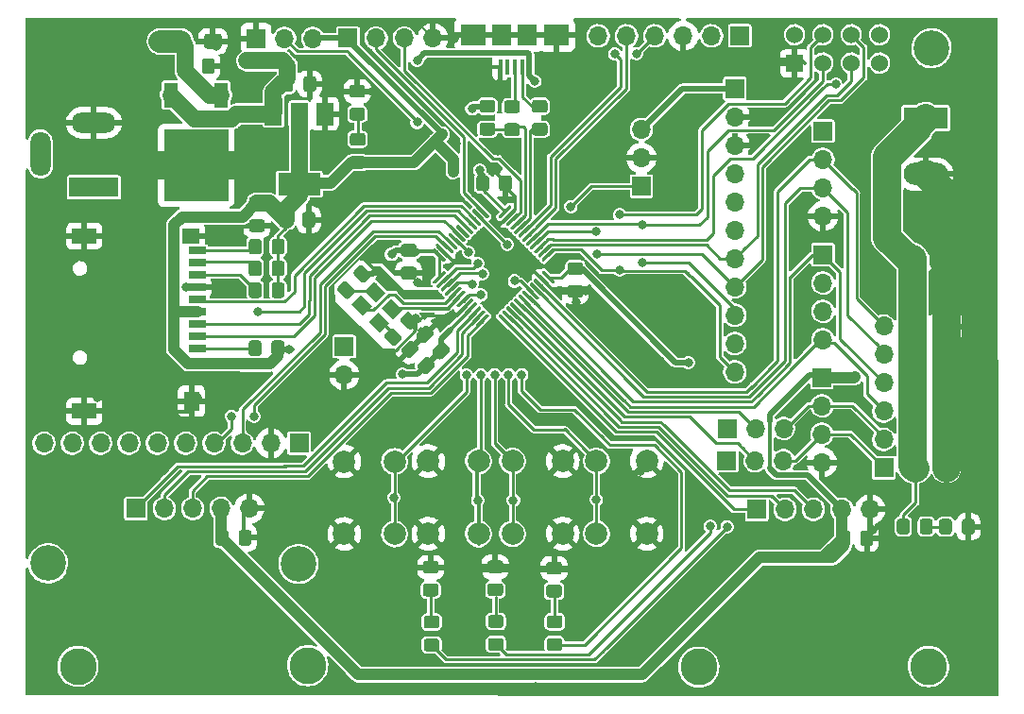
<source format=gbr>
%TF.GenerationSoftware,KiCad,Pcbnew,(5.99.0-3293-g62433736b)*%
%TF.CreationDate,2020-10-14T19:58:00+07:00*%
%TF.ProjectId,C21_board,4332315f-626f-4617-9264-2e6b69636164,rev?*%
%TF.SameCoordinates,Original*%
%TF.FileFunction,Copper,L1,Top*%
%TF.FilePolarity,Positive*%
%FSLAX46Y46*%
G04 Gerber Fmt 4.6, Leading zero omitted, Abs format (unit mm)*
G04 Created by KiCad (PCBNEW (5.99.0-3293-g62433736b)) date 2020-10-14 19:58:00*
%MOMM*%
%LPD*%
G01*
G04 APERTURE LIST*
%TA.AperFunction,ComponentPad*%
%ADD10R,1.700000X1.700000*%
%TD*%
%TA.AperFunction,ComponentPad*%
%ADD11O,1.700000X1.700000*%
%TD*%
%TA.AperFunction,ComponentPad*%
%ADD12C,3.200000*%
%TD*%
%TA.AperFunction,ComponentPad*%
%ADD13C,3.300000*%
%TD*%
%TA.AperFunction,SMDPad,CuDef*%
%ADD14R,1.600000X0.700000*%
%TD*%
%TA.AperFunction,SMDPad,CuDef*%
%ADD15R,1.600000X1.400000*%
%TD*%
%TA.AperFunction,SMDPad,CuDef*%
%ADD16R,2.200000X1.400000*%
%TD*%
%TA.AperFunction,SMDPad,CuDef*%
%ADD17R,1.400000X1.800000*%
%TD*%
%TA.AperFunction,SMDPad,CuDef*%
%ADD18R,1.500000X2.000000*%
%TD*%
%TA.AperFunction,SMDPad,CuDef*%
%ADD19R,3.800000X2.000000*%
%TD*%
%TA.AperFunction,ComponentPad*%
%ADD20R,1.524000X1.524000*%
%TD*%
%TA.AperFunction,ComponentPad*%
%ADD21C,1.524000*%
%TD*%
%TA.AperFunction,ComponentPad*%
%ADD22R,4.400000X1.800000*%
%TD*%
%TA.AperFunction,ComponentPad*%
%ADD23O,4.000000X1.800000*%
%TD*%
%TA.AperFunction,ComponentPad*%
%ADD24O,1.800000X4.000000*%
%TD*%
%TA.AperFunction,SMDPad,CuDef*%
%ADD25R,1.200000X2.200000*%
%TD*%
%TA.AperFunction,SMDPad,CuDef*%
%ADD26R,5.800000X6.400000*%
%TD*%
%TA.AperFunction,SMDPad,CuDef*%
%ADD27R,0.400000X1.400000*%
%TD*%
%TA.AperFunction,SMDPad,CuDef*%
%ADD28R,2.300000X1.900000*%
%TD*%
%TA.AperFunction,SMDPad,CuDef*%
%ADD29R,1.800000X1.900000*%
%TD*%
%TA.AperFunction,ComponentPad*%
%ADD30R,3.960000X1.980000*%
%TD*%
%TA.AperFunction,ComponentPad*%
%ADD31O,3.960000X1.980000*%
%TD*%
%TA.AperFunction,ComponentPad*%
%ADD32C,2.000000*%
%TD*%
%TA.AperFunction,ComponentPad*%
%ADD33R,1.600000X1.600000*%
%TD*%
%TA.AperFunction,ComponentPad*%
%ADD34C,1.600000*%
%TD*%
%TA.AperFunction,ViaPad*%
%ADD35C,3.200000*%
%TD*%
%TA.AperFunction,ViaPad*%
%ADD36C,0.800000*%
%TD*%
%TA.AperFunction,Conductor*%
%ADD37C,0.350000*%
%TD*%
%TA.AperFunction,Conductor*%
%ADD38C,0.250000*%
%TD*%
%TA.AperFunction,Conductor*%
%ADD39C,0.500000*%
%TD*%
%TA.AperFunction,Conductor*%
%ADD40C,0.200000*%
%TD*%
%TA.AperFunction,Conductor*%
%ADD41C,2.000000*%
%TD*%
%TA.AperFunction,Conductor*%
%ADD42C,2.500000*%
%TD*%
%TA.AperFunction,Conductor*%
%ADD43C,1.500000*%
%TD*%
%TA.AperFunction,Conductor*%
%ADD44C,1.000000*%
%TD*%
G04 APERTURE END LIST*
%TO.P,C5,1*%
%TO.N,+5V*%
%TA.AperFunction,SMDPad,CuDef*%
G36*
G01*
X120020000Y-66550000D02*
X120020000Y-65650000D01*
G75*
G02*
X120270000Y-65400000I250000J0D01*
G01*
X120920000Y-65400000D01*
G75*
G02*
X121170000Y-65650000I0J-250000D01*
G01*
X121170000Y-66550000D01*
G75*
G02*
X120920000Y-66800000I-250000J0D01*
G01*
X120270000Y-66800000D01*
G75*
G02*
X120020000Y-66550000I0J250000D01*
G01*
G37*
%TD.AperFunction*%
%TO.P,C5,2*%
%TO.N,GND*%
%TA.AperFunction,SMDPad,CuDef*%
G36*
G01*
X122070000Y-66550000D02*
X122070000Y-65650000D01*
G75*
G02*
X122320000Y-65400000I250000J0D01*
G01*
X122970000Y-65400000D01*
G75*
G02*
X123220000Y-65650000I0J-250000D01*
G01*
X123220000Y-66550000D01*
G75*
G02*
X122970000Y-66800000I-250000J0D01*
G01*
X122320000Y-66800000D01*
G75*
G02*
X122070000Y-66550000I0J250000D01*
G01*
G37*
%TD.AperFunction*%
%TD*%
%TO.P,C6,1*%
%TO.N,+3V3*%
%TA.AperFunction,SMDPad,CuDef*%
G36*
G01*
X131075000Y-80425000D02*
X131975000Y-80425000D01*
G75*
G02*
X132225000Y-80675000I0J-250000D01*
G01*
X132225000Y-81325000D01*
G75*
G02*
X131975000Y-81575000I-250000J0D01*
G01*
X131075000Y-81575000D01*
G75*
G02*
X130825000Y-81325000I0J250000D01*
G01*
X130825000Y-80675000D01*
G75*
G02*
X131075000Y-80425000I250000J0D01*
G01*
G37*
%TD.AperFunction*%
%TO.P,C6,2*%
%TO.N,GND*%
%TA.AperFunction,SMDPad,CuDef*%
G36*
G01*
X131075000Y-82475000D02*
X131975000Y-82475000D01*
G75*
G02*
X132225000Y-82725000I0J-250000D01*
G01*
X132225000Y-83375000D01*
G75*
G02*
X131975000Y-83625000I-250000J0D01*
G01*
X131075000Y-83625000D01*
G75*
G02*
X130825000Y-83375000I0J250000D01*
G01*
X130825000Y-82725000D01*
G75*
G02*
X131075000Y-82475000I250000J0D01*
G01*
G37*
%TD.AperFunction*%
%TD*%
%TO.P,C7,1*%
%TO.N,+3V3*%
%TA.AperFunction,SMDPad,CuDef*%
G36*
G01*
X119940000Y-78715000D02*
X119940000Y-77815000D01*
G75*
G02*
X120190000Y-77565000I250000J0D01*
G01*
X120840000Y-77565000D01*
G75*
G02*
X121090000Y-77815000I0J-250000D01*
G01*
X121090000Y-78715000D01*
G75*
G02*
X120840000Y-78965000I-250000J0D01*
G01*
X120190000Y-78965000D01*
G75*
G02*
X119940000Y-78715000I0J250000D01*
G01*
G37*
%TD.AperFunction*%
%TO.P,C7,2*%
%TO.N,GND*%
%TA.AperFunction,SMDPad,CuDef*%
G36*
G01*
X121990000Y-78715000D02*
X121990000Y-77815000D01*
G75*
G02*
X122240000Y-77565000I250000J0D01*
G01*
X122890000Y-77565000D01*
G75*
G02*
X123140000Y-77815000I0J-250000D01*
G01*
X123140000Y-78715000D01*
G75*
G02*
X122890000Y-78965000I-250000J0D01*
G01*
X122240000Y-78965000D01*
G75*
G02*
X121990000Y-78715000I0J250000D01*
G01*
G37*
%TD.AperFunction*%
%TD*%
%TO.P,C8,1*%
%TO.N,+3V3*%
%TA.AperFunction,SMDPad,CuDef*%
G36*
G01*
X133799569Y-91438173D02*
X133163173Y-92074569D01*
G75*
G02*
X132809619Y-92074569I-176777J176777D01*
G01*
X132349999Y-91614949D01*
G75*
G02*
X132349999Y-91261395I176777J176777D01*
G01*
X132986395Y-90624999D01*
G75*
G02*
X133339949Y-90624999I176777J-176777D01*
G01*
X133799569Y-91084619D01*
G75*
G02*
X133799569Y-91438173I-176777J-176777D01*
G01*
G37*
%TD.AperFunction*%
%TO.P,C8,2*%
%TO.N,GND*%
%TA.AperFunction,SMDPad,CuDef*%
G36*
G01*
X132350001Y-89988605D02*
X131713605Y-90625001D01*
G75*
G02*
X131360051Y-90625001I-176777J176777D01*
G01*
X130900431Y-90165381D01*
G75*
G02*
X130900431Y-89811827I176777J176777D01*
G01*
X131536827Y-89175431D01*
G75*
G02*
X131890381Y-89175431I176777J-176777D01*
G01*
X132350001Y-89635051D01*
G75*
G02*
X132350001Y-89988605I-176777J-176777D01*
G01*
G37*
%TD.AperFunction*%
%TD*%
%TO.P,C10,1*%
%TO.N,+3V3*%
%TA.AperFunction,SMDPad,CuDef*%
G36*
G01*
X146000000Y-82075000D02*
X146900000Y-82075000D01*
G75*
G02*
X147150000Y-82325000I0J-250000D01*
G01*
X147150000Y-82975000D01*
G75*
G02*
X146900000Y-83225000I-250000J0D01*
G01*
X146000000Y-83225000D01*
G75*
G02*
X145750000Y-82975000I0J250000D01*
G01*
X145750000Y-82325000D01*
G75*
G02*
X146000000Y-82075000I250000J0D01*
G01*
G37*
%TD.AperFunction*%
%TO.P,C10,2*%
%TO.N,GND*%
%TA.AperFunction,SMDPad,CuDef*%
G36*
G01*
X146000000Y-84125000D02*
X146900000Y-84125000D01*
G75*
G02*
X147150000Y-84375000I0J-250000D01*
G01*
X147150000Y-85025000D01*
G75*
G02*
X146900000Y-85275000I-250000J0D01*
G01*
X146000000Y-85275000D01*
G75*
G02*
X145750000Y-85025000I0J250000D01*
G01*
X145750000Y-84375000D01*
G75*
G02*
X146000000Y-84125000I250000J0D01*
G01*
G37*
%TD.AperFunction*%
%TD*%
%TO.P,C11,1*%
%TO.N,+3V3*%
%TA.AperFunction,SMDPad,CuDef*%
G36*
G01*
X137575000Y-75450000D02*
X137575000Y-74550000D01*
G75*
G02*
X137825000Y-74300000I250000J0D01*
G01*
X138475000Y-74300000D01*
G75*
G02*
X138725000Y-74550000I0J-250000D01*
G01*
X138725000Y-75450000D01*
G75*
G02*
X138475000Y-75700000I-250000J0D01*
G01*
X137825000Y-75700000D01*
G75*
G02*
X137575000Y-75450000I0J250000D01*
G01*
G37*
%TD.AperFunction*%
%TO.P,C11,2*%
%TO.N,GND*%
%TA.AperFunction,SMDPad,CuDef*%
G36*
G01*
X139625000Y-75450000D02*
X139625000Y-74550000D01*
G75*
G02*
X139875000Y-74300000I250000J0D01*
G01*
X140525000Y-74300000D01*
G75*
G02*
X140775000Y-74550000I0J-250000D01*
G01*
X140775000Y-75450000D01*
G75*
G02*
X140525000Y-75700000I-250000J0D01*
G01*
X139875000Y-75700000D01*
G75*
G02*
X139625000Y-75450000I0J250000D01*
G01*
G37*
%TD.AperFunction*%
%TD*%
%TO.P,C12,1*%
%TO.N,+3V3*%
%TA.AperFunction,SMDPad,CuDef*%
G36*
G01*
X114225000Y-107225000D02*
X114225000Y-106325000D01*
G75*
G02*
X114475000Y-106075000I250000J0D01*
G01*
X115125000Y-106075000D01*
G75*
G02*
X115375000Y-106325000I0J-250000D01*
G01*
X115375000Y-107225000D01*
G75*
G02*
X115125000Y-107475000I-250000J0D01*
G01*
X114475000Y-107475000D01*
G75*
G02*
X114225000Y-107225000I0J250000D01*
G01*
G37*
%TD.AperFunction*%
%TO.P,C12,2*%
%TO.N,GND*%
%TA.AperFunction,SMDPad,CuDef*%
G36*
G01*
X116275000Y-107225000D02*
X116275000Y-106325000D01*
G75*
G02*
X116525000Y-106075000I250000J0D01*
G01*
X117175000Y-106075000D01*
G75*
G02*
X117425000Y-106325000I0J-250000D01*
G01*
X117425000Y-107225000D01*
G75*
G02*
X117175000Y-107475000I-250000J0D01*
G01*
X116525000Y-107475000D01*
G75*
G02*
X116275000Y-107225000I0J250000D01*
G01*
G37*
%TD.AperFunction*%
%TD*%
%TO.P,C15,1*%
%TO.N,+3V3*%
%TA.AperFunction,SMDPad,CuDef*%
G36*
G01*
X135149569Y-90088173D02*
X134513173Y-90724569D01*
G75*
G02*
X134159619Y-90724569I-176777J176777D01*
G01*
X133699999Y-90264949D01*
G75*
G02*
X133699999Y-89911395I176777J176777D01*
G01*
X134336395Y-89274999D01*
G75*
G02*
X134689949Y-89274999I176777J-176777D01*
G01*
X135149569Y-89734619D01*
G75*
G02*
X135149569Y-90088173I-176777J-176777D01*
G01*
G37*
%TD.AperFunction*%
%TO.P,C15,2*%
%TO.N,GND*%
%TA.AperFunction,SMDPad,CuDef*%
G36*
G01*
X133700001Y-88638605D02*
X133063605Y-89275001D01*
G75*
G02*
X132710051Y-89275001I-176777J176777D01*
G01*
X132250431Y-88815381D01*
G75*
G02*
X132250431Y-88461827I176777J176777D01*
G01*
X132886827Y-87825431D01*
G75*
G02*
X133240381Y-87825431I176777J-176777D01*
G01*
X133700001Y-88285051D01*
G75*
G02*
X133700001Y-88638605I-176777J-176777D01*
G01*
G37*
%TD.AperFunction*%
%TD*%
%TO.P,3.3v,1,K*%
%TO.N,GND*%
%TA.AperFunction,SMDPad,CuDef*%
G36*
G01*
X126460000Y-66165000D02*
X127360000Y-66165000D01*
G75*
G02*
X127610000Y-66415000I0J-250000D01*
G01*
X127610000Y-67065000D01*
G75*
G02*
X127360000Y-67315000I-250000J0D01*
G01*
X126460000Y-67315000D01*
G75*
G02*
X126210000Y-67065000I0J250000D01*
G01*
X126210000Y-66415000D01*
G75*
G02*
X126460000Y-66165000I250000J0D01*
G01*
G37*
%TD.AperFunction*%
%TO.P,3.3v,2,A*%
%TO.N,Net-(PWR1-Pad2)*%
%TA.AperFunction,SMDPad,CuDef*%
G36*
G01*
X126460000Y-68215000D02*
X127360000Y-68215000D01*
G75*
G02*
X127610000Y-68465000I0J-250000D01*
G01*
X127610000Y-69115000D01*
G75*
G02*
X127360000Y-69365000I-250000J0D01*
G01*
X126460000Y-69365000D01*
G75*
G02*
X126210000Y-69115000I0J250000D01*
G01*
X126210000Y-68465000D01*
G75*
G02*
X126460000Y-68215000I250000J0D01*
G01*
G37*
%TD.AperFunction*%
%TD*%
D10*
%TO.P,BOOT0,1,Pin_1*%
%TO.N,GND*%
X117850000Y-62000000D03*
D11*
%TO.P,BOOT0,2,Pin_2*%
%TO.N,BOOT0*%
X120390000Y-62000000D03*
%TO.P,BOOT0,3,Pin_3*%
%TO.N,+3V3*%
X122930000Y-62000000D03*
%TD*%
D10*
%TO.P,MPU9250,1,Pin_1*%
%TO.N,+3V3*%
X121690000Y-98295000D03*
D11*
%TO.P,MPU9250,2,Pin_2*%
%TO.N,GND*%
X119150000Y-98295000D03*
%TO.P,MPU9250,3,Pin_3*%
%TO.N,IMU_SCL*%
X116610000Y-98295000D03*
%TO.P,MPU9250,4,Pin_4*%
%TO.N,IMU_SDA*%
X114070000Y-98295000D03*
%TO.P,MPU9250,5,Pin_5*%
%TO.N,Net-(MPU9250-Pad5)*%
X111530000Y-98295000D03*
%TO.P,MPU9250,6,Pin_6*%
%TO.N,Net-(MPU9250-Pad6)*%
X108990000Y-98295000D03*
%TO.P,MPU9250,7,Pin_7*%
%TO.N,Net-(MPU9250-Pad7)*%
X106450000Y-98295000D03*
%TO.P,MPU9250,8,Pin_8*%
%TO.N,Net-(MPU9250-Pad8)*%
X103910000Y-98295000D03*
%TO.P,MPU9250,9,Pin_9*%
%TO.N,Net-(MPU9250-Pad9)*%
X101370000Y-98295000D03*
%TO.P,MPU9250,10,Pin_10*%
%TO.N,Net-(MPU9250-Pad10)*%
X98830000Y-98295000D03*
D12*
%TO.P,MPU9250,11*%
%TO.N,N/C*%
X121640000Y-109120000D03*
X99190000Y-109070000D03*
%TD*%
D10*
%TO.P,J4,1,Pin_1*%
%TO.N,Joystick2_x*%
X162715000Y-104225000D03*
D11*
%TO.P,J4,2,Pin_2*%
%TO.N,Joystick2_y*%
X165255000Y-104225000D03*
%TO.P,J4,3,Pin_3*%
%TO.N,Joystick2_SW*%
X167795000Y-104225000D03*
%TO.P,J4,4,Pin_4*%
%TO.N,+3V3*%
X170335000Y-104225000D03*
%TO.P,J4,5,Pin_5*%
%TO.N,GND*%
X172875000Y-104225000D03*
D13*
%TO.P,J4,6*%
%TO.N,N/C*%
X157515000Y-118375000D03*
%TO.P,J4,7*%
X178105000Y-118315000D03*
%TD*%
D10*
%TO.P,3.3v CLK DIO GND,1,Pin_1*%
%TO.N,+3V3*%
X126070000Y-61990000D03*
D11*
%TO.P,3.3v CLK DIO GND,2,Pin_2*%
%TO.N,SWCLK*%
X128610000Y-61990000D03*
%TO.P,3.3v CLK DIO GND,3,Pin_3*%
%TO.N,SWDIO*%
X131150000Y-61990000D03*
%TO.P,3.3v CLK DIO GND,4,Pin_4*%
%TO.N,GND*%
X133690000Y-61990000D03*
%TD*%
D10*
%TO.P,HC05,1,Pin_1*%
%TO.N,Net-(HC5-Pad1)*%
X161200000Y-61775000D03*
D11*
%TO.P,HC05,2,Pin_2*%
%TO.N,+3V3*%
X158660000Y-61775000D03*
%TO.P,HC05,3,Pin_3*%
%TO.N,GND*%
X156120000Y-61775000D03*
%TO.P,HC05,4,Pin_4*%
%TO.N,UART1_RX*%
X153580000Y-61775000D03*
%TO.P,HC05,5,Pin_5*%
%TO.N,UART1_TX*%
X151040000Y-61775000D03*
%TO.P,HC05,6,Pin_6*%
%TO.N,Net-(HC5-Pad6)*%
X148500000Y-61775000D03*
%TD*%
D10*
%TO.P,J7,1,Pin_1*%
%TO.N,Joystick1_x*%
X107075000Y-104150000D03*
D11*
%TO.P,J7,2,Pin_2*%
%TO.N,Joystick1_y*%
X109615000Y-104150000D03*
%TO.P,J7,3,Pin_3*%
%TO.N,Joystick1_SW*%
X112155000Y-104150000D03*
%TO.P,J7,4,Pin_4*%
%TO.N,+3V3*%
X114695000Y-104150000D03*
%TO.P,J7,5,Pin_5*%
%TO.N,GND*%
X117235000Y-104150000D03*
D13*
%TO.P,J7,6*%
%TO.N,N/C*%
X101875000Y-118300000D03*
%TO.P,J7,7*%
X122465000Y-118240000D03*
%TD*%
D10*
%TO.P,LCD,1,Pin_1*%
%TO.N,+5V*%
X160750000Y-66500000D03*
D11*
%TO.P,LCD,2,Pin_2*%
%TO.N,GND*%
X160750000Y-69040000D03*
%TO.P,LCD,3,Pin_3*%
X160750000Y-71580000D03*
%TO.P,LCD,4,Pin_4*%
%TO.N,Net-(LCD1-Pad4)*%
X160750000Y-74120000D03*
%TO.P,LCD,5,Pin_5*%
%TO.N,Net-(LCD1-Pad5)*%
X160750000Y-76660000D03*
%TO.P,LCD,6,Pin_6*%
%TO.N,+5V*%
X160750000Y-79200000D03*
%TO.P,LCD,7,Pin_7*%
%TO.N,SCK*%
X160750000Y-81740000D03*
%TO.P,LCD,8,Pin_8*%
%TO.N,MOSI*%
X160750000Y-84280000D03*
%TO.P,LCD,9,Pin_9*%
%TO.N,LCD_RS*%
X160750000Y-86820000D03*
%TO.P,LCD,10,Pin_10*%
%TO.N,+5V*%
X160750000Y-89360000D03*
%TO.P,LCD,11,Pin_11*%
%TO.N,LCD_CS*%
X160750000Y-91900000D03*
%TD*%
D14*
%TO.P,SD CARD,1,DAT2*%
%TO.N,Net-(P1-Pad1)*%
X112560000Y-89825000D03*
%TO.P,SD CARD,2,DAT3*%
%TO.N,SD_CSN*%
X112560000Y-88725000D03*
%TO.P,SD CARD,3,CMD*%
%TO.N,SD_MOSI*%
X112560000Y-87625000D03*
%TO.P,SD CARD,4,VDD*%
%TO.N,+3V3*%
X112560000Y-86525000D03*
%TO.P,SD CARD,5,CLK*%
%TO.N,SD_SCK*%
X112560000Y-85425000D03*
%TO.P,SD CARD,6,VSS*%
%TO.N,GND*%
X112560000Y-84325000D03*
%TO.P,SD CARD,7,DAT0*%
%TO.N,SD_MISO*%
X112560000Y-83225000D03*
%TO.P,SD CARD,8,DAT1*%
%TO.N,Net-(P1-Pad8)*%
X112560000Y-82125000D03*
%TO.P,SD CARD,9,CD*%
%TO.N,Net-(P1-Pad9)*%
X112560000Y-81025000D03*
D15*
%TO.P,SD CARD,G1,GND*%
%TO.N,GND*%
X111960000Y-79725000D03*
D16*
%TO.P,SD CARD,G2,GND*%
X102460000Y-79725000D03*
%TO.P,SD CARD,G3,GND*%
X102460000Y-95425000D03*
D17*
%TO.P,SD CARD,G4,GND*%
X112060000Y-94525000D03*
%TD*%
%TO.P,R1,1*%
%TO.N,USB_D+*%
%TA.AperFunction,SMDPad,CuDef*%
G36*
G01*
X139025000Y-70720000D02*
X138125000Y-70720000D01*
G75*
G02*
X137875000Y-70470000I0J250000D01*
G01*
X137875000Y-69820000D01*
G75*
G02*
X138125000Y-69570000I250000J0D01*
G01*
X139025000Y-69570000D01*
G75*
G02*
X139275000Y-69820000I0J-250000D01*
G01*
X139275000Y-70470000D01*
G75*
G02*
X139025000Y-70720000I-250000J0D01*
G01*
G37*
%TD.AperFunction*%
%TO.P,R1,2*%
%TO.N,+3V3*%
%TA.AperFunction,SMDPad,CuDef*%
G36*
G01*
X139025000Y-68670000D02*
X138125000Y-68670000D01*
G75*
G02*
X137875000Y-68420000I0J250000D01*
G01*
X137875000Y-67770000D01*
G75*
G02*
X138125000Y-67520000I250000J0D01*
G01*
X139025000Y-67520000D01*
G75*
G02*
X139275000Y-67770000I0J-250000D01*
G01*
X139275000Y-68420000D01*
G75*
G02*
X139025000Y-68670000I-250000J0D01*
G01*
G37*
%TD.AperFunction*%
%TD*%
%TO.P,R3,1*%
%TO.N,Net-(PWR1-Pad2)*%
%TA.AperFunction,SMDPad,CuDef*%
G36*
G01*
X126500000Y-70491250D02*
X127400000Y-70491250D01*
G75*
G02*
X127650000Y-70741250I0J-250000D01*
G01*
X127650000Y-71391250D01*
G75*
G02*
X127400000Y-71641250I-250000J0D01*
G01*
X126500000Y-71641250D01*
G75*
G02*
X126250000Y-71391250I0J250000D01*
G01*
X126250000Y-70741250D01*
G75*
G02*
X126500000Y-70491250I250000J0D01*
G01*
G37*
%TD.AperFunction*%
%TO.P,R3,2*%
%TO.N,+3V3*%
%TA.AperFunction,SMDPad,CuDef*%
G36*
G01*
X126500000Y-72541250D02*
X127400000Y-72541250D01*
G75*
G02*
X127650000Y-72791250I0J-250000D01*
G01*
X127650000Y-73441250D01*
G75*
G02*
X127400000Y-73691250I-250000J0D01*
G01*
X126500000Y-73691250D01*
G75*
G02*
X126250000Y-73441250I0J250000D01*
G01*
X126250000Y-72791250D01*
G75*
G02*
X126500000Y-72541250I250000J0D01*
G01*
G37*
%TD.AperFunction*%
%TD*%
%TO.P,R4,1*%
%TO.N,USB_D+*%
%TA.AperFunction,SMDPad,CuDef*%
G36*
G01*
X141230000Y-70760000D02*
X140330000Y-70760000D01*
G75*
G02*
X140080000Y-70510000I0J250000D01*
G01*
X140080000Y-69860000D01*
G75*
G02*
X140330000Y-69610000I250000J0D01*
G01*
X141230000Y-69610000D01*
G75*
G02*
X141480000Y-69860000I0J-250000D01*
G01*
X141480000Y-70510000D01*
G75*
G02*
X141230000Y-70760000I-250000J0D01*
G01*
G37*
%TD.AperFunction*%
%TO.P,R4,2*%
%TO.N,Net-(J1-Pad3)*%
%TA.AperFunction,SMDPad,CuDef*%
G36*
G01*
X141230000Y-68710000D02*
X140330000Y-68710000D01*
G75*
G02*
X140080000Y-68460000I0J250000D01*
G01*
X140080000Y-67810000D01*
G75*
G02*
X140330000Y-67560000I250000J0D01*
G01*
X141230000Y-67560000D01*
G75*
G02*
X141480000Y-67810000I0J-250000D01*
G01*
X141480000Y-68460000D01*
G75*
G02*
X141230000Y-68710000I-250000J0D01*
G01*
G37*
%TD.AperFunction*%
%TD*%
%TO.P,R5,1*%
%TO.N,USB_D-*%
%TA.AperFunction,SMDPad,CuDef*%
G36*
G01*
X143710000Y-70720000D02*
X142810000Y-70720000D01*
G75*
G02*
X142560000Y-70470000I0J250000D01*
G01*
X142560000Y-69820000D01*
G75*
G02*
X142810000Y-69570000I250000J0D01*
G01*
X143710000Y-69570000D01*
G75*
G02*
X143960000Y-69820000I0J-250000D01*
G01*
X143960000Y-70470000D01*
G75*
G02*
X143710000Y-70720000I-250000J0D01*
G01*
G37*
%TD.AperFunction*%
%TO.P,R5,2*%
%TO.N,Net-(J1-Pad2)*%
%TA.AperFunction,SMDPad,CuDef*%
G36*
G01*
X143710000Y-68670000D02*
X142810000Y-68670000D01*
G75*
G02*
X142560000Y-68420000I0J250000D01*
G01*
X142560000Y-67770000D01*
G75*
G02*
X142810000Y-67520000I250000J0D01*
G01*
X143710000Y-67520000D01*
G75*
G02*
X143960000Y-67770000I0J-250000D01*
G01*
X143960000Y-68420000D01*
G75*
G02*
X143710000Y-68670000I-250000J0D01*
G01*
G37*
%TD.AperFunction*%
%TD*%
%TO.P,R6,1*%
%TO.N,Net-(P1-Pad1)*%
%TA.AperFunction,SMDPad,CuDef*%
G36*
G01*
X117175010Y-90234990D02*
X117175010Y-89334990D01*
G75*
G02*
X117425010Y-89084990I250000J0D01*
G01*
X118075010Y-89084990D01*
G75*
G02*
X118325010Y-89334990I0J-250000D01*
G01*
X118325010Y-90234990D01*
G75*
G02*
X118075010Y-90484990I-250000J0D01*
G01*
X117425010Y-90484990D01*
G75*
G02*
X117175010Y-90234990I0J250000D01*
G01*
G37*
%TD.AperFunction*%
%TO.P,R6,2*%
%TO.N,+3V3*%
%TA.AperFunction,SMDPad,CuDef*%
G36*
G01*
X119225010Y-90234990D02*
X119225010Y-89334990D01*
G75*
G02*
X119475010Y-89084990I250000J0D01*
G01*
X120125010Y-89084990D01*
G75*
G02*
X120375010Y-89334990I0J-250000D01*
G01*
X120375010Y-90234990D01*
G75*
G02*
X120125010Y-90484990I-250000J0D01*
G01*
X119475010Y-90484990D01*
G75*
G02*
X119225010Y-90234990I0J250000D01*
G01*
G37*
%TD.AperFunction*%
%TD*%
%TO.P,R7,1*%
%TO.N,Net-(P1-Pad8)*%
%TA.AperFunction,SMDPad,CuDef*%
G36*
G01*
X117185000Y-83080000D02*
X117185000Y-82180000D01*
G75*
G02*
X117435000Y-81930000I250000J0D01*
G01*
X118085000Y-81930000D01*
G75*
G02*
X118335000Y-82180000I0J-250000D01*
G01*
X118335000Y-83080000D01*
G75*
G02*
X118085000Y-83330000I-250000J0D01*
G01*
X117435000Y-83330000D01*
G75*
G02*
X117185000Y-83080000I0J250000D01*
G01*
G37*
%TD.AperFunction*%
%TO.P,R7,2*%
%TO.N,+3V3*%
%TA.AperFunction,SMDPad,CuDef*%
G36*
G01*
X119235000Y-83080000D02*
X119235000Y-82180000D01*
G75*
G02*
X119485000Y-81930000I250000J0D01*
G01*
X120135000Y-81930000D01*
G75*
G02*
X120385000Y-82180000I0J-250000D01*
G01*
X120385000Y-83080000D01*
G75*
G02*
X120135000Y-83330000I-250000J0D01*
G01*
X119485000Y-83330000D01*
G75*
G02*
X119235000Y-83080000I0J250000D01*
G01*
G37*
%TD.AperFunction*%
%TD*%
%TO.P,R8,1*%
%TO.N,Net-(P1-Pad9)*%
%TA.AperFunction,SMDPad,CuDef*%
G36*
G01*
X117195000Y-81130000D02*
X117195000Y-80230000D01*
G75*
G02*
X117445000Y-79980000I250000J0D01*
G01*
X118095000Y-79980000D01*
G75*
G02*
X118345000Y-80230000I0J-250000D01*
G01*
X118345000Y-81130000D01*
G75*
G02*
X118095000Y-81380000I-250000J0D01*
G01*
X117445000Y-81380000D01*
G75*
G02*
X117195000Y-81130000I0J250000D01*
G01*
G37*
%TD.AperFunction*%
%TO.P,R8,2*%
%TO.N,+3V3*%
%TA.AperFunction,SMDPad,CuDef*%
G36*
G01*
X119245000Y-81130000D02*
X119245000Y-80230000D01*
G75*
G02*
X119495000Y-79980000I250000J0D01*
G01*
X120145000Y-79980000D01*
G75*
G02*
X120395000Y-80230000I0J-250000D01*
G01*
X120395000Y-81130000D01*
G75*
G02*
X120145000Y-81380000I-250000J0D01*
G01*
X119495000Y-81380000D01*
G75*
G02*
X119245000Y-81130000I0J250000D01*
G01*
G37*
%TD.AperFunction*%
%TD*%
%TO.P,R9,1*%
%TO.N,SD_MISO*%
%TA.AperFunction,SMDPad,CuDef*%
G36*
G01*
X117185000Y-85030000D02*
X117185000Y-84130000D01*
G75*
G02*
X117435000Y-83880000I250000J0D01*
G01*
X118085000Y-83880000D01*
G75*
G02*
X118335000Y-84130000I0J-250000D01*
G01*
X118335000Y-85030000D01*
G75*
G02*
X118085000Y-85280000I-250000J0D01*
G01*
X117435000Y-85280000D01*
G75*
G02*
X117185000Y-85030000I0J250000D01*
G01*
G37*
%TD.AperFunction*%
%TO.P,R9,2*%
%TO.N,+3V3*%
%TA.AperFunction,SMDPad,CuDef*%
G36*
G01*
X119235000Y-85030000D02*
X119235000Y-84130000D01*
G75*
G02*
X119485000Y-83880000I250000J0D01*
G01*
X120135000Y-83880000D01*
G75*
G02*
X120385000Y-84130000I0J-250000D01*
G01*
X120385000Y-85030000D01*
G75*
G02*
X120135000Y-85280000I-250000J0D01*
G01*
X119485000Y-85280000D01*
G75*
G02*
X119235000Y-85030000I0J250000D01*
G01*
G37*
%TD.AperFunction*%
%TD*%
D18*
%TO.P,AMS1117,1,GND*%
%TO.N,GND*%
X124000000Y-68775000D03*
%TO.P,AMS1117,2,VO*%
%TO.N,+3V3*%
X121700000Y-68775000D03*
D19*
X121700000Y-75075000D03*
D18*
%TO.P,AMS1117,3,VI*%
%TO.N,+5V*%
X119400000Y-68775000D03*
%TD*%
D20*
%TO.P,nRF24,1,GND*%
%TO.N,GND*%
X166100000Y-64225000D03*
D21*
%TO.P,nRF24,2,VCC*%
%TO.N,+3V3*%
X166100000Y-61685000D03*
%TO.P,nRF24,3,CE*%
%TO.N,LCD_RS*%
X168640000Y-64225000D03*
%TO.P,nRF24,4,~CSN*%
%TO.N,LCD_CS*%
X168640000Y-61685000D03*
%TO.P,nRF24,5,SCK*%
%TO.N,SCK*%
X171180000Y-64225000D03*
%TO.P,nRF24,6,MOSI*%
%TO.N,MOSI*%
X171180000Y-61685000D03*
%TO.P,nRF24,7,MISO*%
%TO.N,nRF24_MISO*%
X173720000Y-64225000D03*
%TO.P,nRF24,8,IRQ*%
%TO.N,IRQ*%
X173720000Y-61685000D03*
%TD*%
%TO.P,STM32,1,VBAT*%
%TO.N,+3V3*%
%TA.AperFunction,SMDPad,CuDef*%
G36*
G01*
X133793666Y-83998312D02*
X133687600Y-83892246D01*
G75*
G02*
X133687600Y-83786180I53033J53033D01*
G01*
X134624516Y-82849264D01*
G75*
G02*
X134730582Y-82849264I53033J-53033D01*
G01*
X134836648Y-82955330D01*
G75*
G02*
X134836648Y-83061396I-53033J-53033D01*
G01*
X133899732Y-83998312D01*
G75*
G02*
X133793666Y-83998312I-53033J53033D01*
G01*
G37*
%TD.AperFunction*%
%TO.P,STM32,2,PC13*%
%TO.N,Button1*%
%TA.AperFunction,SMDPad,CuDef*%
G36*
G01*
X134147220Y-84351866D02*
X134041154Y-84245800D01*
G75*
G02*
X134041154Y-84139734I53033J53033D01*
G01*
X134978070Y-83202818D01*
G75*
G02*
X135084136Y-83202818I53033J-53033D01*
G01*
X135190202Y-83308884D01*
G75*
G02*
X135190202Y-83414950I-53033J-53033D01*
G01*
X134253286Y-84351866D01*
G75*
G02*
X134147220Y-84351866I-53033J53033D01*
G01*
G37*
%TD.AperFunction*%
%TO.P,STM32,3,PC14*%
%TO.N,Button2*%
%TA.AperFunction,SMDPad,CuDef*%
G36*
G01*
X134500773Y-84705419D02*
X134394707Y-84599353D01*
G75*
G02*
X134394707Y-84493287I53033J53033D01*
G01*
X135331623Y-83556371D01*
G75*
G02*
X135437689Y-83556371I53033J-53033D01*
G01*
X135543755Y-83662437D01*
G75*
G02*
X135543755Y-83768503I-53033J-53033D01*
G01*
X134606839Y-84705419D01*
G75*
G02*
X134500773Y-84705419I-53033J53033D01*
G01*
G37*
%TD.AperFunction*%
%TO.P,STM32,4,PC15*%
%TO.N,Button3*%
%TA.AperFunction,SMDPad,CuDef*%
G36*
G01*
X134854327Y-85058973D02*
X134748261Y-84952907D01*
G75*
G02*
X134748261Y-84846841I53033J53033D01*
G01*
X135685177Y-83909925D01*
G75*
G02*
X135791243Y-83909925I53033J-53033D01*
G01*
X135897309Y-84015991D01*
G75*
G02*
X135897309Y-84122057I-53033J-53033D01*
G01*
X134960393Y-85058973D01*
G75*
G02*
X134854327Y-85058973I-53033J53033D01*
G01*
G37*
%TD.AperFunction*%
%TO.P,STM32,5,PD0*%
%TO.N,OSC1*%
%TA.AperFunction,SMDPad,CuDef*%
G36*
G01*
X135207880Y-85412526D02*
X135101814Y-85306460D01*
G75*
G02*
X135101814Y-85200394I53033J53033D01*
G01*
X136038730Y-84263478D01*
G75*
G02*
X136144796Y-84263478I53033J-53033D01*
G01*
X136250862Y-84369544D01*
G75*
G02*
X136250862Y-84475610I-53033J-53033D01*
G01*
X135313946Y-85412526D01*
G75*
G02*
X135207880Y-85412526I-53033J53033D01*
G01*
G37*
%TD.AperFunction*%
%TO.P,STM32,6,PD1*%
%TO.N,OSC2*%
%TA.AperFunction,SMDPad,CuDef*%
G36*
G01*
X135561433Y-85766079D02*
X135455367Y-85660013D01*
G75*
G02*
X135455367Y-85553947I53033J53033D01*
G01*
X136392283Y-84617031D01*
G75*
G02*
X136498349Y-84617031I53033J-53033D01*
G01*
X136604415Y-84723097D01*
G75*
G02*
X136604415Y-84829163I-53033J-53033D01*
G01*
X135667499Y-85766079D01*
G75*
G02*
X135561433Y-85766079I-53033J53033D01*
G01*
G37*
%TD.AperFunction*%
%TO.P,STM32,7,NRST*%
%TO.N,NRST*%
%TA.AperFunction,SMDPad,CuDef*%
G36*
G01*
X135914987Y-86119633D02*
X135808921Y-86013567D01*
G75*
G02*
X135808921Y-85907501I53033J53033D01*
G01*
X136745837Y-84970585D01*
G75*
G02*
X136851903Y-84970585I53033J-53033D01*
G01*
X136957969Y-85076651D01*
G75*
G02*
X136957969Y-85182717I-53033J-53033D01*
G01*
X136021053Y-86119633D01*
G75*
G02*
X135914987Y-86119633I-53033J53033D01*
G01*
G37*
%TD.AperFunction*%
%TO.P,STM32,8,VSSA*%
%TO.N,GND*%
%TA.AperFunction,SMDPad,CuDef*%
G36*
G01*
X136268540Y-86473186D02*
X136162474Y-86367120D01*
G75*
G02*
X136162474Y-86261054I53033J53033D01*
G01*
X137099390Y-85324138D01*
G75*
G02*
X137205456Y-85324138I53033J-53033D01*
G01*
X137311522Y-85430204D01*
G75*
G02*
X137311522Y-85536270I-53033J-53033D01*
G01*
X136374606Y-86473186D01*
G75*
G02*
X136268540Y-86473186I-53033J53033D01*
G01*
G37*
%TD.AperFunction*%
%TO.P,STM32,9,VDDA*%
%TO.N,+3V3*%
%TA.AperFunction,SMDPad,CuDef*%
G36*
G01*
X136622093Y-86826739D02*
X136516027Y-86720673D01*
G75*
G02*
X136516027Y-86614607I53033J53033D01*
G01*
X137452943Y-85677691D01*
G75*
G02*
X137559009Y-85677691I53033J-53033D01*
G01*
X137665075Y-85783757D01*
G75*
G02*
X137665075Y-85889823I-53033J-53033D01*
G01*
X136728159Y-86826739D01*
G75*
G02*
X136622093Y-86826739I-53033J53033D01*
G01*
G37*
%TD.AperFunction*%
%TO.P,STM32,10,PA0*%
%TO.N,Joystick1_x*%
%TA.AperFunction,SMDPad,CuDef*%
G36*
G01*
X136975647Y-87180293D02*
X136869581Y-87074227D01*
G75*
G02*
X136869581Y-86968161I53033J53033D01*
G01*
X137806497Y-86031245D01*
G75*
G02*
X137912563Y-86031245I53033J-53033D01*
G01*
X138018629Y-86137311D01*
G75*
G02*
X138018629Y-86243377I-53033J-53033D01*
G01*
X137081713Y-87180293D01*
G75*
G02*
X136975647Y-87180293I-53033J53033D01*
G01*
G37*
%TD.AperFunction*%
%TO.P,STM32,11,PA1*%
%TO.N,Joystick1_y*%
%TA.AperFunction,SMDPad,CuDef*%
G36*
G01*
X137329200Y-87533846D02*
X137223134Y-87427780D01*
G75*
G02*
X137223134Y-87321714I53033J53033D01*
G01*
X138160050Y-86384798D01*
G75*
G02*
X138266116Y-86384798I53033J-53033D01*
G01*
X138372182Y-86490864D01*
G75*
G02*
X138372182Y-86596930I-53033J-53033D01*
G01*
X137435266Y-87533846D01*
G75*
G02*
X137329200Y-87533846I-53033J53033D01*
G01*
G37*
%TD.AperFunction*%
%TO.P,STM32,12,PA2*%
%TO.N,Joystick1_SW*%
%TA.AperFunction,SMDPad,CuDef*%
G36*
G01*
X137682754Y-87887400D02*
X137576688Y-87781334D01*
G75*
G02*
X137576688Y-87675268I53033J53033D01*
G01*
X138513604Y-86738352D01*
G75*
G02*
X138619670Y-86738352I53033J-53033D01*
G01*
X138725736Y-86844418D01*
G75*
G02*
X138725736Y-86950484I-53033J-53033D01*
G01*
X137788820Y-87887400D01*
G75*
G02*
X137682754Y-87887400I-53033J53033D01*
G01*
G37*
%TD.AperFunction*%
%TO.P,STM32,13,PA3*%
%TO.N,Joystick2_x*%
%TA.AperFunction,SMDPad,CuDef*%
G36*
G01*
X140511180Y-87887400D02*
X139574264Y-86950484D01*
G75*
G02*
X139574264Y-86844418I53033J53033D01*
G01*
X139680330Y-86738352D01*
G75*
G02*
X139786396Y-86738352I53033J-53033D01*
G01*
X140723312Y-87675268D01*
G75*
G02*
X140723312Y-87781334I-53033J-53033D01*
G01*
X140617246Y-87887400D01*
G75*
G02*
X140511180Y-87887400I-53033J53033D01*
G01*
G37*
%TD.AperFunction*%
%TO.P,STM32,14,PA4*%
%TO.N,Joystick2_y*%
%TA.AperFunction,SMDPad,CuDef*%
G36*
G01*
X140864734Y-87533846D02*
X139927818Y-86596930D01*
G75*
G02*
X139927818Y-86490864I53033J53033D01*
G01*
X140033884Y-86384798D01*
G75*
G02*
X140139950Y-86384798I53033J-53033D01*
G01*
X141076866Y-87321714D01*
G75*
G02*
X141076866Y-87427780I-53033J-53033D01*
G01*
X140970800Y-87533846D01*
G75*
G02*
X140864734Y-87533846I-53033J53033D01*
G01*
G37*
%TD.AperFunction*%
%TO.P,STM32,15,PA5*%
%TO.N,Joystick2_SW*%
%TA.AperFunction,SMDPad,CuDef*%
G36*
G01*
X141218287Y-87180293D02*
X140281371Y-86243377D01*
G75*
G02*
X140281371Y-86137311I53033J53033D01*
G01*
X140387437Y-86031245D01*
G75*
G02*
X140493503Y-86031245I53033J-53033D01*
G01*
X141430419Y-86968161D01*
G75*
G02*
X141430419Y-87074227I-53033J-53033D01*
G01*
X141324353Y-87180293D01*
G75*
G02*
X141218287Y-87180293I-53033J53033D01*
G01*
G37*
%TD.AperFunction*%
%TO.P,STM32,16,PA6*%
%TO.N,PA6*%
%TA.AperFunction,SMDPad,CuDef*%
G36*
G01*
X141571841Y-86826739D02*
X140634925Y-85889823D01*
G75*
G02*
X140634925Y-85783757I53033J53033D01*
G01*
X140740991Y-85677691D01*
G75*
G02*
X140847057Y-85677691I53033J-53033D01*
G01*
X141783973Y-86614607D01*
G75*
G02*
X141783973Y-86720673I-53033J-53033D01*
G01*
X141677907Y-86826739D01*
G75*
G02*
X141571841Y-86826739I-53033J53033D01*
G01*
G37*
%TD.AperFunction*%
%TO.P,STM32,17,PA7*%
%TO.N,PA7*%
%TA.AperFunction,SMDPad,CuDef*%
G36*
G01*
X141925394Y-86473186D02*
X140988478Y-85536270D01*
G75*
G02*
X140988478Y-85430204I53033J53033D01*
G01*
X141094544Y-85324138D01*
G75*
G02*
X141200610Y-85324138I53033J-53033D01*
G01*
X142137526Y-86261054D01*
G75*
G02*
X142137526Y-86367120I-53033J-53033D01*
G01*
X142031460Y-86473186D01*
G75*
G02*
X141925394Y-86473186I-53033J53033D01*
G01*
G37*
%TD.AperFunction*%
%TO.P,STM32,18,PB0*%
%TO.N,PWM1*%
%TA.AperFunction,SMDPad,CuDef*%
G36*
G01*
X142278947Y-86119633D02*
X141342031Y-85182717D01*
G75*
G02*
X141342031Y-85076651I53033J53033D01*
G01*
X141448097Y-84970585D01*
G75*
G02*
X141554163Y-84970585I53033J-53033D01*
G01*
X142491079Y-85907501D01*
G75*
G02*
X142491079Y-86013567I-53033J-53033D01*
G01*
X142385013Y-86119633D01*
G75*
G02*
X142278947Y-86119633I-53033J53033D01*
G01*
G37*
%TD.AperFunction*%
%TO.P,STM32,19,PB1*%
%TO.N,PWM2*%
%TA.AperFunction,SMDPad,CuDef*%
G36*
G01*
X142632501Y-85766079D02*
X141695585Y-84829163D01*
G75*
G02*
X141695585Y-84723097I53033J53033D01*
G01*
X141801651Y-84617031D01*
G75*
G02*
X141907717Y-84617031I53033J-53033D01*
G01*
X142844633Y-85553947D01*
G75*
G02*
X142844633Y-85660013I-53033J-53033D01*
G01*
X142738567Y-85766079D01*
G75*
G02*
X142632501Y-85766079I-53033J53033D01*
G01*
G37*
%TD.AperFunction*%
%TO.P,STM32,20,PB2*%
%TO.N,LED1*%
%TA.AperFunction,SMDPad,CuDef*%
G36*
G01*
X142986054Y-85412526D02*
X142049138Y-84475610D01*
G75*
G02*
X142049138Y-84369544I53033J53033D01*
G01*
X142155204Y-84263478D01*
G75*
G02*
X142261270Y-84263478I53033J-53033D01*
G01*
X143198186Y-85200394D01*
G75*
G02*
X143198186Y-85306460I-53033J-53033D01*
G01*
X143092120Y-85412526D01*
G75*
G02*
X142986054Y-85412526I-53033J53033D01*
G01*
G37*
%TD.AperFunction*%
%TO.P,STM32,21,PB10*%
%TO.N,Encoder2B*%
%TA.AperFunction,SMDPad,CuDef*%
G36*
G01*
X143339607Y-85058973D02*
X142402691Y-84122057D01*
G75*
G02*
X142402691Y-84015991I53033J53033D01*
G01*
X142508757Y-83909925D01*
G75*
G02*
X142614823Y-83909925I53033J-53033D01*
G01*
X143551739Y-84846841D01*
G75*
G02*
X143551739Y-84952907I-53033J-53033D01*
G01*
X143445673Y-85058973D01*
G75*
G02*
X143339607Y-85058973I-53033J53033D01*
G01*
G37*
%TD.AperFunction*%
%TO.P,STM32,22,PB11*%
%TO.N,Encoder2A*%
%TA.AperFunction,SMDPad,CuDef*%
G36*
G01*
X143693161Y-84705419D02*
X142756245Y-83768503D01*
G75*
G02*
X142756245Y-83662437I53033J53033D01*
G01*
X142862311Y-83556371D01*
G75*
G02*
X142968377Y-83556371I53033J-53033D01*
G01*
X143905293Y-84493287D01*
G75*
G02*
X143905293Y-84599353I-53033J-53033D01*
G01*
X143799227Y-84705419D01*
G75*
G02*
X143693161Y-84705419I-53033J53033D01*
G01*
G37*
%TD.AperFunction*%
%TO.P,STM32,23,VSS*%
%TO.N,GND*%
%TA.AperFunction,SMDPad,CuDef*%
G36*
G01*
X144046714Y-84351866D02*
X143109798Y-83414950D01*
G75*
G02*
X143109798Y-83308884I53033J53033D01*
G01*
X143215864Y-83202818D01*
G75*
G02*
X143321930Y-83202818I53033J-53033D01*
G01*
X144258846Y-84139734D01*
G75*
G02*
X144258846Y-84245800I-53033J-53033D01*
G01*
X144152780Y-84351866D01*
G75*
G02*
X144046714Y-84351866I-53033J53033D01*
G01*
G37*
%TD.AperFunction*%
%TO.P,STM32,24,VDD*%
%TO.N,+3V3*%
%TA.AperFunction,SMDPad,CuDef*%
G36*
G01*
X144400268Y-83998312D02*
X143463352Y-83061396D01*
G75*
G02*
X143463352Y-82955330I53033J53033D01*
G01*
X143569418Y-82849264D01*
G75*
G02*
X143675484Y-82849264I53033J-53033D01*
G01*
X144612400Y-83786180D01*
G75*
G02*
X144612400Y-83892246I-53033J-53033D01*
G01*
X144506334Y-83998312D01*
G75*
G02*
X144400268Y-83998312I-53033J53033D01*
G01*
G37*
%TD.AperFunction*%
%TO.P,STM32,25,PB12*%
%TO.N,LCD_CS*%
%TA.AperFunction,SMDPad,CuDef*%
G36*
G01*
X143569418Y-82000736D02*
X143463352Y-81894670D01*
G75*
G02*
X143463352Y-81788604I53033J53033D01*
G01*
X144400268Y-80851688D01*
G75*
G02*
X144506334Y-80851688I53033J-53033D01*
G01*
X144612400Y-80957754D01*
G75*
G02*
X144612400Y-81063820I-53033J-53033D01*
G01*
X143675484Y-82000736D01*
G75*
G02*
X143569418Y-82000736I-53033J53033D01*
G01*
G37*
%TD.AperFunction*%
%TO.P,STM32,26,PB13*%
%TO.N,SCK*%
%TA.AperFunction,SMDPad,CuDef*%
G36*
G01*
X143215864Y-81647182D02*
X143109798Y-81541116D01*
G75*
G02*
X143109798Y-81435050I53033J53033D01*
G01*
X144046714Y-80498134D01*
G75*
G02*
X144152780Y-80498134I53033J-53033D01*
G01*
X144258846Y-80604200D01*
G75*
G02*
X144258846Y-80710266I-53033J-53033D01*
G01*
X143321930Y-81647182D01*
G75*
G02*
X143215864Y-81647182I-53033J53033D01*
G01*
G37*
%TD.AperFunction*%
%TO.P,STM32,27,PB14*%
%TO.N,nRF24_MISO*%
%TA.AperFunction,SMDPad,CuDef*%
G36*
G01*
X142862311Y-81293629D02*
X142756245Y-81187563D01*
G75*
G02*
X142756245Y-81081497I53033J53033D01*
G01*
X143693161Y-80144581D01*
G75*
G02*
X143799227Y-80144581I53033J-53033D01*
G01*
X143905293Y-80250647D01*
G75*
G02*
X143905293Y-80356713I-53033J-53033D01*
G01*
X142968377Y-81293629D01*
G75*
G02*
X142862311Y-81293629I-53033J53033D01*
G01*
G37*
%TD.AperFunction*%
%TO.P,STM32,28,PB15*%
%TO.N,MOSI*%
%TA.AperFunction,SMDPad,CuDef*%
G36*
G01*
X142508757Y-80940075D02*
X142402691Y-80834009D01*
G75*
G02*
X142402691Y-80727943I53033J53033D01*
G01*
X143339607Y-79791027D01*
G75*
G02*
X143445673Y-79791027I53033J-53033D01*
G01*
X143551739Y-79897093D01*
G75*
G02*
X143551739Y-80003159I-53033J-53033D01*
G01*
X142614823Y-80940075D01*
G75*
G02*
X142508757Y-80940075I-53033J53033D01*
G01*
G37*
%TD.AperFunction*%
%TO.P,STM32,29,PA8*%
%TO.N,LCD_RS*%
%TA.AperFunction,SMDPad,CuDef*%
G36*
G01*
X142155204Y-80586522D02*
X142049138Y-80480456D01*
G75*
G02*
X142049138Y-80374390I53033J53033D01*
G01*
X142986054Y-79437474D01*
G75*
G02*
X143092120Y-79437474I53033J-53033D01*
G01*
X143198186Y-79543540D01*
G75*
G02*
X143198186Y-79649606I-53033J-53033D01*
G01*
X142261270Y-80586522D01*
G75*
G02*
X142155204Y-80586522I-53033J53033D01*
G01*
G37*
%TD.AperFunction*%
%TO.P,STM32,30,PA9*%
%TO.N,UART1_TX*%
%TA.AperFunction,SMDPad,CuDef*%
G36*
G01*
X141801651Y-80232969D02*
X141695585Y-80126903D01*
G75*
G02*
X141695585Y-80020837I53033J53033D01*
G01*
X142632501Y-79083921D01*
G75*
G02*
X142738567Y-79083921I53033J-53033D01*
G01*
X142844633Y-79189987D01*
G75*
G02*
X142844633Y-79296053I-53033J-53033D01*
G01*
X141907717Y-80232969D01*
G75*
G02*
X141801651Y-80232969I-53033J53033D01*
G01*
G37*
%TD.AperFunction*%
%TO.P,STM32,31,PA10*%
%TO.N,UART1_RX*%
%TA.AperFunction,SMDPad,CuDef*%
G36*
G01*
X141448097Y-79879415D02*
X141342031Y-79773349D01*
G75*
G02*
X141342031Y-79667283I53033J53033D01*
G01*
X142278947Y-78730367D01*
G75*
G02*
X142385013Y-78730367I53033J-53033D01*
G01*
X142491079Y-78836433D01*
G75*
G02*
X142491079Y-78942499I-53033J-53033D01*
G01*
X141554163Y-79879415D01*
G75*
G02*
X141448097Y-79879415I-53033J53033D01*
G01*
G37*
%TD.AperFunction*%
%TO.P,STM32,32,PA11*%
%TO.N,USB_D-*%
%TA.AperFunction,SMDPad,CuDef*%
G36*
G01*
X141094544Y-79525862D02*
X140988478Y-79419796D01*
G75*
G02*
X140988478Y-79313730I53033J53033D01*
G01*
X141925394Y-78376814D01*
G75*
G02*
X142031460Y-78376814I53033J-53033D01*
G01*
X142137526Y-78482880D01*
G75*
G02*
X142137526Y-78588946I-53033J-53033D01*
G01*
X141200610Y-79525862D01*
G75*
G02*
X141094544Y-79525862I-53033J53033D01*
G01*
G37*
%TD.AperFunction*%
%TO.P,STM32,33,PA12*%
%TO.N,USB_D+*%
%TA.AperFunction,SMDPad,CuDef*%
G36*
G01*
X140740991Y-79172309D02*
X140634925Y-79066243D01*
G75*
G02*
X140634925Y-78960177I53033J53033D01*
G01*
X141571841Y-78023261D01*
G75*
G02*
X141677907Y-78023261I53033J-53033D01*
G01*
X141783973Y-78129327D01*
G75*
G02*
X141783973Y-78235393I-53033J-53033D01*
G01*
X140847057Y-79172309D01*
G75*
G02*
X140740991Y-79172309I-53033J53033D01*
G01*
G37*
%TD.AperFunction*%
%TO.P,STM32,34,PA13*%
%TO.N,SWDIO*%
%TA.AperFunction,SMDPad,CuDef*%
G36*
G01*
X140387437Y-78818755D02*
X140281371Y-78712689D01*
G75*
G02*
X140281371Y-78606623I53033J53033D01*
G01*
X141218287Y-77669707D01*
G75*
G02*
X141324353Y-77669707I53033J-53033D01*
G01*
X141430419Y-77775773D01*
G75*
G02*
X141430419Y-77881839I-53033J-53033D01*
G01*
X140493503Y-78818755D01*
G75*
G02*
X140387437Y-78818755I-53033J53033D01*
G01*
G37*
%TD.AperFunction*%
%TO.P,STM32,35,VSS*%
%TO.N,GND*%
%TA.AperFunction,SMDPad,CuDef*%
G36*
G01*
X140033884Y-78465202D02*
X139927818Y-78359136D01*
G75*
G02*
X139927818Y-78253070I53033J53033D01*
G01*
X140864734Y-77316154D01*
G75*
G02*
X140970800Y-77316154I53033J-53033D01*
G01*
X141076866Y-77422220D01*
G75*
G02*
X141076866Y-77528286I-53033J-53033D01*
G01*
X140139950Y-78465202D01*
G75*
G02*
X140033884Y-78465202I-53033J53033D01*
G01*
G37*
%TD.AperFunction*%
%TO.P,STM32,36,VDD*%
%TO.N,+3V3*%
%TA.AperFunction,SMDPad,CuDef*%
G36*
G01*
X139680330Y-78111648D02*
X139574264Y-78005582D01*
G75*
G02*
X139574264Y-77899516I53033J53033D01*
G01*
X140511180Y-76962600D01*
G75*
G02*
X140617246Y-76962600I53033J-53033D01*
G01*
X140723312Y-77068666D01*
G75*
G02*
X140723312Y-77174732I-53033J-53033D01*
G01*
X139786396Y-78111648D01*
G75*
G02*
X139680330Y-78111648I-53033J53033D01*
G01*
G37*
%TD.AperFunction*%
%TO.P,STM32,37,PA14*%
%TO.N,SWCLK*%
%TA.AperFunction,SMDPad,CuDef*%
G36*
G01*
X138513604Y-78111648D02*
X137576688Y-77174732D01*
G75*
G02*
X137576688Y-77068666I53033J53033D01*
G01*
X137682754Y-76962600D01*
G75*
G02*
X137788820Y-76962600I53033J-53033D01*
G01*
X138725736Y-77899516D01*
G75*
G02*
X138725736Y-78005582I-53033J-53033D01*
G01*
X138619670Y-78111648D01*
G75*
G02*
X138513604Y-78111648I-53033J53033D01*
G01*
G37*
%TD.AperFunction*%
%TO.P,STM32,38,PA15*%
%TO.N,Buzzer*%
%TA.AperFunction,SMDPad,CuDef*%
G36*
G01*
X138160050Y-78465202D02*
X137223134Y-77528286D01*
G75*
G02*
X137223134Y-77422220I53033J53033D01*
G01*
X137329200Y-77316154D01*
G75*
G02*
X137435266Y-77316154I53033J-53033D01*
G01*
X138372182Y-78253070D01*
G75*
G02*
X138372182Y-78359136I-53033J-53033D01*
G01*
X138266116Y-78465202D01*
G75*
G02*
X138160050Y-78465202I-53033J53033D01*
G01*
G37*
%TD.AperFunction*%
%TO.P,STM32,39,PB3*%
%TO.N,SD_SCK*%
%TA.AperFunction,SMDPad,CuDef*%
G36*
G01*
X137806497Y-78818755D02*
X136869581Y-77881839D01*
G75*
G02*
X136869581Y-77775773I53033J53033D01*
G01*
X136975647Y-77669707D01*
G75*
G02*
X137081713Y-77669707I53033J-53033D01*
G01*
X138018629Y-78606623D01*
G75*
G02*
X138018629Y-78712689I-53033J-53033D01*
G01*
X137912563Y-78818755D01*
G75*
G02*
X137806497Y-78818755I-53033J53033D01*
G01*
G37*
%TD.AperFunction*%
%TO.P,STM32,40,PB4*%
%TO.N,SD_MISO*%
%TA.AperFunction,SMDPad,CuDef*%
G36*
G01*
X137452943Y-79172309D02*
X136516027Y-78235393D01*
G75*
G02*
X136516027Y-78129327I53033J53033D01*
G01*
X136622093Y-78023261D01*
G75*
G02*
X136728159Y-78023261I53033J-53033D01*
G01*
X137665075Y-78960177D01*
G75*
G02*
X137665075Y-79066243I-53033J-53033D01*
G01*
X137559009Y-79172309D01*
G75*
G02*
X137452943Y-79172309I-53033J53033D01*
G01*
G37*
%TD.AperFunction*%
%TO.P,STM32,41,PB5*%
%TO.N,SD_MOSI*%
%TA.AperFunction,SMDPad,CuDef*%
G36*
G01*
X137099390Y-79525862D02*
X136162474Y-78588946D01*
G75*
G02*
X136162474Y-78482880I53033J53033D01*
G01*
X136268540Y-78376814D01*
G75*
G02*
X136374606Y-78376814I53033J-53033D01*
G01*
X137311522Y-79313730D01*
G75*
G02*
X137311522Y-79419796I-53033J-53033D01*
G01*
X137205456Y-79525862D01*
G75*
G02*
X137099390Y-79525862I-53033J53033D01*
G01*
G37*
%TD.AperFunction*%
%TO.P,STM32,42,PB6*%
%TO.N,Net-(U3-Pad42)*%
%TA.AperFunction,SMDPad,CuDef*%
G36*
G01*
X136745837Y-79879415D02*
X135808921Y-78942499D01*
G75*
G02*
X135808921Y-78836433I53033J53033D01*
G01*
X135914987Y-78730367D01*
G75*
G02*
X136021053Y-78730367I53033J-53033D01*
G01*
X136957969Y-79667283D01*
G75*
G02*
X136957969Y-79773349I-53033J-53033D01*
G01*
X136851903Y-79879415D01*
G75*
G02*
X136745837Y-79879415I-53033J53033D01*
G01*
G37*
%TD.AperFunction*%
%TO.P,STM32,43,PB7*%
%TO.N,SD_CSN*%
%TA.AperFunction,SMDPad,CuDef*%
G36*
G01*
X136392283Y-80232969D02*
X135455367Y-79296053D01*
G75*
G02*
X135455367Y-79189987I53033J53033D01*
G01*
X135561433Y-79083921D01*
G75*
G02*
X135667499Y-79083921I53033J-53033D01*
G01*
X136604415Y-80020837D01*
G75*
G02*
X136604415Y-80126903I-53033J-53033D01*
G01*
X136498349Y-80232969D01*
G75*
G02*
X136392283Y-80232969I-53033J53033D01*
G01*
G37*
%TD.AperFunction*%
%TO.P,STM32,44,BOOT0*%
%TO.N,BOOT0*%
%TA.AperFunction,SMDPad,CuDef*%
G36*
G01*
X136038730Y-80586522D02*
X135101814Y-79649606D01*
G75*
G02*
X135101814Y-79543540I53033J53033D01*
G01*
X135207880Y-79437474D01*
G75*
G02*
X135313946Y-79437474I53033J-53033D01*
G01*
X136250862Y-80374390D01*
G75*
G02*
X136250862Y-80480456I-53033J-53033D01*
G01*
X136144796Y-80586522D01*
G75*
G02*
X136038730Y-80586522I-53033J53033D01*
G01*
G37*
%TD.AperFunction*%
%TO.P,STM32,45,PB8*%
%TO.N,IMU_SCL*%
%TA.AperFunction,SMDPad,CuDef*%
G36*
G01*
X135685177Y-80940075D02*
X134748261Y-80003159D01*
G75*
G02*
X134748261Y-79897093I53033J53033D01*
G01*
X134854327Y-79791027D01*
G75*
G02*
X134960393Y-79791027I53033J-53033D01*
G01*
X135897309Y-80727943D01*
G75*
G02*
X135897309Y-80834009I-53033J-53033D01*
G01*
X135791243Y-80940075D01*
G75*
G02*
X135685177Y-80940075I-53033J53033D01*
G01*
G37*
%TD.AperFunction*%
%TO.P,STM32,46,PB9*%
%TO.N,IMU_SDA*%
%TA.AperFunction,SMDPad,CuDef*%
G36*
G01*
X135331623Y-81293629D02*
X134394707Y-80356713D01*
G75*
G02*
X134394707Y-80250647I53033J53033D01*
G01*
X134500773Y-80144581D01*
G75*
G02*
X134606839Y-80144581I53033J-53033D01*
G01*
X135543755Y-81081497D01*
G75*
G02*
X135543755Y-81187563I-53033J-53033D01*
G01*
X135437689Y-81293629D01*
G75*
G02*
X135331623Y-81293629I-53033J53033D01*
G01*
G37*
%TD.AperFunction*%
%TO.P,STM32,47,VSS*%
%TO.N,GND*%
%TA.AperFunction,SMDPad,CuDef*%
G36*
G01*
X134978070Y-81647182D02*
X134041154Y-80710266D01*
G75*
G02*
X134041154Y-80604200I53033J53033D01*
G01*
X134147220Y-80498134D01*
G75*
G02*
X134253286Y-80498134I53033J-53033D01*
G01*
X135190202Y-81435050D01*
G75*
G02*
X135190202Y-81541116I-53033J-53033D01*
G01*
X135084136Y-81647182D01*
G75*
G02*
X134978070Y-81647182I-53033J53033D01*
G01*
G37*
%TD.AperFunction*%
%TO.P,STM32,48,VDD*%
%TO.N,+3V3*%
%TA.AperFunction,SMDPad,CuDef*%
G36*
G01*
X134624516Y-82000736D02*
X133687600Y-81063820D01*
G75*
G02*
X133687600Y-80957754I53033J53033D01*
G01*
X133793666Y-80851688D01*
G75*
G02*
X133899732Y-80851688I53033J-53033D01*
G01*
X134836648Y-81788604D01*
G75*
G02*
X134836648Y-81894670I-53033J-53033D01*
G01*
X134730582Y-82000736D01*
G75*
G02*
X134624516Y-82000736I-53033J53033D01*
G01*
G37*
%TD.AperFunction*%
%TD*%
%TA.AperFunction,SMDPad,CuDef*%
%TO.P,Y1,1,1*%
%TO.N,OSC1*%
G36*
X126375126Y-85848654D02*
G01*
X127223654Y-85000126D01*
X128213604Y-85990076D01*
X127365076Y-86838604D01*
X126375126Y-85848654D01*
G37*
%TD.AperFunction*%
%TA.AperFunction,SMDPad,CuDef*%
%TO.P,Y1,2,2*%
%TO.N,Net-(C2-Pad1)*%
G36*
X127930761Y-87404289D02*
G01*
X128779289Y-86555761D01*
X129769239Y-87545711D01*
X128920711Y-88394239D01*
X127930761Y-87404289D01*
G37*
%TD.AperFunction*%
%TA.AperFunction,SMDPad,CuDef*%
%TO.P,Y1,3,3*%
%TO.N,OSC2*%
G36*
X129132842Y-86202208D02*
G01*
X129981370Y-85353680D01*
X130971320Y-86343630D01*
X130122792Y-87192158D01*
X129132842Y-86202208D01*
G37*
%TD.AperFunction*%
%TA.AperFunction,SMDPad,CuDef*%
%TO.P,Y1,4,4*%
%TO.N,Net-(C1-Pad1)*%
G36*
X127577207Y-84646573D02*
G01*
X128425735Y-83798045D01*
X129415685Y-84787995D01*
X128567157Y-85636523D01*
X127577207Y-84646573D01*
G37*
%TD.AperFunction*%
%TD*%
%TO.P,C19,1*%
%TO.N,+3V3*%
%TA.AperFunction,SMDPad,CuDef*%
G36*
G01*
X117470000Y-76185000D02*
X118370000Y-76185000D01*
G75*
G02*
X118620000Y-76435000I0J-250000D01*
G01*
X118620000Y-77085000D01*
G75*
G02*
X118370000Y-77335000I-250000J0D01*
G01*
X117470000Y-77335000D01*
G75*
G02*
X117220000Y-77085000I0J250000D01*
G01*
X117220000Y-76435000D01*
G75*
G02*
X117470000Y-76185000I250000J0D01*
G01*
G37*
%TD.AperFunction*%
%TO.P,C19,2*%
%TO.N,GND*%
%TA.AperFunction,SMDPad,CuDef*%
G36*
G01*
X117470000Y-78235000D02*
X118370000Y-78235000D01*
G75*
G02*
X118620000Y-78485000I0J-250000D01*
G01*
X118620000Y-79135000D01*
G75*
G02*
X118370000Y-79385000I-250000J0D01*
G01*
X117470000Y-79385000D01*
G75*
G02*
X117220000Y-79135000I0J250000D01*
G01*
X117220000Y-78485000D01*
G75*
G02*
X117470000Y-78235000I250000J0D01*
G01*
G37*
%TD.AperFunction*%
%TD*%
%TO.P,LED1,1,K*%
%TO.N,GND*%
%TA.AperFunction,SMDPad,CuDef*%
G36*
G01*
X144100000Y-108925000D02*
X145000000Y-108925000D01*
G75*
G02*
X145250000Y-109175000I0J-250000D01*
G01*
X145250000Y-109825000D01*
G75*
G02*
X145000000Y-110075000I-250000J0D01*
G01*
X144100000Y-110075000D01*
G75*
G02*
X143850000Y-109825000I0J250000D01*
G01*
X143850000Y-109175000D01*
G75*
G02*
X144100000Y-108925000I250000J0D01*
G01*
G37*
%TD.AperFunction*%
%TO.P,LED1,2,A*%
%TO.N,Net-(LED1-Pad2)*%
%TA.AperFunction,SMDPad,CuDef*%
G36*
G01*
X144100000Y-110975000D02*
X145000000Y-110975000D01*
G75*
G02*
X145250000Y-111225000I0J-250000D01*
G01*
X145250000Y-111875000D01*
G75*
G02*
X145000000Y-112125000I-250000J0D01*
G01*
X144100000Y-112125000D01*
G75*
G02*
X143850000Y-111875000I0J250000D01*
G01*
X143850000Y-111225000D01*
G75*
G02*
X144100000Y-110975000I250000J0D01*
G01*
G37*
%TD.AperFunction*%
%TD*%
%TO.P,LED2,1,K*%
%TO.N,GND*%
%TA.AperFunction,SMDPad,CuDef*%
G36*
G01*
X138830000Y-108805000D02*
X139730000Y-108805000D01*
G75*
G02*
X139980000Y-109055000I0J-250000D01*
G01*
X139980000Y-109705000D01*
G75*
G02*
X139730000Y-109955000I-250000J0D01*
G01*
X138830000Y-109955000D01*
G75*
G02*
X138580000Y-109705000I0J250000D01*
G01*
X138580000Y-109055000D01*
G75*
G02*
X138830000Y-108805000I250000J0D01*
G01*
G37*
%TD.AperFunction*%
%TO.P,LED2,2,A*%
%TO.N,Net-(LED2-Pad2)*%
%TA.AperFunction,SMDPad,CuDef*%
G36*
G01*
X138830000Y-110855000D02*
X139730000Y-110855000D01*
G75*
G02*
X139980000Y-111105000I0J-250000D01*
G01*
X139980000Y-111755000D01*
G75*
G02*
X139730000Y-112005000I-250000J0D01*
G01*
X138830000Y-112005000D01*
G75*
G02*
X138580000Y-111755000I0J250000D01*
G01*
X138580000Y-111105000D01*
G75*
G02*
X138830000Y-110855000I250000J0D01*
G01*
G37*
%TD.AperFunction*%
%TD*%
%TO.P,LED3,1,K*%
%TO.N,GND*%
%TA.AperFunction,SMDPad,CuDef*%
G36*
G01*
X133045000Y-108835000D02*
X133945000Y-108835000D01*
G75*
G02*
X134195000Y-109085000I0J-250000D01*
G01*
X134195000Y-109735000D01*
G75*
G02*
X133945000Y-109985000I-250000J0D01*
G01*
X133045000Y-109985000D01*
G75*
G02*
X132795000Y-109735000I0J250000D01*
G01*
X132795000Y-109085000D01*
G75*
G02*
X133045000Y-108835000I250000J0D01*
G01*
G37*
%TD.AperFunction*%
%TO.P,LED3,2,A*%
%TO.N,Net-(LED3-Pad2)*%
%TA.AperFunction,SMDPad,CuDef*%
G36*
G01*
X133045000Y-110885000D02*
X133945000Y-110885000D01*
G75*
G02*
X134195000Y-111135000I0J-250000D01*
G01*
X134195000Y-111785000D01*
G75*
G02*
X133945000Y-112035000I-250000J0D01*
G01*
X133045000Y-112035000D01*
G75*
G02*
X132795000Y-111785000I0J250000D01*
G01*
X132795000Y-111135000D01*
G75*
G02*
X133045000Y-110885000I250000J0D01*
G01*
G37*
%TD.AperFunction*%
%TD*%
D10*
%TO.P,J9,1,Pin_1*%
%TO.N,LED2*%
X160035000Y-99855000D03*
D11*
%TO.P,J9,2,Pin_2*%
%TO.N,PA6*%
X162575000Y-99855000D03*
%TO.P,J9,3,Pin_3*%
%TO.N,Encoder1A*%
X165115000Y-99855000D03*
%TD*%
D10*
%TO.P,J10,1,Pin_1*%
%TO.N,LED3*%
X160050000Y-96975000D03*
D11*
%TO.P,J10,2,Pin_2*%
%TO.N,PA7*%
X162590000Y-96975000D03*
%TO.P,J10,3,Pin_3*%
%TO.N,Encoder1B*%
X165130000Y-96975000D03*
%TD*%
%TO.P,R15,1*%
%TO.N,Net-(LED1-Pad2)*%
%TA.AperFunction,SMDPad,CuDef*%
G36*
G01*
X144150000Y-113730000D02*
X145050000Y-113730000D01*
G75*
G02*
X145300000Y-113980000I0J-250000D01*
G01*
X145300000Y-114630000D01*
G75*
G02*
X145050000Y-114880000I-250000J0D01*
G01*
X144150000Y-114880000D01*
G75*
G02*
X143900000Y-114630000I0J250000D01*
G01*
X143900000Y-113980000D01*
G75*
G02*
X144150000Y-113730000I250000J0D01*
G01*
G37*
%TD.AperFunction*%
%TO.P,R15,2*%
%TO.N,LED1*%
%TA.AperFunction,SMDPad,CuDef*%
G36*
G01*
X144150000Y-115780000D02*
X145050000Y-115780000D01*
G75*
G02*
X145300000Y-116030000I0J-250000D01*
G01*
X145300000Y-116680000D01*
G75*
G02*
X145050000Y-116930000I-250000J0D01*
G01*
X144150000Y-116930000D01*
G75*
G02*
X143900000Y-116680000I0J250000D01*
G01*
X143900000Y-116030000D01*
G75*
G02*
X144150000Y-115780000I250000J0D01*
G01*
G37*
%TD.AperFunction*%
%TD*%
%TO.P,R16,1*%
%TO.N,Net-(LED2-Pad2)*%
%TA.AperFunction,SMDPad,CuDef*%
G36*
G01*
X138880000Y-113710000D02*
X139780000Y-113710000D01*
G75*
G02*
X140030000Y-113960000I0J-250000D01*
G01*
X140030000Y-114610000D01*
G75*
G02*
X139780000Y-114860000I-250000J0D01*
G01*
X138880000Y-114860000D01*
G75*
G02*
X138630000Y-114610000I0J250000D01*
G01*
X138630000Y-113960000D01*
G75*
G02*
X138880000Y-113710000I250000J0D01*
G01*
G37*
%TD.AperFunction*%
%TO.P,R16,2*%
%TO.N,LED2*%
%TA.AperFunction,SMDPad,CuDef*%
G36*
G01*
X138880000Y-115760000D02*
X139780000Y-115760000D01*
G75*
G02*
X140030000Y-116010000I0J-250000D01*
G01*
X140030000Y-116660000D01*
G75*
G02*
X139780000Y-116910000I-250000J0D01*
G01*
X138880000Y-116910000D01*
G75*
G02*
X138630000Y-116660000I0J250000D01*
G01*
X138630000Y-116010000D01*
G75*
G02*
X138880000Y-115760000I250000J0D01*
G01*
G37*
%TD.AperFunction*%
%TD*%
%TO.P,R17,1*%
%TO.N,Net-(LED3-Pad2)*%
%TA.AperFunction,SMDPad,CuDef*%
G36*
G01*
X133120000Y-113760000D02*
X134020000Y-113760000D01*
G75*
G02*
X134270000Y-114010000I0J-250000D01*
G01*
X134270000Y-114660000D01*
G75*
G02*
X134020000Y-114910000I-250000J0D01*
G01*
X133120000Y-114910000D01*
G75*
G02*
X132870000Y-114660000I0J250000D01*
G01*
X132870000Y-114010000D01*
G75*
G02*
X133120000Y-113760000I250000J0D01*
G01*
G37*
%TD.AperFunction*%
%TO.P,R17,2*%
%TO.N,LED3*%
%TA.AperFunction,SMDPad,CuDef*%
G36*
G01*
X133120000Y-115810000D02*
X134020000Y-115810000D01*
G75*
G02*
X134270000Y-116060000I0J-250000D01*
G01*
X134270000Y-116710000D01*
G75*
G02*
X134020000Y-116960000I-250000J0D01*
G01*
X133120000Y-116960000D01*
G75*
G02*
X132870000Y-116710000I0J250000D01*
G01*
X132870000Y-116060000D01*
G75*
G02*
X133120000Y-115810000I250000J0D01*
G01*
G37*
%TD.AperFunction*%
%TD*%
D10*
%TO.P,L298N,1,Pin_1*%
%TO.N,PWM2*%
X168640000Y-81385000D03*
D11*
%TO.P,L298N,2,Pin_2*%
%TO.N,Joystick2_y*%
X168640000Y-83925000D03*
%TO.P,L298N,3,Pin_3*%
%TO.N,Joystick2_SW*%
X168640000Y-86465000D03*
%TO.P,L298N,4,Pin_4*%
%TO.N,PWM1*%
X168640000Y-89005000D03*
%TD*%
D10*
%TO.P,ENC2,1,Pin_1*%
%TO.N,+3V3*%
X168650000Y-70325000D03*
D11*
%TO.P,ENC2,2,Pin_2*%
%TO.N,Encoder2A*%
X168650000Y-72865000D03*
%TO.P,ENC2,3,Pin_3*%
%TO.N,Encoder2B*%
X168650000Y-75405000D03*
%TO.P,ENC2,4,Pin_4*%
%TO.N,GND*%
X168650000Y-77945000D03*
%TD*%
D10*
%TO.P,ENC1,1,Pin_1*%
%TO.N,+3V3*%
X168550000Y-92400000D03*
D11*
%TO.P,ENC1,2,Pin_2*%
%TO.N,Encoder1B*%
X168550000Y-94940000D03*
%TO.P,ENC1,3,Pin_3*%
%TO.N,Encoder1A*%
X168550000Y-97480000D03*
%TO.P,ENC1,4,Pin_4*%
%TO.N,GND*%
X168550000Y-100020000D03*
%TD*%
D10*
%TO.P,6  5  4  3  2  1,1,Pin_1*%
%TO.N,Encoder1A*%
X174100000Y-100500000D03*
D11*
%TO.P,6  5  4  3  2  1,2,Pin_2*%
%TO.N,Encoder1B*%
X174100000Y-97960000D03*
%TO.P,6  5  4  3  2  1,3,Pin_3*%
%TO.N,PWM1*%
X174100000Y-95420000D03*
%TO.P,6  5  4  3  2  1,4,Pin_4*%
%TO.N,PWM2*%
X174100000Y-92880000D03*
%TO.P,6  5  4  3  2  1,5,Pin_5*%
%TO.N,Encoder2B*%
X174100000Y-90340000D03*
%TO.P,6  5  4  3  2  1,6,Pin_6*%
%TO.N,Encoder2A*%
X174100000Y-87800000D03*
%TD*%
D10*
%TO.P,PWM PWR,1,Pin_1*%
%TO.N,+5VP*%
X176925000Y-87820000D03*
D11*
%TO.P,PWM PWR,2,Pin_2*%
X176925000Y-90360000D03*
%TO.P,PWM PWR,3,Pin_3*%
X176925000Y-92900000D03*
%TO.P,PWM PWR,4,Pin_4*%
X176925000Y-95440000D03*
%TO.P,PWM PWR,5,Pin_5*%
X176925000Y-97980000D03*
%TO.P,PWM PWR,6,Pin_6*%
X176925000Y-100520000D03*
%TD*%
D10*
%TO.P,GND,1,Pin_1*%
%TO.N,GND*%
X179700000Y-87825000D03*
D11*
%TO.P,GND,2,Pin_2*%
X179700000Y-90365000D03*
%TO.P,GND,3,Pin_3*%
X179700000Y-92905000D03*
%TO.P,GND,4,Pin_4*%
X179700000Y-95445000D03*
%TO.P,GND,5,Pin_5*%
X179700000Y-97985000D03*
%TO.P,GND,6,Pin_6*%
X179700000Y-100525000D03*
%TD*%
D22*
%TO.P,JACK DC,1*%
%TO.N,+12V*%
X103310000Y-75365000D03*
D23*
%TO.P,JACK DC,2*%
%TO.N,GND*%
X103310000Y-69565000D03*
D24*
%TO.P,JACK DC,3*%
%TO.N,N/C*%
X98510000Y-72365000D03*
%TD*%
D25*
%TO.P,LM7805,1,IN*%
%TO.N,Net-(C20-Pad1)*%
X114740000Y-67085000D03*
D26*
%TO.P,LM7805,2,GND*%
%TO.N,GND*%
X112460000Y-73385000D03*
D25*
%TO.P,LM7805,3,OUT*%
%TO.N,+5V*%
X110180000Y-67085000D03*
%TD*%
D27*
%TO.P,USB,1,VBUS*%
%TO.N,+5V*%
X142325000Y-64575000D03*
%TO.P,USB,2,D-*%
%TO.N,Net-(J1-Pad2)*%
X141675000Y-64575000D03*
%TO.P,USB,3,D+*%
%TO.N,Net-(J1-Pad3)*%
X141025000Y-64575000D03*
%TO.P,USB,4,ID*%
%TO.N,Net-(J1-Pad4)*%
X140375000Y-64575000D03*
%TO.P,USB,5,GND*%
%TO.N,GND*%
X139725000Y-64575000D03*
D28*
%TO.P,USB,6,Shield*%
X144775000Y-61725000D03*
X137275000Y-61725000D03*
D29*
X142175000Y-61725000D03*
X139875000Y-61725000D03*
%TD*%
%TO.P,C20,1*%
%TO.N,Net-(C20-Pad1)*%
%TA.AperFunction,SMDPad,CuDef*%
G36*
G01*
X110305000Y-62690000D02*
X110305000Y-61840000D01*
G75*
G02*
X110555000Y-61590000I250000J0D01*
G01*
X111630000Y-61590000D01*
G75*
G02*
X111880000Y-61840000I0J-250000D01*
G01*
X111880000Y-62690000D01*
G75*
G02*
X111630000Y-62940000I-250000J0D01*
G01*
X110555000Y-62940000D01*
G75*
G02*
X110305000Y-62690000I0J250000D01*
G01*
G37*
%TD.AperFunction*%
%TO.P,C20,2*%
%TO.N,GND*%
%TA.AperFunction,SMDPad,CuDef*%
G36*
G01*
X113180000Y-62690000D02*
X113180000Y-61840000D01*
G75*
G02*
X113430000Y-61590000I250000J0D01*
G01*
X114505000Y-61590000D01*
G75*
G02*
X114755000Y-61840000I0J-250000D01*
G01*
X114755000Y-62690000D01*
G75*
G02*
X114505000Y-62940000I-250000J0D01*
G01*
X113430000Y-62940000D01*
G75*
G02*
X113180000Y-62690000I0J250000D01*
G01*
G37*
%TD.AperFunction*%
%TD*%
D10*
%TO.P,BUZZER,1,Pin_1*%
%TO.N,Buzzer*%
X152375000Y-75255000D03*
D11*
%TO.P,BUZZER,2,Pin_2*%
%TO.N,GND*%
X152375000Y-72715000D03*
%TO.P,BUZZER,3,Pin_3*%
%TO.N,+5V*%
X152375000Y-70175000D03*
%TD*%
%TO.P,C21,1*%
%TO.N,Net-(C20-Pad1)*%
%TA.AperFunction,SMDPad,CuDef*%
G36*
G01*
X110930000Y-64945000D02*
X110930000Y-64045000D01*
G75*
G02*
X111180000Y-63795000I250000J0D01*
G01*
X111830000Y-63795000D01*
G75*
G02*
X112080000Y-64045000I0J-250000D01*
G01*
X112080000Y-64945000D01*
G75*
G02*
X111830000Y-65195000I-250000J0D01*
G01*
X111180000Y-65195000D01*
G75*
G02*
X110930000Y-64945000I0J250000D01*
G01*
G37*
%TD.AperFunction*%
%TO.P,C21,2*%
%TO.N,GND*%
%TA.AperFunction,SMDPad,CuDef*%
G36*
G01*
X112980000Y-64945000D02*
X112980000Y-64045000D01*
G75*
G02*
X113230000Y-63795000I250000J0D01*
G01*
X113880000Y-63795000D01*
G75*
G02*
X114130000Y-64045000I0J-250000D01*
G01*
X114130000Y-64945000D01*
G75*
G02*
X113880000Y-65195000I-250000J0D01*
G01*
X113230000Y-65195000D01*
G75*
G02*
X112980000Y-64945000I0J250000D01*
G01*
G37*
%TD.AperFunction*%
%TD*%
D30*
%TO.P,SERVO,1,Pin_1*%
%TO.N,+5VP*%
X177850000Y-69175000D03*
D31*
%TO.P,SERVO,2,Pin_2*%
%TO.N,GND*%
X177850000Y-74175000D03*
%TD*%
%TO.P,C1,1*%
%TO.N,Net-(C1-Pad1)*%
%TA.AperFunction,SMDPad,CuDef*%
G36*
G01*
X125811827Y-85299569D02*
X125175431Y-84663173D01*
G75*
G02*
X125175431Y-84309619I176777J176777D01*
G01*
X125635051Y-83849999D01*
G75*
G02*
X125988605Y-83849999I176777J-176777D01*
G01*
X126625001Y-84486395D01*
G75*
G02*
X126625001Y-84839949I-176777J-176777D01*
G01*
X126165381Y-85299569D01*
G75*
G02*
X125811827Y-85299569I-176777J176777D01*
G01*
G37*
%TD.AperFunction*%
%TO.P,C1,2*%
%TO.N,GND*%
%TA.AperFunction,SMDPad,CuDef*%
G36*
G01*
X127261395Y-83850001D02*
X126624999Y-83213605D01*
G75*
G02*
X126624999Y-82860051I176777J176777D01*
G01*
X127084619Y-82400431D01*
G75*
G02*
X127438173Y-82400431I176777J-176777D01*
G01*
X128074569Y-83036827D01*
G75*
G02*
X128074569Y-83390381I-176777J-176777D01*
G01*
X127614949Y-83850001D01*
G75*
G02*
X127261395Y-83850001I-176777J176777D01*
G01*
G37*
%TD.AperFunction*%
%TD*%
%TO.P,C2,1*%
%TO.N,Net-(C2-Pad1)*%
%TA.AperFunction,SMDPad,CuDef*%
G36*
G01*
X130018674Y-89499569D02*
X129382278Y-88863173D01*
G75*
G02*
X129382278Y-88509619I176777J176777D01*
G01*
X129841898Y-88049999D01*
G75*
G02*
X130195452Y-88049999I176777J-176777D01*
G01*
X130831848Y-88686395D01*
G75*
G02*
X130831848Y-89039949I-176777J-176777D01*
G01*
X130372228Y-89499569D01*
G75*
G02*
X130018674Y-89499569I-176777J176777D01*
G01*
G37*
%TD.AperFunction*%
%TO.P,C2,2*%
%TO.N,GND*%
%TA.AperFunction,SMDPad,CuDef*%
G36*
G01*
X131468242Y-88050001D02*
X130831846Y-87413605D01*
G75*
G02*
X130831846Y-87060051I176777J176777D01*
G01*
X131291466Y-86600431D01*
G75*
G02*
X131645020Y-86600431I176777J-176777D01*
G01*
X132281416Y-87236827D01*
G75*
G02*
X132281416Y-87590381I-176777J-176777D01*
G01*
X131821796Y-88050001D01*
G75*
G02*
X131468242Y-88050001I-176777J176777D01*
G01*
G37*
%TD.AperFunction*%
%TD*%
%TO.P,+5V,1,K*%
%TO.N,GND*%
%TA.AperFunction,SMDPad,CuDef*%
G36*
G01*
X182250000Y-105340000D02*
X182250000Y-106240000D01*
G75*
G02*
X182000000Y-106490000I-250000J0D01*
G01*
X181350000Y-106490000D01*
G75*
G02*
X181100000Y-106240000I0J250000D01*
G01*
X181100000Y-105340000D01*
G75*
G02*
X181350000Y-105090000I250000J0D01*
G01*
X182000000Y-105090000D01*
G75*
G02*
X182250000Y-105340000I0J-250000D01*
G01*
G37*
%TD.AperFunction*%
%TO.P,+5V,2,A*%
%TO.N,Net-(+5V1-Pad2)*%
%TA.AperFunction,SMDPad,CuDef*%
G36*
G01*
X180200000Y-105340000D02*
X180200000Y-106240000D01*
G75*
G02*
X179950000Y-106490000I-250000J0D01*
G01*
X179300000Y-106490000D01*
G75*
G02*
X179050000Y-106240000I0J250000D01*
G01*
X179050000Y-105340000D01*
G75*
G02*
X179300000Y-105090000I250000J0D01*
G01*
X179950000Y-105090000D01*
G75*
G02*
X180200000Y-105340000I0J-250000D01*
G01*
G37*
%TD.AperFunction*%
%TD*%
D32*
%TO.P,BTN1,1,1*%
%TO.N,GND*%
X133274999Y-106404999D03*
X133274999Y-99904999D03*
%TO.P,BTN1,2,2*%
%TO.N,Button3*%
X137774999Y-99904999D03*
X137774999Y-106404999D03*
%TD*%
%TO.P,BTN3,1,1*%
%TO.N,GND*%
X152849999Y-99904999D03*
X152849999Y-106404999D03*
%TO.P,BTN3,2,2*%
%TO.N,Button1*%
X148349999Y-99904999D03*
X148349999Y-106404999D03*
%TD*%
%TO.P,BTN2,1,1*%
%TO.N,GND*%
X145324999Y-99904999D03*
X145324999Y-106404999D03*
%TO.P,BTN2,2,2*%
%TO.N,Button2*%
X140824999Y-106404999D03*
X140824999Y-99904999D03*
%TD*%
%TO.P,R11,1*%
%TO.N,Net-(+5V1-Pad2)*%
%TA.AperFunction,SMDPad,CuDef*%
G36*
G01*
X178480000Y-105320000D02*
X178480000Y-106220000D01*
G75*
G02*
X178230000Y-106470000I-250000J0D01*
G01*
X177580000Y-106470000D01*
G75*
G02*
X177330000Y-106220000I0J250000D01*
G01*
X177330000Y-105320000D01*
G75*
G02*
X177580000Y-105070000I250000J0D01*
G01*
X178230000Y-105070000D01*
G75*
G02*
X178480000Y-105320000I0J-250000D01*
G01*
G37*
%TD.AperFunction*%
%TO.P,R11,2*%
%TO.N,+5VP*%
%TA.AperFunction,SMDPad,CuDef*%
G36*
G01*
X176430000Y-105320000D02*
X176430000Y-106220000D01*
G75*
G02*
X176180000Y-106470000I-250000J0D01*
G01*
X175530000Y-106470000D01*
G75*
G02*
X175280000Y-106220000I0J250000D01*
G01*
X175280000Y-105320000D01*
G75*
G02*
X175530000Y-105070000I250000J0D01*
G01*
X176180000Y-105070000D01*
G75*
G02*
X176430000Y-105320000I0J-250000D01*
G01*
G37*
%TD.AperFunction*%
%TD*%
%TO.P,NRST,1,1*%
%TO.N,GND*%
X125749999Y-106429999D03*
X125749999Y-99929999D03*
%TO.P,NRST,2,2*%
%TO.N,NRST*%
X130249999Y-106429999D03*
X130249999Y-99929999D03*
%TD*%
D33*
%TO.P,C25,1*%
%TO.N,+5VP*%
X176750000Y-82075000D03*
D34*
%TO.P,C25,2*%
%TO.N,GND*%
X179250000Y-82075000D03*
%TD*%
%TO.P,C13,1*%
%TO.N,+3V3*%
%TA.AperFunction,SMDPad,CuDef*%
G36*
G01*
X169950000Y-107275000D02*
X169950000Y-106375000D01*
G75*
G02*
X170200000Y-106125000I250000J0D01*
G01*
X170850000Y-106125000D01*
G75*
G02*
X171100000Y-106375000I0J-250000D01*
G01*
X171100000Y-107275000D01*
G75*
G02*
X170850000Y-107525000I-250000J0D01*
G01*
X170200000Y-107525000D01*
G75*
G02*
X169950000Y-107275000I0J250000D01*
G01*
G37*
%TD.AperFunction*%
%TO.P,C13,2*%
%TO.N,GND*%
%TA.AperFunction,SMDPad,CuDef*%
G36*
G01*
X172000000Y-107275000D02*
X172000000Y-106375000D01*
G75*
G02*
X172250000Y-106125000I250000J0D01*
G01*
X172900000Y-106125000D01*
G75*
G02*
X173150000Y-106375000I0J-250000D01*
G01*
X173150000Y-107275000D01*
G75*
G02*
X172900000Y-107525000I-250000J0D01*
G01*
X172250000Y-107525000D01*
G75*
G02*
X172000000Y-107275000I0J250000D01*
G01*
G37*
%TD.AperFunction*%
%TD*%
D10*
%TO.P,J3,1,Pin_1*%
%TO.N,+3V3*%
X125740000Y-89630000D03*
D11*
%TO.P,J3,2,Pin_2*%
%TO.N,GND*%
X125740000Y-92170000D03*
%TD*%
D35*
%TO.N,*%
X178375000Y-62875000D03*
D36*
%TO.N,GND*%
X171375000Y-93850000D03*
X143450000Y-71475000D03*
X117000000Y-74500000D03*
X128150000Y-75850000D03*
X99050000Y-66900000D03*
X137725000Y-72575000D03*
X166800000Y-86200000D03*
X141075000Y-72075000D03*
X120025000Y-72731175D03*
X170125000Y-110325000D03*
X116950000Y-119550000D03*
X160000000Y-107200000D03*
X98675000Y-86450000D03*
X136875000Y-111400000D03*
X164150000Y-118950000D03*
X170125000Y-112725000D03*
X169825000Y-62975000D03*
X149050000Y-85975000D03*
X102575000Y-109700000D03*
X136350000Y-120195000D03*
X129725000Y-90350000D03*
X132175000Y-87125000D03*
X173225000Y-112725000D03*
X180925000Y-69600000D03*
X172775000Y-67950000D03*
X155200000Y-101175000D03*
X107825000Y-94175000D03*
X106775000Y-109825000D03*
X151300000Y-84225000D03*
X149200000Y-88325000D03*
X171900000Y-100100000D03*
X166625000Y-77025000D03*
X156850000Y-88350000D03*
X111825000Y-111625000D03*
X160075000Y-109375000D03*
X125855001Y-65244999D03*
X128625000Y-82875000D03*
X108225000Y-78200000D03*
X127025000Y-74600000D03*
X139400000Y-81300000D03*
X173200000Y-116200000D03*
X163100000Y-89125000D03*
X128250000Y-66750000D03*
X173200000Y-109225000D03*
X165575000Y-106125000D03*
X134150000Y-73375000D03*
X152525000Y-67750000D03*
X180625000Y-64850000D03*
X99050000Y-64475000D03*
X163700000Y-68975000D03*
X180925000Y-68000000D03*
X148700000Y-77750000D03*
X124775000Y-104625000D03*
X147825000Y-86875000D03*
X178300000Y-102800000D03*
X133025000Y-96275000D03*
X173125000Y-106100000D03*
X178000000Y-107410000D03*
X154775000Y-104900000D03*
X104275000Y-104250000D03*
X153850000Y-113500000D03*
X121500000Y-103025000D03*
X143350000Y-63900000D03*
X166800000Y-96800000D03*
X172450000Y-69600000D03*
X148500000Y-71500000D03*
X156875000Y-86250000D03*
X131400000Y-84975000D03*
X153100000Y-86300000D03*
X136875000Y-114075000D03*
X162975000Y-71000000D03*
X155000000Y-92275000D03*
X105675000Y-89025000D03*
X161075000Y-116225000D03*
X134450000Y-76025000D03*
X139700000Y-66050000D03*
X123275000Y-104025000D03*
X156325000Y-73975000D03*
X177875000Y-66150000D03*
X103600000Y-94175000D03*
X135750000Y-71475000D03*
X173325000Y-119000000D03*
X156600000Y-92375000D03*
X111570000Y-84295000D03*
X151325000Y-68550000D03*
X178200000Y-109225000D03*
X99050000Y-61925000D03*
X102150000Y-101275000D03*
X107750000Y-89000000D03*
X124050000Y-71856175D03*
X163050000Y-84825000D03*
X137150000Y-69600000D03*
X143375000Y-72900000D03*
X131775000Y-112900000D03*
X134900000Y-64375000D03*
X150350000Y-87375000D03*
X143375000Y-75575000D03*
X131350000Y-76050000D03*
X101875000Y-64475000D03*
X135425000Y-93875000D03*
X141375000Y-114100000D03*
X163700000Y-66825000D03*
X125675000Y-87850000D03*
X142800000Y-66850000D03*
X155225000Y-64375000D03*
X164750000Y-62575000D03*
X133100000Y-120175000D03*
X105250000Y-79500000D03*
X174375000Y-82575000D03*
X157850000Y-111500000D03*
X112825000Y-106025000D03*
X101875000Y-66950000D03*
X165175000Y-66825000D03*
X175400000Y-107435000D03*
X141825000Y-95100000D03*
X180750000Y-112675000D03*
X131375000Y-74550000D03*
X136575000Y-64375000D03*
X155350000Y-84275000D03*
X151550000Y-88525000D03*
X150750000Y-73700000D03*
X175525000Y-119000000D03*
X121675000Y-115750000D03*
X178225000Y-112675000D03*
X143375000Y-74225000D03*
X175075000Y-66725000D03*
X154575000Y-72150000D03*
X135600000Y-67850000D03*
X139425000Y-73825000D03*
X145700000Y-74275000D03*
X139540000Y-120175000D03*
X154425000Y-75700000D03*
X114250000Y-62750000D03*
X126370000Y-120195000D03*
X142870000Y-120145000D03*
X171650000Y-71200000D03*
X156275000Y-75700000D03*
X153300000Y-84250000D03*
X98700000Y-91975000D03*
X162875000Y-101600000D03*
X146290000Y-120175000D03*
X166350000Y-72100000D03*
X149875000Y-70125000D03*
X164150000Y-112725000D03*
X116775000Y-115975000D03*
X104425000Y-66925000D03*
X129300000Y-74500000D03*
X161075000Y-112725000D03*
X162425000Y-107125000D03*
X167500000Y-112725000D03*
X156325000Y-70525000D03*
X157675000Y-68050000D03*
X101850000Y-61850000D03*
X132825000Y-76050000D03*
X147275000Y-77750000D03*
X110175000Y-94200000D03*
X166250000Y-94750000D03*
X98675000Y-89350000D03*
X143125000Y-96350000D03*
X175600000Y-102825000D03*
X145700000Y-75775000D03*
X146525000Y-85625000D03*
X145300000Y-64325000D03*
X144075000Y-64925000D03*
X169925000Y-79375000D03*
X180560000Y-62075000D03*
X143200000Y-76925000D03*
X180700000Y-102800000D03*
X174325000Y-85550000D03*
X141500000Y-81525000D03*
X152900000Y-89925000D03*
X171200000Y-95925000D03*
X174450000Y-67975000D03*
X135650000Y-62050000D03*
X99200000Y-115350000D03*
X175475000Y-109225000D03*
X110025000Y-106050000D03*
X98975000Y-106725000D03*
X164275000Y-116300000D03*
X170500000Y-118950000D03*
X114170000Y-79425000D03*
X147400000Y-84675000D03*
X174325000Y-84000000D03*
X105675000Y-94175000D03*
X144850000Y-69100000D03*
X159025000Y-64725000D03*
X102075000Y-104150000D03*
X163050000Y-90975000D03*
X167750000Y-119025000D03*
X136050000Y-81850000D03*
X130200000Y-110925000D03*
X132350000Y-83900000D03*
X98575000Y-81025000D03*
X98575000Y-78350000D03*
X156575000Y-68825000D03*
X154025000Y-115700000D03*
X166625000Y-78500000D03*
X151775000Y-90950000D03*
X152000000Y-115700000D03*
X155825000Y-111450000D03*
X106400000Y-101900000D03*
X107025000Y-119125000D03*
X114975000Y-94275000D03*
X150400000Y-89600000D03*
X106950000Y-116050000D03*
X130250000Y-68500000D03*
X116625000Y-111550000D03*
X152849999Y-103329999D03*
X138875000Y-80275000D03*
X158550000Y-104275000D03*
X154575000Y-70475000D03*
X153050000Y-92275000D03*
X164950000Y-73575000D03*
X124500000Y-95075000D03*
X157900000Y-109400000D03*
X112050000Y-115950000D03*
X166800000Y-84500000D03*
X104450000Y-101125000D03*
X181150000Y-66275000D03*
X102425000Y-115500000D03*
X142225000Y-82375000D03*
X161025000Y-118875000D03*
X134975000Y-66825000D03*
X98650000Y-83650000D03*
X129700000Y-84000000D03*
X164150000Y-110150000D03*
X170300000Y-116275000D03*
X175500000Y-112700000D03*
X156325000Y-72225000D03*
X179900000Y-84225000D03*
X148325000Y-76275000D03*
X104475000Y-61825000D03*
X167500000Y-110350000D03*
X147025000Y-72975000D03*
X155950000Y-113450000D03*
X154500000Y-73925000D03*
X134275000Y-95050000D03*
X175575000Y-116250000D03*
X104425000Y-64475000D03*
X129600000Y-120195000D03*
X154075000Y-90950000D03*
X152274999Y-100804999D03*
X163075000Y-86900000D03*
X155200000Y-86275000D03*
X112175000Y-119350000D03*
X149410000Y-120175000D03*
X155100000Y-88375000D03*
X180450000Y-107410000D03*
X133800000Y-65675000D03*
X106775000Y-111775000D03*
X180700000Y-109225000D03*
X180750000Y-73525000D03*
X112600000Y-94225000D03*
X107950000Y-106075000D03*
X163075000Y-83300000D03*
X102575000Y-111850000D03*
X152790000Y-120175000D03*
X126175000Y-94550000D03*
X141325000Y-111375000D03*
X167650000Y-116275000D03*
X139550000Y-72075000D03*
%TO.N,NRST*%
X136700000Y-92175000D03*
X138000000Y-85000000D03*
X130199999Y-103154999D03*
%TO.N,+5V*%
X117025000Y-64025000D03*
X132275000Y-63975000D03*
X142825000Y-65850000D03*
%TO.N,+3V3*%
X130950000Y-92100000D03*
X129990000Y-81375000D03*
X137187500Y-68312500D03*
X156575000Y-91075000D03*
X137875000Y-73800000D03*
X171525000Y-92325000D03*
X134502999Y-70522001D03*
X135525000Y-73950000D03*
X120760000Y-89860000D03*
%TO.N,Button1*%
X137700000Y-82200000D03*
X148324999Y-103354999D03*
X140475000Y-92150000D03*
%TO.N,Button3*%
X137975000Y-92150000D03*
X137250000Y-84025000D03*
X137699999Y-103454999D03*
%TO.N,Button2*%
X140899999Y-103404999D03*
X139225000Y-92150000D03*
X138150000Y-83125000D03*
%TO.N,BOOT0*%
X132275000Y-69525000D03*
X136879840Y-81180160D03*
%TO.N,IMU_SDA*%
X115650000Y-95875000D03*
X117650000Y-95875000D03*
%TO.N,UART1_RX*%
X151955000Y-63400000D03*
X149975000Y-63400000D03*
%TO.N,LCD_CS*%
X150450000Y-77825000D03*
X150450000Y-82775000D03*
%TO.N,LCD_RS*%
X152425000Y-82075000D03*
X152425000Y-78725000D03*
%TO.N,MOSI*%
X148395000Y-81300000D03*
X148275000Y-79325000D03*
%TO.N,nRF24_MISO*%
X169825000Y-66100000D03*
%TO.N,LED2*%
X158550000Y-105725000D03*
%TO.N,LED3*%
X160062500Y-105787500D03*
%TO.N,LED1*%
X141650000Y-92150000D03*
X141000000Y-83750000D03*
%TO.N,SD_MISO*%
X117990000Y-86505000D03*
X117805000Y-84510000D03*
%TO.N,Buzzer*%
X140350000Y-80478360D03*
X146050000Y-77075000D03*
%TO.N,Net-(C20-Pad1)*%
X110200000Y-62265000D03*
X111340000Y-62265000D03*
X108930000Y-62295000D03*
%TD*%
D37*
%TO.N,GND*%
X113130000Y-84345000D02*
X112180000Y-84345000D01*
X131375000Y-76175000D02*
X133225000Y-74325000D01*
X128150000Y-76175000D02*
X131375000Y-76175000D01*
X139250000Y-66750000D02*
X139250000Y-66750000D01*
D38*
X132330827Y-84969173D02*
X132330827Y-85020827D01*
X128778327Y-83096673D02*
X128781655Y-83100000D01*
X113430000Y-94545000D02*
X114012120Y-94545000D01*
X140052500Y-75147500D02*
X141070289Y-76165289D01*
D37*
X139700000Y-66050000D02*
X139700000Y-66300000D01*
X140025000Y-74725000D02*
X139200000Y-73900000D01*
D39*
X132975216Y-88550216D02*
X131100432Y-90425000D01*
D38*
X127492206Y-81742206D02*
X127142206Y-81742206D01*
X111595000Y-84345000D02*
X111550000Y-84300000D01*
D40*
X132539999Y-60839999D02*
X133690000Y-61990000D01*
D38*
X143684322Y-83777342D02*
X144281980Y-84375000D01*
X139933505Y-78459515D02*
X139415769Y-78459515D01*
D37*
X111930000Y-95445000D02*
X112830000Y-94545000D01*
D38*
X139899053Y-78458625D02*
X141070289Y-77287389D01*
D41*
X179250000Y-75575000D02*
X179250000Y-82075000D01*
D38*
X133640000Y-73910000D02*
X133640000Y-73785000D01*
D39*
X127349784Y-83125216D02*
X128374784Y-83125216D01*
D38*
X141070289Y-77287389D02*
X141070289Y-76594779D01*
D40*
X127459999Y-61065001D02*
X127685001Y-60839999D01*
X139578027Y-78433625D02*
X139959395Y-78433625D01*
X135975000Y-71600000D02*
X135975000Y-70962464D01*
D37*
X133300000Y-74325000D02*
X134425000Y-73200000D01*
X166625000Y-63875000D02*
X167000000Y-64250000D01*
X116600001Y-74100001D02*
X117000000Y-74500000D01*
D38*
X130195828Y-84514172D02*
X130260582Y-84514172D01*
X128781655Y-83100000D02*
X130195828Y-84514172D01*
X134615678Y-81072658D02*
X134580336Y-81072658D01*
X132330827Y-85020827D02*
X132420000Y-85110000D01*
D37*
X163850000Y-63875000D02*
X166625000Y-63875000D01*
D38*
X132440000Y-87260000D02*
X132839999Y-86860001D01*
D37*
X103230000Y-79745000D02*
X105005000Y-79745000D01*
D38*
X140502342Y-77890678D02*
X139933505Y-78459515D01*
D37*
X139700000Y-66300000D02*
X139250000Y-66750000D01*
D40*
X127685001Y-60839999D02*
X132539999Y-60839999D01*
D37*
X133225000Y-74325000D02*
X133300000Y-74325000D01*
D42*
X112460000Y-73385000D02*
X117140000Y-73385000D01*
D38*
X132839999Y-86860001D02*
X135775659Y-86860001D01*
X139425000Y-73825000D02*
X138975000Y-73825000D01*
X140502342Y-77890678D02*
X140502342Y-77855336D01*
D39*
X125675000Y-87850000D02*
X124585000Y-86760000D01*
D37*
X133225000Y-74325000D02*
X133640000Y-73910000D01*
D38*
X134225000Y-73200000D02*
X134425000Y-73200000D01*
X112830000Y-94545000D02*
X113430000Y-94545000D01*
D40*
X135975000Y-70962464D02*
X128152537Y-63140001D01*
D38*
X131150000Y-87385000D02*
X132315000Y-87385000D01*
X128625000Y-82875000D02*
X127492206Y-81742206D01*
D40*
X129975000Y-80500000D02*
X128350000Y-80500000D01*
D37*
X139700000Y-65212500D02*
X139700000Y-66050000D01*
D40*
X127459999Y-62542001D02*
X127459999Y-61065001D01*
D37*
X147625000Y-84375000D02*
X147750000Y-84250000D01*
D42*
X179700000Y-100525000D02*
X179700000Y-82525000D01*
D39*
X129725000Y-90350000D02*
X128965000Y-90350000D01*
D38*
X137149999Y-73150001D02*
X137149999Y-73774999D01*
X113330000Y-84345000D02*
X111595000Y-84345000D01*
X140025000Y-75120000D02*
X140052500Y-75147500D01*
D40*
X137149999Y-73613999D02*
X137149999Y-73774999D01*
D38*
X141070289Y-77322731D02*
X140502342Y-77890678D01*
D39*
X128965000Y-90350000D02*
X126465000Y-87850000D01*
D41*
X177850000Y-74175000D02*
X179250000Y-75575000D01*
D37*
X146000000Y-84375000D02*
X147625000Y-84375000D01*
X113000000Y-74100000D02*
X116600001Y-74100001D01*
X132999999Y-99004999D02*
X133114999Y-99119999D01*
X112180000Y-84345000D02*
X112154999Y-84319999D01*
D38*
X139567671Y-78458625D02*
X139899053Y-78458625D01*
X136701658Y-85898662D02*
X136736998Y-85898662D01*
X130356431Y-89975000D02*
X129800000Y-89975000D01*
X135393020Y-81850000D02*
X136050000Y-81850000D01*
X139415769Y-78459515D02*
X139073603Y-78117349D01*
X150362500Y-109737500D02*
X136157500Y-109737500D01*
D37*
X113330000Y-84345000D02*
X113130000Y-84345000D01*
D39*
X128374784Y-83125216D02*
X128625000Y-82875000D01*
D41*
X179700000Y-85525000D02*
X179700000Y-100525000D01*
D40*
X124475000Y-86650000D02*
X124585000Y-86760000D01*
D39*
X126465000Y-87850000D02*
X125675000Y-87850000D01*
D40*
X132175000Y-87125000D02*
X132175000Y-87696034D01*
D37*
X131375000Y-76175000D02*
X131375000Y-76175000D01*
D39*
X172875000Y-104225000D02*
X172875000Y-106525000D01*
X172875000Y-106525000D02*
X172575000Y-106825000D01*
D40*
X137149999Y-73774999D02*
X137149999Y-75899499D01*
D37*
X116725000Y-107300000D02*
X116725000Y-104660000D01*
D38*
X132175000Y-88156431D02*
X130356431Y-89975000D01*
X138975000Y-73825000D02*
X137725000Y-72575000D01*
D42*
X179700000Y-76025000D02*
X179700000Y-85525000D01*
D38*
X139073603Y-78117349D02*
X139073603Y-77787747D01*
X135775659Y-86860001D02*
X136736998Y-85898662D01*
X133640000Y-73785000D02*
X134225000Y-73200000D01*
D40*
X128057999Y-63140001D02*
X127459999Y-62542001D01*
D38*
X134615678Y-81072658D02*
X135393020Y-81850000D01*
D37*
X115605000Y-94545000D02*
X115712500Y-94437500D01*
D40*
X128350000Y-80500000D02*
X124475000Y-84375000D01*
D38*
X132315000Y-87385000D02*
X132440000Y-87260000D01*
D42*
X112460000Y-73385000D02*
X107150000Y-73385000D01*
D37*
X103230000Y-95445000D02*
X111930000Y-95445000D01*
D40*
X128152537Y-63140001D02*
X128057999Y-63140001D01*
D38*
X132420000Y-85110000D02*
X133950000Y-85110000D01*
X172400000Y-104700000D02*
X172875000Y-104225000D01*
X128491655Y-82810000D02*
X128778327Y-83096673D01*
D37*
X140025000Y-75120000D02*
X140025000Y-74725000D01*
D42*
X177850000Y-74175000D02*
X179700000Y-76025000D01*
D40*
X124475000Y-84375000D02*
X124475000Y-86650000D01*
D37*
X125875000Y-76175000D02*
X128150000Y-76175000D01*
D38*
X141070289Y-76165289D02*
X141070289Y-77322731D01*
D37*
X112830000Y-94545000D02*
X115605000Y-94545000D01*
D38*
X128325000Y-82575000D02*
X128625000Y-82875000D01*
D37*
X105005000Y-79745000D02*
X105250000Y-79500000D01*
D38*
X137725000Y-72575000D02*
X137149999Y-73150001D01*
X139073603Y-77787747D02*
X137179900Y-75894044D01*
X132175000Y-87125000D02*
X132175000Y-88156431D01*
X134580336Y-81072658D02*
X134012389Y-80504711D01*
X144281980Y-84375000D02*
X146000000Y-84375000D01*
D40*
X139959395Y-78433625D02*
X140502342Y-77890678D01*
D37*
X116725000Y-104660000D02*
X117235000Y-104150000D01*
D38*
%TO.N,Net-(C1-Pad1)*%
X128408223Y-84671142D02*
X128366055Y-84628974D01*
X128628080Y-84128974D02*
X128517053Y-84017947D01*
X128366055Y-84628974D02*
X126128080Y-84628974D01*
%TO.N,Net-(C2-Pad1)*%
X129127964Y-87428858D02*
X130117053Y-88417947D01*
X128761777Y-87428858D02*
X129127964Y-87428858D01*
%TO.N,NRST*%
X138000000Y-85000000D02*
X138000000Y-85000000D01*
X130443003Y-99929999D02*
X136700000Y-93673002D01*
X130249999Y-99929999D02*
X130443003Y-99929999D01*
X136986733Y-84977161D02*
X137977161Y-84977161D01*
X130249999Y-106429999D02*
X130249999Y-99929999D01*
X136700000Y-93673002D02*
X136700000Y-92175000D01*
X137977161Y-84977161D02*
X138000000Y-85000000D01*
X136383445Y-85545109D02*
X136418785Y-85545109D01*
X136418785Y-85545109D02*
X136986733Y-84977161D01*
D39*
%TO.N,+5V*%
X132937501Y-63312499D02*
X132275000Y-63975000D01*
D43*
X115633528Y-69234990D02*
X116093518Y-68775000D01*
D39*
X160750000Y-66500000D02*
X156050000Y-66500000D01*
D43*
X112329990Y-69234990D02*
X115633528Y-69234990D01*
X120645000Y-65555000D02*
X120645000Y-64470000D01*
X120200000Y-64025000D02*
X117025000Y-64025000D01*
X116093518Y-68775000D02*
X119400000Y-68775000D01*
D39*
X156050000Y-66500000D02*
X152375000Y-70175000D01*
X142325001Y-63452499D02*
X142185001Y-63312499D01*
D43*
X110180000Y-67085000D02*
X112329990Y-69234990D01*
D39*
X142325000Y-64575000D02*
X142325000Y-65350000D01*
X142185001Y-63312499D02*
X132937501Y-63312499D01*
D43*
X119400000Y-66800000D02*
X120645000Y-65555000D01*
X119450000Y-68656175D02*
X119450000Y-67525000D01*
D39*
X142325000Y-64487500D02*
X142325001Y-63452499D01*
X142325000Y-64487500D02*
X142325000Y-64962500D01*
D43*
X119400000Y-68775000D02*
X119400000Y-66800000D01*
X120645000Y-64470000D02*
X120200000Y-64025000D01*
D39*
X142325000Y-65350000D02*
X142825000Y-65850000D01*
D38*
%TO.N,+3V3*%
X119687510Y-89884990D02*
X119687510Y-89884990D01*
X138275000Y-75120000D02*
X138275000Y-75413336D01*
X134502999Y-70522001D02*
X134502999Y-70522001D01*
X137187500Y-68312500D02*
X137187500Y-68312500D01*
D44*
X126371100Y-73116250D02*
X127500000Y-73116250D01*
D37*
X132325000Y-81125000D02*
X132550000Y-81125000D01*
D38*
X138275000Y-75627994D02*
X138275000Y-75120000D01*
D39*
X167420000Y-92170000D02*
X163889999Y-95700001D01*
D38*
X134262124Y-81412124D02*
X133975000Y-81125000D01*
D39*
X131375000Y-81150000D02*
X131375000Y-81350000D01*
D37*
X133925542Y-81125000D02*
X134244439Y-81443897D01*
D38*
X119617510Y-89954990D02*
X119687510Y-89884990D01*
D39*
X126070000Y-61990000D02*
X126070000Y-62089002D01*
X132100000Y-81350000D02*
X132325000Y-81125000D01*
X137405000Y-68095000D02*
X137187500Y-68312500D01*
X163889999Y-95700001D02*
X163889999Y-96315999D01*
X132324568Y-92100000D02*
X130950000Y-92100000D01*
X163889999Y-100554001D02*
X163889999Y-100443001D01*
X138275000Y-75120000D02*
X138275000Y-74375000D01*
X147008896Y-82625000D02*
X155458896Y-91075000D01*
X126070000Y-61990000D02*
X122940000Y-61990000D01*
D44*
X127500000Y-73116250D02*
X132008596Y-73116250D01*
D38*
X119820000Y-79690000D02*
X120400000Y-79110000D01*
D44*
X110459990Y-89864954D02*
X111770046Y-91175010D01*
D38*
X119820000Y-80680000D02*
X119820000Y-79690000D01*
D44*
X110459990Y-86384990D02*
X110600000Y-86525000D01*
D38*
X137090551Y-86252215D02*
X137055211Y-86252215D01*
X119820000Y-80680000D02*
X119820000Y-84570000D01*
X145201212Y-83423788D02*
X146000000Y-82625000D01*
D44*
X133912423Y-71212423D02*
X134502999Y-70621847D01*
X126352308Y-118400020D02*
X126997287Y-119044999D01*
D39*
X122940000Y-61990000D02*
X122930000Y-62000000D01*
X135525000Y-73950000D02*
X135525000Y-73575000D01*
D38*
X144037876Y-83423788D02*
X145201212Y-83423788D01*
D44*
X121750000Y-74956175D02*
X124531175Y-74956175D01*
D39*
X121030000Y-89905000D02*
X119920020Y-89905000D01*
D44*
X126997287Y-119044999D02*
X152429999Y-119044999D01*
D37*
X168620000Y-92170000D02*
X170120000Y-92170000D01*
D38*
X136028713Y-87278713D02*
X135394862Y-87912564D01*
D44*
X110600000Y-86525000D02*
X112560000Y-86525000D01*
X171450000Y-92400000D02*
X171519629Y-92330371D01*
X111770046Y-91175010D02*
X116424990Y-91175010D01*
X114695000Y-104150000D02*
X114695000Y-107020000D01*
X168550000Y-92400000D02*
X171450000Y-92400000D01*
X135525000Y-72878002D02*
X133912423Y-71265425D01*
D38*
X140184130Y-77537124D02*
X138275000Y-75627994D01*
D44*
X170335000Y-106890000D02*
X168675000Y-108550000D01*
D37*
X170335000Y-106935000D02*
X170650000Y-107250000D01*
D43*
X170400000Y-104290000D02*
X170335000Y-104225000D01*
D38*
X120400000Y-79110000D02*
X120515000Y-78995000D01*
D44*
X116607287Y-78000001D02*
X111714997Y-78000001D01*
X119100000Y-91185000D02*
X119800010Y-90484990D01*
X162924998Y-108550000D02*
X153074978Y-118400020D01*
D43*
X120515000Y-78265000D02*
X120515000Y-77310000D01*
D44*
X110459990Y-78735046D02*
X110459990Y-86384990D01*
D39*
X130365000Y-81000000D02*
X129990000Y-81375000D01*
X131375000Y-81350000D02*
X132100000Y-81350000D01*
D43*
X121750000Y-68656175D02*
X121750000Y-74956175D01*
D39*
X131525000Y-81000000D02*
X130365000Y-81000000D01*
D37*
X171295000Y-92170000D02*
X171300000Y-92175000D01*
D44*
X135525000Y-73950000D02*
X135525000Y-72878002D01*
D38*
X137055211Y-86252215D02*
X136028713Y-87278713D01*
D44*
X170335000Y-104225000D02*
X170335000Y-106890000D01*
D38*
X138275000Y-75120000D02*
X138275000Y-75120000D01*
D37*
X134452999Y-70572001D02*
X134502999Y-70522001D01*
D39*
X134424784Y-88988722D02*
X135269253Y-88144253D01*
D44*
X110459990Y-86384990D02*
X110459990Y-89864954D01*
X132008596Y-73116250D02*
X133912423Y-71212423D01*
X170525000Y-106825000D02*
X170525000Y-107525000D01*
D39*
X138575000Y-68095000D02*
X137405000Y-68095000D01*
D44*
X124531175Y-74956175D02*
X126371100Y-73116250D01*
X170525000Y-107525000D02*
X169500000Y-108550000D01*
X169500000Y-108550000D02*
X162924998Y-108550000D01*
X112334999Y-78000001D02*
X111195035Y-78000001D01*
X152429999Y-119044999D02*
X153074978Y-118400020D01*
D43*
X120515000Y-77310000D02*
X121750000Y-76075000D01*
D38*
X134778713Y-88528713D02*
X136028713Y-87278713D01*
X134262124Y-83423788D02*
X134262124Y-81426212D01*
D37*
X132325000Y-81125000D02*
X133925542Y-81125000D01*
D44*
X121000000Y-75706175D02*
X121750000Y-74956175D01*
D38*
X120515000Y-78995000D02*
X120515000Y-78265000D01*
D39*
X138275000Y-74375000D02*
X137850000Y-73950000D01*
X135525000Y-72777262D02*
X135500001Y-72752263D01*
D44*
X111195035Y-78000001D02*
X110459990Y-78735046D01*
D38*
X119820000Y-84570000D02*
X119810000Y-84580000D01*
D39*
X135525000Y-73950000D02*
X135525000Y-72777262D01*
X119920020Y-89905000D02*
X119800010Y-89784990D01*
D44*
X133912423Y-71265425D02*
X133912423Y-71212423D01*
D39*
X170335000Y-104225000D02*
X167265001Y-101155001D01*
X167265001Y-101155001D02*
X164490999Y-101155001D01*
D43*
X120515000Y-78265000D02*
X119010000Y-76760000D01*
X121750000Y-74956175D02*
X121750000Y-76075000D01*
D44*
X114800000Y-106847712D02*
X126352308Y-118400020D01*
D39*
X168620000Y-92170000D02*
X167420000Y-92170000D01*
X131525000Y-81000000D02*
X131375000Y-81150000D01*
X133074784Y-91349784D02*
X132324568Y-92100000D01*
D44*
X134502999Y-70621847D02*
X134453076Y-70571924D01*
D37*
X163889999Y-100443001D02*
X163889999Y-95700001D01*
D38*
X134262124Y-81426212D02*
X134262124Y-81412124D01*
D39*
X164490999Y-101155001D02*
X163889999Y-100554001D01*
D44*
X116434980Y-91185000D02*
X119100000Y-91185000D01*
D39*
X134424784Y-89999784D02*
X134424784Y-88988722D01*
X155458896Y-91075000D02*
X156575000Y-91075000D01*
D38*
X140148788Y-77537124D02*
X140184130Y-77537124D01*
D39*
X134424784Y-89999784D02*
X133074784Y-91349784D01*
D37*
X170335000Y-104225000D02*
X170335000Y-106935000D01*
X168620000Y-92170000D02*
X171295000Y-92170000D01*
D44*
X114800000Y-106775000D02*
X114800000Y-106847712D01*
X111714997Y-78000001D02*
X112334999Y-78000001D01*
D39*
X126070000Y-62089002D02*
X134502999Y-70522001D01*
X146000000Y-82625000D02*
X147008896Y-82625000D01*
D44*
X116424990Y-91175010D02*
X116434980Y-91185000D01*
X117920000Y-76760000D02*
X117847288Y-76760000D01*
X119800010Y-90484990D02*
X119800010Y-89784990D01*
D43*
X119010000Y-76760000D02*
X117920000Y-76760000D01*
D44*
X117847288Y-76760000D02*
X116607287Y-78000001D01*
D38*
%TO.N,Button1*%
X140475000Y-92150000D02*
X140475000Y-94375000D01*
X147024998Y-98579998D02*
X148349999Y-99904999D01*
X135793030Y-82599990D02*
X137300010Y-82599990D01*
X137300010Y-82599990D02*
X137700000Y-82200000D01*
X148349999Y-99904999D02*
X148349999Y-106404999D01*
X140475000Y-92150000D02*
X140475000Y-94630000D01*
X148400000Y-99025000D02*
X148400000Y-99000000D01*
X148349999Y-99904999D02*
X145490000Y-97045000D01*
X145490000Y-97045000D02*
X145459999Y-97075001D01*
X142726999Y-97075001D02*
X140475000Y-94823002D01*
X140475000Y-94823002D02*
X140475000Y-94630000D01*
X134615678Y-83777342D02*
X135793030Y-82599990D01*
X145459999Y-97075001D02*
X142726999Y-97075001D01*
%TO.N,Button3*%
X137166501Y-83916501D02*
X137166501Y-83916501D01*
D37*
X137799999Y-103204999D02*
X137799999Y-107304999D01*
D38*
X135322785Y-84484449D02*
X135358125Y-84484449D01*
X137975000Y-99704998D02*
X137774999Y-99904999D01*
X135890733Y-83916501D02*
X137141501Y-83916501D01*
X137800000Y-92100000D02*
X137800000Y-92148002D01*
X138000000Y-92300000D02*
X137800000Y-92100000D01*
D37*
X137624999Y-99779999D02*
X137624999Y-103329999D01*
D38*
X137141501Y-83916501D02*
X137250000Y-84025000D01*
X135322785Y-84484449D02*
X135890733Y-83916501D01*
X135358125Y-84484449D02*
X135926073Y-83916501D01*
X137975000Y-92150000D02*
X137975000Y-99704998D01*
%TO.N,Button2*%
X139225000Y-98305000D02*
X140824999Y-99904999D01*
X139225000Y-92150000D02*
X139225000Y-98305000D01*
X140824999Y-99904999D02*
X139924999Y-99004999D01*
X135004573Y-84130895D02*
X136085468Y-83050000D01*
X140824999Y-106404999D02*
X140824999Y-99904999D01*
X134969231Y-84130895D02*
X135004573Y-84130895D01*
X139924999Y-99004999D02*
X139249999Y-98329999D01*
X139300000Y-92225000D02*
X139225000Y-92150000D01*
X136085468Y-83050000D02*
X138300000Y-83050000D01*
%TO.N,Net-(+5V1-Pad2)*%
X177905000Y-105770000D02*
X179605000Y-105770000D01*
X179605000Y-105770000D02*
X179625000Y-105790000D01*
%TO.N,Net-(J1-Pad3)*%
X141025000Y-64487500D02*
X141025000Y-68037500D01*
X141025000Y-68037500D02*
X141300000Y-68312500D01*
%TO.N,Net-(J1-Pad2)*%
X141724990Y-64974990D02*
X141724990Y-67287490D01*
X141724990Y-67287490D02*
X142775000Y-68337500D01*
X141675000Y-64487500D02*
X141675000Y-64925000D01*
X141675000Y-64925000D02*
X141724990Y-64974990D01*
%TO.N,BOOT0*%
X136879840Y-81180160D02*
X136999680Y-81300000D01*
X135676338Y-80011998D02*
X135711678Y-80011998D01*
X120390000Y-62000000D02*
X121565001Y-63175001D01*
X126015001Y-63165001D02*
X126150000Y-63300000D01*
X123504001Y-63165001D02*
X126015001Y-63165001D01*
X126150000Y-63300000D02*
X132425000Y-69575000D01*
X121565001Y-63175001D02*
X123494001Y-63175001D01*
X135711678Y-80011998D02*
X136879840Y-81180160D01*
X123494001Y-63175001D02*
X123504001Y-63165001D01*
%TO.N,IMU_SDA*%
X128508257Y-79739745D02*
X124000001Y-84248001D01*
X134933891Y-80719105D02*
X133954531Y-79739745D01*
X124000001Y-84824999D02*
X124000001Y-85049999D01*
X117650000Y-95438408D02*
X117650000Y-95875000D01*
X115650000Y-97030000D02*
X115650000Y-95875000D01*
X133954531Y-79739745D02*
X129660255Y-79739745D01*
X124000000Y-85159412D02*
X124000000Y-85500000D01*
X134969231Y-80719105D02*
X134969231Y-80683763D01*
X129660255Y-79739745D02*
X128508257Y-79739745D01*
X124000000Y-88310000D02*
X124000000Y-88520000D01*
X124000000Y-88310000D02*
X124000000Y-85500000D01*
X114130000Y-98550000D02*
X115650000Y-97030000D01*
X117650000Y-95875000D02*
X117650000Y-94870000D01*
X134969231Y-80719105D02*
X134933891Y-80719105D01*
X117650000Y-95875000D02*
X117650000Y-94994412D01*
X124000001Y-84248001D02*
X124000001Y-84824999D01*
X124000001Y-85049999D02*
X124000000Y-85050000D01*
X124000000Y-85500000D02*
X124000000Y-85107202D01*
X129367457Y-79739745D02*
X129660255Y-79739745D01*
X124000000Y-88520000D02*
X117650000Y-94870000D01*
%TO.N,IMU_SCL*%
X129535265Y-79289735D02*
X128298855Y-79289735D01*
X116610000Y-95273590D02*
X116670000Y-95213590D01*
X116610000Y-98295000D02*
X116610000Y-95485000D01*
X123549991Y-86700009D02*
X123549991Y-85349991D01*
X134211627Y-79289735D02*
X135287443Y-80365551D01*
X123549991Y-86825009D02*
X123549991Y-88025009D01*
X135287443Y-80365551D02*
X135322785Y-80365551D01*
X116610000Y-95485000D02*
X116610000Y-95273590D01*
X123549991Y-86700009D02*
X123549991Y-85297833D01*
X135322785Y-80365551D02*
X135322785Y-80330211D01*
X123549991Y-84038599D02*
X123549991Y-85349991D01*
X123549991Y-88314991D02*
X123549991Y-86825009D01*
X129233266Y-79289736D02*
X129535265Y-79289735D01*
X123549991Y-86700009D02*
X123549991Y-86825009D01*
X116670000Y-95213590D02*
X123549991Y-88333599D01*
X116610000Y-95485000D02*
X116610000Y-95398002D01*
X129535265Y-79289735D02*
X134211627Y-79289735D01*
X116670000Y-97281998D02*
X116670000Y-98550000D01*
X123549991Y-85349991D02*
X123549991Y-85045831D01*
X128298855Y-79289735D02*
X123549991Y-84038599D01*
X123549991Y-88333599D02*
X123549991Y-86700009D01*
X123549991Y-84920801D02*
X123549991Y-85045831D01*
%TO.N,Joystick2_x*%
X140148788Y-87312876D02*
X149950456Y-97114544D01*
X160650000Y-104225000D02*
X153975000Y-97550000D01*
X150110951Y-97275039D02*
X149950456Y-97114544D01*
X153700039Y-97275039D02*
X150260000Y-97275039D01*
X162715000Y-104225000D02*
X160650000Y-104225000D01*
X150260000Y-97275039D02*
X150110951Y-97275039D01*
X153975000Y-97550000D02*
X153700039Y-97275039D01*
X140148788Y-87312876D02*
X140184130Y-87312876D01*
%TO.N,Joystick2_y*%
X150259010Y-96715990D02*
X150368049Y-96825029D01*
X150368049Y-96825029D02*
X153900029Y-96825029D01*
X160575010Y-102975010D02*
X160050010Y-102975010D01*
X154325000Y-97250000D02*
X154174990Y-97099990D01*
X150259010Y-96715990D02*
X140502342Y-86959322D01*
X160050010Y-102975010D02*
X159837500Y-102762500D01*
X165255000Y-104225000D02*
X164005010Y-102975010D01*
X159837500Y-102762500D02*
X154325000Y-97250000D01*
X164005010Y-102975010D02*
X160050010Y-102975010D01*
X165255000Y-104225000D02*
X164079999Y-103049999D01*
X153900029Y-96825029D02*
X154325000Y-97250000D01*
%TO.N,Joystick2_SW*%
X150625145Y-96375019D02*
X150402563Y-96152437D01*
X166095000Y-102525000D02*
X167795000Y-104225000D01*
X160250000Y-102525000D02*
X154374980Y-96649980D01*
X154100019Y-96375019D02*
X150625145Y-96375019D01*
X154374980Y-96649980D02*
X154100019Y-96375019D01*
X160650000Y-102525000D02*
X166095000Y-102525000D01*
X160650000Y-102525000D02*
X160250000Y-102525000D01*
X140855895Y-86605769D02*
X140855895Y-86641109D01*
X140855895Y-86605769D02*
X150402563Y-96152437D01*
%TO.N,SWDIO*%
X141520298Y-75429702D02*
X141520298Y-74872918D01*
X140855895Y-78244231D02*
X141520298Y-77579828D01*
X141520298Y-74872918D02*
X141520298Y-74727918D01*
X131150000Y-64900000D02*
X131150000Y-61990000D01*
X131150000Y-63192081D02*
X131150000Y-61990000D01*
X141520298Y-74727918D02*
X139592381Y-72800001D01*
X140891237Y-78244231D02*
X141520299Y-77615169D01*
X139592381Y-72800001D02*
X139447381Y-72800001D01*
X140855895Y-78244231D02*
X140891237Y-78244231D01*
X139447381Y-72800001D02*
X139050001Y-72800001D01*
X139050001Y-72800001D02*
X131150000Y-64900000D01*
X141520298Y-77579828D02*
X141520298Y-75429702D01*
X140855895Y-78244231D02*
X140855895Y-78208891D01*
X141520298Y-75429702D02*
X141520298Y-75270298D01*
%TO.N,SWCLK*%
X136475001Y-75850001D02*
X136862500Y-76237500D01*
X136344295Y-70730705D02*
X128610000Y-62996410D01*
X137000000Y-76375000D02*
X136862500Y-76237500D01*
X136475001Y-70861411D02*
X136475001Y-75850001D01*
X137000000Y-76385912D02*
X137000000Y-76375000D01*
X136862500Y-76237500D02*
X136731795Y-76106795D01*
X138151212Y-77537124D02*
X137000000Y-76385912D01*
X136344295Y-70730705D02*
X136475001Y-70861411D01*
X128610000Y-62996410D02*
X128610000Y-61990000D01*
%TO.N,UART1_TX*%
X151040000Y-61775000D02*
X151040000Y-66485000D01*
X144700010Y-72824990D02*
X144700010Y-77193202D01*
X142270109Y-79623103D02*
X143162766Y-78730446D01*
X151040000Y-66485000D02*
X144700010Y-72824990D01*
X142934512Y-78958700D02*
X142899156Y-78958700D01*
X142270109Y-79623103D02*
X142270109Y-79658445D01*
X144700010Y-77193202D02*
X142934512Y-78958700D01*
%TO.N,UART1_RX*%
X144250000Y-72620000D02*
X144250000Y-72750000D01*
X144250000Y-72750000D02*
X144250000Y-72625000D01*
X144250000Y-76900750D02*
X144250000Y-76600000D01*
X153580000Y-61775000D02*
X151955000Y-63400000D01*
X141916555Y-79304891D02*
X144250000Y-76971446D01*
X149975000Y-63400000D02*
X149925000Y-63350000D01*
X142448223Y-78773223D02*
X141916555Y-79304891D01*
X150500000Y-63925000D02*
X149975000Y-63400000D01*
X150500000Y-66375000D02*
X150500000Y-63925000D01*
X144250000Y-76971446D02*
X144250000Y-76775000D01*
X144250000Y-72750000D02*
X144250000Y-76600000D01*
X144250000Y-72625000D02*
X150500000Y-66375000D01*
X144250000Y-76600000D02*
X144250000Y-76775000D01*
%TO.N,Joystick1_x*%
X109810000Y-101390000D02*
X109475000Y-101725000D01*
X110812500Y-100362500D02*
X120322500Y-100362500D01*
X135850000Y-90150000D02*
X135850000Y-88199874D01*
X110050000Y-101150000D02*
X109475000Y-101725000D01*
X135850000Y-90150000D02*
X133125000Y-92875000D01*
X120322500Y-100362500D02*
X120340010Y-100344990D01*
X133125000Y-92875000D02*
X129830000Y-92875000D01*
X109475000Y-101725000D02*
X107050000Y-104150000D01*
X110450000Y-100750000D02*
X110050000Y-101150000D01*
X120340010Y-100344990D02*
X122060010Y-100344990D01*
X120322500Y-100362500D02*
X120512500Y-100362500D01*
X137444105Y-86605769D02*
X136287437Y-87762437D01*
X129530000Y-92875000D02*
X129830000Y-92875000D01*
X135850000Y-88199874D02*
X136287437Y-87762437D01*
X110837499Y-100362501D02*
X111187500Y-100362501D01*
X110050000Y-101150000D02*
X110837499Y-100362501D01*
X129830000Y-92875000D02*
X129584634Y-92875000D01*
X137444105Y-86605769D02*
X137444105Y-86641109D01*
X137444105Y-86605769D02*
X137408763Y-86605769D01*
X122060010Y-100344990D02*
X129530000Y-92875000D01*
X136287437Y-87762437D02*
X136100000Y-87949874D01*
%TO.N,Joystick1_y*%
X120698900Y-100812510D02*
X120716410Y-100795000D01*
X114190000Y-100812510D02*
X120698900Y-100812510D01*
X129950000Y-93325010D02*
X130320010Y-93325010D01*
X136300010Y-88424990D02*
X136300009Y-90336401D01*
X130320010Y-93325010D02*
X133311400Y-93325010D01*
X111762490Y-100812510D02*
X113037510Y-100812510D01*
X122250000Y-100795000D02*
X129719990Y-93325010D01*
X137765678Y-86959322D02*
X136300010Y-88424990D01*
X129719990Y-93325010D02*
X130320010Y-93325010D01*
X109615000Y-102960000D02*
X111762490Y-100812510D01*
X109615000Y-104150000D02*
X109615000Y-102960000D01*
X120716410Y-100795000D02*
X122250000Y-100795000D01*
X137797658Y-86959322D02*
X137765678Y-86959322D01*
X133311400Y-93325010D02*
X136300009Y-90336401D01*
X113037510Y-100812510D02*
X114190000Y-100812510D01*
X137108751Y-87648229D02*
X137797658Y-86959322D01*
%TO.N,Joystick1_SW*%
X133497800Y-93775020D02*
X130400020Y-93775020D01*
X112130000Y-102595000D02*
X113462480Y-101262520D01*
X112130000Y-104150000D02*
X112130000Y-102595000D01*
X122456476Y-101262520D02*
X129943976Y-93775020D01*
X130400020Y-93775020D02*
X130136400Y-93775020D01*
X113462480Y-101262520D02*
X122456476Y-101262520D01*
X136800000Y-90472820D02*
X136800000Y-88664088D01*
X129943976Y-93775020D02*
X130400020Y-93775020D01*
X136800000Y-88664088D02*
X138151212Y-87312876D01*
X136800000Y-90472820D02*
X133497800Y-93775020D01*
%TO.N,LCD_CS*%
X150450000Y-77825000D02*
X150450000Y-77825000D01*
X168640000Y-61685000D02*
X167552999Y-62772001D01*
X144474025Y-80954721D02*
X144037876Y-81390870D01*
X148484499Y-82462501D02*
X148487501Y-82462501D01*
X157775000Y-77300000D02*
X157250000Y-77825000D01*
X151850000Y-77825000D02*
X150450000Y-77825000D01*
X148800000Y-82775000D02*
X150450000Y-82775000D01*
X160185999Y-67864999D02*
X157775000Y-70275998D01*
X156275000Y-82825000D02*
X156700000Y-83250000D01*
X167552999Y-65520003D02*
X165208003Y-67864999D01*
X146604721Y-80954721D02*
X146354721Y-80954721D01*
X150799998Y-82825000D02*
X156275000Y-82825000D01*
X160750000Y-91900000D02*
X159400000Y-90550000D01*
X167552999Y-62772001D02*
X167552999Y-65520003D01*
X156500001Y-83050001D02*
X156700000Y-83250000D01*
X157250000Y-77825000D02*
X151850000Y-77825000D01*
X159400000Y-90550000D02*
X159400000Y-85950000D01*
X146976719Y-80954721D02*
X146354721Y-80954721D01*
X165208003Y-67864999D02*
X164764999Y-67864999D01*
X148484499Y-82462501D02*
X146976719Y-80954721D01*
X146354721Y-80954721D02*
X144474025Y-80954721D01*
X144037876Y-81390870D02*
X144037876Y-81426212D01*
X157775000Y-70275998D02*
X157775000Y-77300000D01*
X164764999Y-67864999D02*
X160185999Y-67864999D01*
X159400000Y-85950000D02*
X156825000Y-83375000D01*
X152225000Y-77825000D02*
X151850000Y-77825000D01*
X148487501Y-82462501D02*
X148800000Y-82775000D01*
X156700000Y-83250000D02*
X156825000Y-83375000D01*
X156825000Y-83375000D02*
X156625000Y-83175000D01*
%TO.N,LCD_RS*%
X152425000Y-78725000D02*
X157550000Y-78725000D01*
X142623662Y-80011998D02*
X143480330Y-79155330D01*
X168640000Y-65848590D02*
X168631795Y-65856795D01*
X143480330Y-79155330D02*
X144035661Y-78599999D01*
X156825000Y-82325000D02*
X157400000Y-82900000D01*
X156575000Y-82075000D02*
X156825000Y-82325000D01*
X166663590Y-67825000D02*
X167319295Y-67169295D01*
X160484999Y-70215001D02*
X164273589Y-70215001D01*
X158275000Y-72126000D02*
X160185999Y-70215001D01*
X167319295Y-67169295D02*
X168631795Y-65856795D01*
X152425000Y-82075000D02*
X156575000Y-82075000D01*
X164273589Y-70215001D02*
X167319295Y-67169295D01*
X160185999Y-70215001D02*
X160484999Y-70215001D01*
X160369314Y-70215001D02*
X160484999Y-70215001D01*
X144035661Y-78599999D02*
X152225001Y-78599999D01*
X168640000Y-64225000D02*
X168640000Y-65848590D01*
X142623662Y-80011998D02*
X142659002Y-80011998D01*
X157550000Y-78725000D02*
X158275000Y-78000000D01*
X158275000Y-78000000D02*
X158275000Y-72126000D01*
X160750000Y-86250000D02*
X160750000Y-86820000D01*
X157400000Y-82900000D02*
X160750000Y-86250000D01*
X157125001Y-82625001D02*
X157400000Y-82900000D01*
%TO.N,MOSI*%
X148395000Y-81530000D02*
X148280000Y-81530000D01*
X163200000Y-81830000D02*
X163200000Y-80800000D01*
X160750000Y-84280000D02*
X158560000Y-82090000D01*
X144017766Y-79325000D02*
X148275000Y-79325000D01*
X163200000Y-80800000D02*
X163200000Y-81029002D01*
X142977215Y-80365551D02*
X144017766Y-79325000D01*
X172267001Y-65532999D02*
X172267001Y-62772001D01*
X170225000Y-67575000D02*
X172267001Y-65532999D01*
X158560000Y-82090000D02*
X158000000Y-81530000D01*
X157770000Y-81300000D02*
X158560000Y-82090000D01*
X163200000Y-73524998D02*
X163200000Y-80800000D01*
X170225000Y-67575000D02*
X169149998Y-67575000D01*
X172267001Y-62772001D02*
X171180000Y-61685000D01*
X169149998Y-67575000D02*
X163200000Y-73524998D01*
X160750000Y-84280000D02*
X163200000Y-81830000D01*
X148395000Y-81300000D02*
X157770000Y-81300000D01*
%TO.N,SCK*%
X161925001Y-80564999D02*
X161620000Y-80870000D01*
X162894294Y-73194294D02*
X168963598Y-67124990D01*
X161620000Y-80870000D02*
X160750000Y-81740000D01*
X143684322Y-81072658D02*
X144252269Y-80504711D01*
X158179711Y-80504711D02*
X159415000Y-81740000D01*
X159415000Y-81740000D02*
X160750000Y-81740000D01*
X168963598Y-67124990D02*
X169205010Y-67124990D01*
X171180000Y-65818002D02*
X171180000Y-64225000D01*
X169873012Y-67124990D02*
X171180000Y-65818002D01*
X162749991Y-79740009D02*
X161620000Y-80870000D01*
X158095289Y-80504711D02*
X158179711Y-80504711D01*
X168963598Y-67124990D02*
X169873012Y-67124990D01*
X162749991Y-73338597D02*
X162749991Y-79740009D01*
X144252269Y-80504711D02*
X158095289Y-80504711D01*
X162749991Y-73338597D02*
X162894294Y-73194294D01*
X144252270Y-80469370D02*
X143610820Y-81110820D01*
%TO.N,Net-(P1-Pad1)*%
X115009990Y-89784990D02*
X115000000Y-89775000D01*
X115312500Y-89775000D02*
X115000000Y-89775000D01*
X115000000Y-89775000D02*
X113400000Y-89775000D01*
X117750010Y-89784990D02*
X115009990Y-89784990D01*
X113400000Y-89775000D02*
X113330000Y-89845000D01*
%TO.N,SD_CSN*%
X128225000Y-78350000D02*
X128425000Y-78350000D01*
X123099981Y-86885019D02*
X123099981Y-83438609D01*
X113330000Y-88745000D02*
X116820000Y-88745000D01*
X117304230Y-88745000D02*
X117805000Y-88745000D01*
X136029891Y-79658445D02*
X135360723Y-78989277D01*
X131350000Y-78350000D02*
X131134234Y-78350000D01*
X117805000Y-88745000D02*
X121240000Y-88745000D01*
X128188590Y-78350000D02*
X129000000Y-78350000D01*
X116820000Y-88745000D02*
X117304230Y-88745000D01*
X129000000Y-78350000D02*
X128425000Y-78350000D01*
X115745000Y-88745000D02*
X115195000Y-88745000D01*
X135360723Y-78989277D02*
X135211171Y-78839725D01*
X117805000Y-88745000D02*
X117805000Y-88733590D01*
X134721446Y-78350000D02*
X135360723Y-78989277D01*
X115195000Y-88745000D02*
X113330000Y-88745000D01*
X134721446Y-78350000D02*
X131350000Y-78350000D01*
X123099981Y-83438609D02*
X128188590Y-78350000D01*
X131350000Y-78350000D02*
X129000000Y-78350000D01*
X121240000Y-88745000D02*
X123099981Y-86885019D01*
%TO.N,Net-(P1-Pad8)*%
X117115000Y-81985000D02*
X112700000Y-81985000D01*
X117472500Y-82200000D02*
X117802500Y-82530000D01*
X117760000Y-82630000D02*
X117115000Y-81985000D01*
X112700000Y-81985000D02*
X112560000Y-82125000D01*
X117760000Y-82630000D02*
X117310000Y-82180000D01*
%TO.N,Net-(P1-Pad9)*%
X117607500Y-81100000D02*
X117727500Y-80980000D01*
X112620000Y-80965000D02*
X112560000Y-81025000D01*
X117770000Y-80680000D02*
X117485000Y-80965000D01*
X117370000Y-81080000D02*
X117770000Y-80680000D01*
X117485000Y-80965000D02*
X112620000Y-80965000D01*
%TO.N,USB_D+*%
X141970309Y-70082809D02*
X141970309Y-77836925D01*
X140740000Y-70145000D02*
X140780000Y-70185000D01*
X141970309Y-77836925D02*
X141209449Y-78597785D01*
X141812737Y-77994497D02*
X141209449Y-78597785D01*
X141775000Y-69887500D02*
X141970309Y-70082809D01*
X138575000Y-70145000D02*
X140740000Y-70145000D01*
X141300000Y-69887500D02*
X141775000Y-69887500D01*
%TO.N,USB_D-*%
X142420319Y-78094021D02*
X142420319Y-70267181D01*
X142420319Y-70267181D02*
X142775000Y-69912500D01*
X142775000Y-69912500D02*
X142575000Y-70112500D01*
X141563002Y-78951338D02*
X141563002Y-78915998D01*
X141563002Y-78951338D02*
X142420319Y-78094021D01*
%TO.N,nRF24_MISO*%
X169825000Y-66100000D02*
X169025000Y-66100000D01*
X162600000Y-72550000D02*
X162600000Y-72525000D01*
X168800000Y-66325000D02*
X168675000Y-66450000D01*
X158800000Y-74330998D02*
X160375997Y-72755001D01*
X144469311Y-80050001D02*
X158250000Y-80050000D01*
X158250000Y-80050000D02*
X158800000Y-79500000D01*
X158800000Y-79500000D02*
X158800000Y-74330998D01*
X169025000Y-66100000D02*
X168675000Y-66450000D01*
X144030513Y-80019361D02*
X144438671Y-80019361D01*
X160375997Y-72755001D02*
X162394999Y-72755001D01*
X143330769Y-80719105D02*
X144030513Y-80019361D01*
X144438671Y-80019361D02*
X144469311Y-80050001D01*
X162394999Y-72755001D02*
X162600000Y-72550000D01*
X162600000Y-72525000D02*
X168225000Y-66900000D01*
X168225000Y-66900000D02*
X169025000Y-66100000D01*
X168675000Y-66450000D02*
X168225000Y-66900000D01*
%TO.N,Encoder2A*%
X168670000Y-72880000D02*
X167467919Y-72880000D01*
X164555001Y-90944999D02*
X164000000Y-91500000D01*
X171650000Y-75865000D02*
X171650000Y-85350000D01*
X143366109Y-84130895D02*
X143934057Y-84698843D01*
X171650000Y-85350000D02*
X174100000Y-87800000D01*
X161813630Y-93674960D02*
X162326090Y-93162500D01*
X162175020Y-93324980D02*
X162337500Y-93162500D01*
X168650000Y-72865000D02*
X171650000Y-75865000D01*
X162326090Y-93162500D02*
X162337500Y-93162500D01*
X143330769Y-84166237D02*
X143330769Y-84130895D01*
X152874834Y-93674960D02*
X153449960Y-93674960D01*
X143330769Y-84130895D02*
X143898717Y-84698843D01*
X164000000Y-91500000D02*
X162424999Y-93075001D01*
X153449960Y-93674960D02*
X161813630Y-93674960D01*
X164555001Y-75792918D02*
X164555001Y-90944999D01*
X162425000Y-93075000D02*
X164000000Y-91500000D01*
X162337500Y-93162500D02*
X162250000Y-93250000D01*
X171300000Y-75510000D02*
X170500000Y-74710000D01*
X167467919Y-72880000D02*
X164555001Y-75792918D01*
X168670000Y-72880000D02*
X170500000Y-74710000D01*
X152899960Y-93674960D02*
X153449960Y-93674960D01*
X143330769Y-84130895D02*
X143366109Y-84130895D01*
X143330769Y-84130895D02*
X152874834Y-93674960D01*
X162425000Y-93075000D02*
X162337500Y-93162500D01*
%TO.N,Encoder2B*%
X151982436Y-93525010D02*
X151982436Y-93532436D01*
X162000030Y-94124970D02*
X152582396Y-94124970D01*
X162436401Y-93700009D02*
X165250000Y-90886410D01*
X170849990Y-77599990D02*
X170849990Y-86809990D01*
X162436401Y-93713599D02*
X162375010Y-93774990D01*
X162436401Y-93700009D02*
X162424991Y-93700009D01*
X162436401Y-93700009D02*
X162436401Y-93713599D01*
X152582396Y-94124970D02*
X152232416Y-93774990D01*
X142866213Y-84408787D02*
X151982436Y-93525010D01*
X168670000Y-75420000D02*
X170849990Y-77599990D01*
X170775001Y-77530001D02*
X168650000Y-75405000D01*
X166606410Y-75420000D02*
X168670000Y-75420000D01*
X151982436Y-93532436D02*
X152150009Y-93700009D01*
X152232416Y-93774990D02*
X151982436Y-93525010D01*
X165250000Y-76776410D02*
X166606410Y-75420000D01*
X142977215Y-84484449D02*
X142977215Y-84519789D01*
X162424991Y-93700009D02*
X162000030Y-94124970D01*
X170849990Y-86809990D02*
X173600000Y-89560000D01*
X165250000Y-90886410D02*
X165250000Y-76776410D01*
%TO.N,PWM2*%
X165700021Y-87574999D02*
X165700010Y-87575010D01*
X151228573Y-94150019D02*
X151228573Y-94153573D01*
X151303554Y-94225000D02*
X151114277Y-94035723D01*
X151053573Y-93975019D02*
X149764277Y-92685723D01*
X165700010Y-83425010D02*
X167740020Y-81385000D01*
X174100000Y-92880000D02*
X170180000Y-88960000D01*
X165700010Y-87949990D02*
X165700010Y-91100010D01*
X142270109Y-85191555D02*
X142838057Y-85759503D01*
X165700010Y-87575010D02*
X165700010Y-87949990D01*
X151228573Y-94150019D02*
X151114277Y-94035723D01*
X170180000Y-82925000D02*
X168640000Y-81385000D01*
X162225040Y-94574980D02*
X162762510Y-94037510D01*
X162762510Y-94037510D02*
X162650001Y-94150019D01*
X149764277Y-92685723D02*
X142270109Y-85191555D01*
X165700010Y-84325010D02*
X165700010Y-87575010D01*
X167740020Y-81385000D02*
X168640000Y-81385000D01*
X165700010Y-91100010D02*
X162762510Y-94037510D01*
X168545000Y-81130000D02*
X169255000Y-81130000D01*
X165700010Y-83425010D02*
X165700010Y-84325010D01*
X151228573Y-94153573D02*
X151649980Y-94574980D01*
X151649980Y-94574980D02*
X162188610Y-94574980D01*
X165700010Y-83974990D02*
X165700010Y-84325010D01*
X151114277Y-94035723D02*
X149764277Y-92685723D01*
X165700010Y-83399990D02*
X165700010Y-83425010D01*
X170180000Y-88960000D02*
X170180000Y-82925000D01*
X162188610Y-94574980D02*
X162225040Y-94574980D01*
%TO.N,PWM1*%
X172577999Y-93897999D02*
X172577999Y-92222001D01*
X169650998Y-89295000D02*
X168650000Y-89295000D01*
X150710723Y-94339277D02*
X150873223Y-94501777D01*
X166168215Y-91268215D02*
X168141430Y-89295000D01*
X141916555Y-85545109D02*
X150710723Y-94339277D01*
X172577999Y-92222001D02*
X169650998Y-89295000D01*
X166168215Y-91268215D02*
X166250000Y-91186430D01*
X150971475Y-94621475D02*
X151025000Y-94675000D01*
X150873223Y-94501777D02*
X150971475Y-94600029D01*
X151396436Y-95024990D02*
X162411440Y-95024990D01*
X168545000Y-88905000D02*
X168545000Y-88750000D01*
X162411440Y-95024990D02*
X166168215Y-91268215D01*
X166250000Y-91186430D02*
X166263570Y-91186430D01*
X168141430Y-89295000D02*
X168650000Y-89295000D01*
X150710723Y-94339277D02*
X150796475Y-94425029D01*
X150873223Y-94501777D02*
X151396436Y-95024990D01*
X150971475Y-94600029D02*
X150971475Y-94621475D01*
X174100000Y-95420000D02*
X172577999Y-93897999D01*
%TO.N,Encoder1B*%
X174100000Y-97751998D02*
X171288002Y-94940000D01*
X174100000Y-97960000D02*
X174100000Y-97751998D01*
X165312919Y-96975000D02*
X165130000Y-96975000D01*
X168550000Y-94940000D02*
X167347919Y-94940000D01*
X167347919Y-94940000D02*
X165312919Y-96975000D01*
X171288002Y-94940000D02*
X168550000Y-94940000D01*
%TO.N,Encoder1A*%
X174100000Y-100500000D02*
X171080000Y-97480000D01*
X171080000Y-97480000D02*
X168550000Y-97480000D01*
X173600000Y-100195000D02*
X173600000Y-100070000D01*
X168550000Y-97480000D02*
X166175000Y-99855000D01*
X166175000Y-99855000D02*
X165115000Y-99855000D01*
%TO.N,LED2*%
X158550000Y-106325000D02*
X158550000Y-105725000D01*
X147019990Y-117255010D02*
X147619990Y-117255010D01*
X147619990Y-117255010D02*
X158550000Y-106325000D01*
X147019990Y-117255010D02*
X140250010Y-117255010D01*
X140250010Y-117255010D02*
X139330000Y-116335000D01*
%TO.N,LED3*%
X148144980Y-117705020D02*
X148957500Y-116892500D01*
X149225000Y-116625000D02*
X149100000Y-116750000D01*
X148957500Y-116892500D02*
X148774980Y-117075020D01*
X134890020Y-117705020D02*
X148144980Y-117705020D01*
X160062500Y-105787500D02*
X149225000Y-116625000D01*
X149100000Y-116750000D02*
X148957500Y-116892500D01*
X133570000Y-116385000D02*
X134890020Y-117705020D01*
%TO.N,LED1*%
X141000000Y-83750000D02*
X141000000Y-83750000D01*
X142623662Y-84838002D02*
X141535660Y-83750000D01*
X149111408Y-98029998D02*
X148958205Y-97876795D01*
X141650000Y-93650000D02*
X141650000Y-92150000D01*
X141650000Y-92150000D02*
X141650000Y-92750000D01*
X155974001Y-107640999D02*
X155974001Y-106109001D01*
X147260000Y-116355000D02*
X155974001Y-107640999D01*
X141535660Y-83750000D02*
X141000000Y-83750000D01*
X153571501Y-98473499D02*
X149554909Y-98473499D01*
X148958205Y-97876795D02*
X149081420Y-98000010D01*
X149554909Y-98473499D02*
X149081420Y-98000010D01*
X146466002Y-116355000D02*
X144600000Y-116355000D01*
X153571501Y-98473499D02*
X155974001Y-100875999D01*
X155974001Y-100959001D02*
X155974001Y-106109001D01*
X155974001Y-100875999D02*
X155974001Y-100959001D01*
X143282500Y-95282500D02*
X141775000Y-93775000D01*
X144600000Y-116355000D02*
X147260000Y-116355000D01*
X155974001Y-106109001D02*
X155974001Y-106412001D01*
X146363910Y-95282500D02*
X148958205Y-97876795D01*
X141775000Y-93775000D02*
X141650000Y-93650000D01*
X143282500Y-95282500D02*
X146363910Y-95282500D01*
%TO.N,PA6*%
X141209449Y-86252215D02*
X141209449Y-86287557D01*
X159057499Y-98292501D02*
X161012501Y-98292501D01*
X161012501Y-98292501D02*
X162575000Y-99855000D01*
X159057499Y-98292501D02*
X156690007Y-95925009D01*
X150882243Y-95925009D02*
X141209449Y-86252215D01*
X162575000Y-99855000D02*
X161399999Y-98679999D01*
X156690007Y-95925009D02*
X150882243Y-95925009D01*
%TO.N,PA7*%
X161065000Y-95475000D02*
X162590000Y-97000000D01*
X151174680Y-95475000D02*
X161065000Y-95475000D01*
X141563002Y-85898662D02*
X141598342Y-85898662D01*
X141598342Y-85898662D02*
X151174680Y-95475000D01*
%TO.N,+5VP*%
X176925000Y-103640000D02*
X176190000Y-104375000D01*
X176925000Y-100520000D02*
X176925000Y-103640000D01*
D42*
X176675001Y-100270001D02*
X176675001Y-81770001D01*
D41*
X177325000Y-70275000D02*
X174144990Y-73455010D01*
X176925000Y-87470000D02*
X176925000Y-82020000D01*
D42*
X177850000Y-69175000D02*
X174419990Y-72605010D01*
D38*
X175855000Y-105770000D02*
X175855000Y-104710000D01*
D42*
X176925000Y-100520000D02*
X176675001Y-100270001D01*
D41*
X176925000Y-82020000D02*
X174244990Y-79339990D01*
D38*
X176190000Y-104375000D02*
X176080000Y-104485000D01*
X175855000Y-104710000D02*
X176190000Y-104375000D01*
D41*
X174144990Y-73455010D02*
X174144990Y-78714990D01*
D42*
X174419990Y-79881988D02*
X176225001Y-81686999D01*
D41*
X176925000Y-87820000D02*
X176925000Y-100520000D01*
D42*
X174419990Y-72605010D02*
X174419990Y-79881988D01*
D38*
%TO.N,SD_MOSI*%
X121700000Y-87645000D02*
X118230000Y-87645000D01*
X116730000Y-87645000D02*
X113330000Y-87645000D01*
X122620000Y-85511410D02*
X122610000Y-85521410D01*
X116730000Y-87645000D02*
X117580000Y-87645000D01*
X130149991Y-77899991D02*
X135650311Y-77899991D01*
X136701658Y-78951338D02*
X136736998Y-78951338D01*
X113330000Y-87645000D02*
X113385000Y-87590000D01*
X118230000Y-87645000D02*
X117580000Y-87645000D01*
X122620000Y-83255000D02*
X122620000Y-85511410D01*
X122610000Y-86735000D02*
X121700000Y-87645000D01*
X130149991Y-77899991D02*
X128349991Y-77899991D01*
X127975009Y-77899991D02*
X122620000Y-83255000D01*
X135650311Y-77899991D02*
X136701658Y-78951338D01*
X117580000Y-87645000D02*
X117767820Y-87645000D01*
X122610000Y-85521410D02*
X122610000Y-86735000D01*
X129986419Y-77899991D02*
X130149991Y-77899991D01*
X128349991Y-77899991D02*
X127975009Y-77899991D01*
%TO.N,SD_SCK*%
X112740010Y-85605010D02*
X120289990Y-85605010D01*
X112560000Y-85425000D02*
X112740010Y-85605010D01*
X136199847Y-76999973D02*
X135999972Y-76999973D01*
X137444105Y-78244231D02*
X137408763Y-78244231D01*
X120289990Y-85605010D02*
X120377370Y-85605010D01*
X112560000Y-85425000D02*
X112685010Y-85550010D01*
X127525028Y-76999972D02*
X128174972Y-76999972D01*
X128174972Y-76999972D02*
X136129148Y-76999972D01*
X137444105Y-78244231D02*
X136199847Y-76999973D01*
X114900010Y-85605010D02*
X119940010Y-85605010D01*
X121270000Y-83255000D02*
X121270000Y-84712380D01*
X120377370Y-85605010D02*
X121270000Y-84712380D01*
X127525028Y-76999972D02*
X121270000Y-83255000D01*
%TO.N,SD_MISO*%
X128611428Y-77449982D02*
X129236610Y-77449982D01*
X135942748Y-77449982D02*
X137090551Y-78597785D01*
X130199982Y-77449982D02*
X135942748Y-77449982D01*
X129236610Y-77449982D02*
X130199982Y-77449982D01*
X128025018Y-77449982D02*
X128725000Y-77449982D01*
X120990000Y-86505000D02*
X121690000Y-86505000D01*
X117990000Y-86505000D02*
X120990000Y-86505000D01*
X113330000Y-83245000D02*
X114207500Y-83245000D01*
X122159990Y-83065010D02*
X127775018Y-77449982D01*
X116405000Y-83225000D02*
X116677500Y-83497500D01*
X116677500Y-83497500D02*
X117760000Y-84580000D01*
X129800018Y-77449982D02*
X130199982Y-77449982D01*
X122159990Y-86035010D02*
X122159990Y-83065010D01*
X128025018Y-77449982D02*
X127775018Y-77449982D01*
X121690000Y-86505000D02*
X122159990Y-86035010D01*
X112560000Y-83225000D02*
X114245000Y-83225000D01*
X116460000Y-83280000D02*
X116677500Y-83497500D01*
X112560000Y-83225000D02*
X116405000Y-83225000D01*
%TO.N,Net-(U3-Pad42)*%
X136383445Y-79304891D02*
X136383445Y-79340233D01*
%TO.N,Buzzer*%
X140350000Y-80478360D02*
X140350000Y-80478360D01*
X146050000Y-77075000D02*
X147850000Y-75275000D01*
X152355000Y-75275000D02*
X152375000Y-75255000D01*
X137797658Y-77890678D02*
X137797658Y-77855336D01*
X148225000Y-75275000D02*
X152355000Y-75275000D01*
X147850000Y-75275000D02*
X148225000Y-75275000D01*
X137797658Y-77926018D02*
X140350000Y-80478360D01*
X137797658Y-77890678D02*
X137797658Y-77926018D01*
%TO.N,OSC2*%
X130125766Y-86199234D02*
X135022212Y-86199234D01*
X135022212Y-86199234D02*
X136029891Y-85191555D01*
X134994669Y-86226777D02*
X132686777Y-86226777D01*
X136029891Y-85191555D02*
X135046446Y-86175000D01*
X132736777Y-86226777D02*
X132686777Y-86226777D01*
X136029891Y-85191555D02*
X134994669Y-86226777D01*
X130052081Y-86272919D02*
X130125766Y-86199234D01*
X135461943Y-85759503D02*
X136029891Y-85191555D01*
%TO.N,OSC1*%
X134789350Y-85724990D02*
X134789340Y-85725000D01*
X130092528Y-84982528D02*
X129758521Y-84982528D01*
X130027773Y-84982528D02*
X130257528Y-84982528D01*
X128372851Y-86368198D02*
X129758521Y-84982528D01*
X130999990Y-85724990D02*
X134789350Y-85724990D01*
X127701117Y-86368198D02*
X128372851Y-86368198D01*
X135676338Y-84838002D02*
X134789350Y-85724990D01*
X130257528Y-84982528D02*
X130999990Y-85724990D01*
X129758521Y-84982528D02*
X130027773Y-84982528D01*
D43*
%TO.N,Net-(C20-Pad1)*%
X111505000Y-62677500D02*
X111092500Y-62265000D01*
X111505000Y-64495000D02*
X111505000Y-62677500D01*
X113668734Y-67085000D02*
X111505000Y-64921266D01*
X114740000Y-67085000D02*
X113668734Y-67085000D01*
D41*
X110200000Y-62265000D02*
X109240000Y-62265000D01*
X111092500Y-62265000D02*
X110200000Y-62265000D01*
D43*
X111505000Y-64921266D02*
X111505000Y-64495000D01*
D38*
%TO.N,Net-(LED1-Pad2)*%
X144600000Y-114305000D02*
X144600000Y-111600000D01*
X144625000Y-111772500D02*
X144625000Y-113275000D01*
X144625000Y-113275000D02*
X144610000Y-113290000D01*
X144600000Y-111600000D02*
X144550000Y-111550000D01*
%TO.N,Net-(LED2-Pad2)*%
X139310000Y-113835000D02*
X139350000Y-113875000D01*
X139310000Y-112110000D02*
X139310000Y-113835000D01*
%TO.N,Net-(LED3-Pad2)*%
X133525000Y-113560000D02*
X133525000Y-112007500D01*
X133495000Y-114260000D02*
X133570000Y-114335000D01*
X133525000Y-112007500D02*
X133560000Y-111972500D01*
X133495000Y-111460000D02*
X133495000Y-114260000D01*
%TO.N,Net-(PWR1-Pad2)*%
X126950000Y-69350000D02*
X126950000Y-71066250D01*
%TD*%
%TA.AperFunction,Conductor*%
%TO.N,GND*%
G36*
X135741292Y-60220502D02*
G01*
X135787785Y-60274158D01*
X135797889Y-60344432D01*
X135754162Y-60423022D01*
X135729845Y-60443426D01*
X135640272Y-60598572D01*
X135609163Y-60775001D01*
X135609163Y-61471000D01*
X137021001Y-61471001D01*
X137021001Y-61471000D01*
X138427000Y-61471001D01*
X138427000Y-61471000D01*
X139621001Y-61471001D01*
X139621001Y-61471000D01*
X140727000Y-61471001D01*
X140727000Y-61471000D01*
X141921001Y-61471001D01*
X141921001Y-61471000D01*
X143077000Y-61471001D01*
X143077000Y-61471000D01*
X144521001Y-61471001D01*
X144521001Y-61471000D01*
X146440837Y-61471001D01*
X146440837Y-60775001D01*
X146371728Y-60517082D01*
X146279771Y-60407491D01*
X146251307Y-60342450D01*
X146262524Y-60272345D01*
X146309863Y-60219434D01*
X146376293Y-60200500D01*
X155783757Y-60200500D01*
X155851878Y-60220502D01*
X155898371Y-60274158D01*
X155908475Y-60344432D01*
X155878981Y-60409012D01*
X155819965Y-60447186D01*
X155619385Y-60507363D01*
X155412960Y-60609833D01*
X155226749Y-60745621D01*
X155066079Y-60910841D01*
X154935546Y-61100768D01*
X154838880Y-61309972D01*
X154811025Y-61413206D01*
X154773967Y-61473764D01*
X154710053Y-61504674D01*
X154639573Y-61496122D01*
X154572883Y-61428398D01*
X154511581Y-61279671D01*
X154397629Y-61108160D01*
X154252535Y-60962049D01*
X154252533Y-60962047D01*
X154081822Y-60846900D01*
X153891996Y-60767105D01*
X153891995Y-60767105D01*
X153891993Y-60767104D01*
X153690289Y-60725700D01*
X153535853Y-60724622D01*
X153484375Y-60724262D01*
X153484374Y-60724262D01*
X153282106Y-60762847D01*
X153186646Y-60801416D01*
X153091186Y-60839984D01*
X152918883Y-60952736D01*
X152771762Y-61096808D01*
X152655426Y-61266711D01*
X152606760Y-61380260D01*
X152587888Y-61424292D01*
X152574308Y-61455976D01*
X152546397Y-61587283D01*
X152531495Y-61657391D01*
X152528620Y-61863289D01*
X152565792Y-62065819D01*
X152640404Y-62254270D01*
X152095175Y-62799500D01*
X151859890Y-62799500D01*
X151821037Y-62812124D01*
X151750069Y-62814151D01*
X151689272Y-62777489D01*
X151657946Y-62713777D01*
X151666039Y-62643243D01*
X151695207Y-62601048D01*
X151838690Y-62464411D01*
X151849485Y-62449109D01*
X151957386Y-62296149D01*
X151957387Y-62296148D01*
X152041140Y-62108035D01*
X152086760Y-61907237D01*
X152090045Y-61672042D01*
X152089834Y-61670976D01*
X152050050Y-61470050D01*
X151988619Y-61321010D01*
X151971580Y-61279670D01*
X151962970Y-61266711D01*
X151857629Y-61108160D01*
X151712535Y-60962049D01*
X151712533Y-60962047D01*
X151541822Y-60846900D01*
X151351996Y-60767105D01*
X151351995Y-60767105D01*
X151351993Y-60767104D01*
X151150289Y-60725700D01*
X150995853Y-60724622D01*
X150944375Y-60724262D01*
X150944374Y-60724262D01*
X150742106Y-60762847D01*
X150646646Y-60801416D01*
X150551186Y-60839984D01*
X150378883Y-60952736D01*
X150231762Y-61096808D01*
X150115426Y-61266711D01*
X150066760Y-61380260D01*
X150047888Y-61424292D01*
X150034308Y-61455976D01*
X150006397Y-61587283D01*
X149991495Y-61657391D01*
X149988620Y-61863289D01*
X150025791Y-62065817D01*
X150101596Y-62257279D01*
X150213139Y-62430359D01*
X150263274Y-62482275D01*
X150356182Y-62578484D01*
X150525269Y-62696003D01*
X150699222Y-62772001D01*
X150714500Y-62778676D01*
X150714500Y-63008415D01*
X150694498Y-63076536D01*
X150640842Y-63123029D01*
X150570568Y-63133133D01*
X150486564Y-63082476D01*
X150404910Y-62970090D01*
X150251019Y-62858281D01*
X150070110Y-62799500D01*
X149879890Y-62799500D01*
X149698981Y-62858281D01*
X149545090Y-62970090D01*
X149433281Y-63123981D01*
X149374500Y-63304890D01*
X149374500Y-63495110D01*
X149433281Y-63676019D01*
X149545090Y-63829910D01*
X149698981Y-63941719D01*
X149879890Y-64000500D01*
X150115174Y-64000500D01*
X150174501Y-64059827D01*
X150174500Y-65160394D01*
X150174500Y-66240173D01*
X144057575Y-72357100D01*
X144015328Y-72385328D01*
X143943387Y-72492998D01*
X143924500Y-72587947D01*
X143924500Y-72592946D01*
X143918124Y-72625000D01*
X143924500Y-72657052D01*
X143924500Y-72717947D01*
X143924501Y-76567941D01*
X143924500Y-76567946D01*
X143924500Y-76836619D01*
X142960912Y-77800207D01*
X142898602Y-77834231D01*
X142827787Y-77829167D01*
X142770951Y-77786620D01*
X142745819Y-77711111D01*
X142745819Y-70923464D01*
X143739382Y-70923464D01*
X143913260Y-70882568D01*
X144049843Y-70779425D01*
X144139944Y-70633909D01*
X144157874Y-70537990D01*
X144163464Y-70508086D01*
X144163464Y-69790619D01*
X144159791Y-69775000D01*
X144122568Y-69616740D01*
X144019425Y-69480157D01*
X143873909Y-69390056D01*
X143810997Y-69378296D01*
X143748086Y-69366536D01*
X143400000Y-69366536D01*
X143400000Y-68873464D01*
X143739382Y-68873464D01*
X143913260Y-68832568D01*
X144049843Y-68729425D01*
X144139944Y-68583909D01*
X144163464Y-68458085D01*
X144163464Y-67740618D01*
X144122568Y-67566740D01*
X144019425Y-67430157D01*
X143873909Y-67340056D01*
X143810997Y-67328296D01*
X143748086Y-67316536D01*
X142780618Y-67316536D01*
X142680618Y-67340056D01*
X142606740Y-67357432D01*
X142513246Y-67428036D01*
X142406484Y-67508659D01*
X142050490Y-67152665D01*
X142050490Y-66193398D01*
X142070492Y-66125277D01*
X142124148Y-66078784D01*
X142194422Y-66068680D01*
X142278426Y-66119337D01*
X142283281Y-66126019D01*
X142395090Y-66279910D01*
X142548981Y-66391719D01*
X142729890Y-66450500D01*
X142920110Y-66450500D01*
X143101019Y-66391719D01*
X143254910Y-66279910D01*
X143366719Y-66126019D01*
X143425500Y-65945110D01*
X143425500Y-65754890D01*
X143366719Y-65573981D01*
X143254910Y-65420090D01*
X143101019Y-65308281D01*
X142920110Y-65249500D01*
X142861603Y-65249500D01*
X142775500Y-65163397D01*
X142775500Y-64448091D01*
X142775499Y-64448086D01*
X142775501Y-63472162D01*
X142780709Y-63412629D01*
X142765241Y-63354905D01*
X142736312Y-63190837D01*
X143074999Y-63190837D01*
X143366959Y-63112607D01*
X143448574Y-63159728D01*
X143625001Y-63190837D01*
X144521000Y-63190837D01*
X145028999Y-63190837D01*
X145924999Y-63190837D01*
X146182919Y-63121728D01*
X146320155Y-63006574D01*
X146409728Y-62851428D01*
X146440837Y-62674999D01*
X146440837Y-61979000D01*
X145029000Y-61978999D01*
X145028999Y-63190837D01*
X144521000Y-63190837D01*
X144521001Y-61979000D01*
X143623000Y-61978999D01*
X143623000Y-61979000D01*
X142428999Y-61978999D01*
X142428999Y-61979000D01*
X141323000Y-61978999D01*
X141323000Y-61979000D01*
X140128999Y-61978999D01*
X140128999Y-61979000D01*
X138973000Y-61978999D01*
X138973000Y-61979000D01*
X137528999Y-61978999D01*
X137528999Y-61979000D01*
X135609163Y-61978999D01*
X135609163Y-62674999D01*
X135659270Y-62861999D01*
X134972898Y-62861999D01*
X134904777Y-62841997D01*
X134858284Y-62788341D01*
X134848180Y-62718067D01*
X134863999Y-62672619D01*
X134921674Y-62573523D01*
X135002383Y-62357660D01*
X135024065Y-62244000D01*
X133943999Y-62243999D01*
X133943999Y-62244000D01*
X133436000Y-62243999D01*
X133436000Y-61863289D01*
X147448620Y-61863289D01*
X147485791Y-62065817D01*
X147561596Y-62257279D01*
X147673139Y-62430359D01*
X147816182Y-62578484D01*
X147985269Y-62696003D01*
X148173962Y-62778441D01*
X148375077Y-62822659D01*
X148580943Y-62826970D01*
X148580945Y-62826970D01*
X148653647Y-62814151D01*
X148783731Y-62791215D01*
X148975715Y-62716748D01*
X149149570Y-62606415D01*
X149149572Y-62606414D01*
X149298690Y-62464411D01*
X149309485Y-62449109D01*
X149417386Y-62296149D01*
X149417387Y-62296148D01*
X149501140Y-62108035D01*
X149546760Y-61907237D01*
X149550045Y-61672042D01*
X149549834Y-61670976D01*
X149510050Y-61470050D01*
X149448619Y-61321010D01*
X149431580Y-61279670D01*
X149422970Y-61266711D01*
X149317629Y-61108160D01*
X149172535Y-60962049D01*
X149172533Y-60962047D01*
X149001822Y-60846900D01*
X148811996Y-60767105D01*
X148811995Y-60767105D01*
X148811993Y-60767104D01*
X148610289Y-60725700D01*
X148455853Y-60724622D01*
X148404375Y-60724262D01*
X148404374Y-60724262D01*
X148202106Y-60762847D01*
X148106646Y-60801416D01*
X148011186Y-60839984D01*
X147838883Y-60952736D01*
X147691762Y-61096808D01*
X147575426Y-61266711D01*
X147526760Y-61380260D01*
X147507888Y-61424292D01*
X147494308Y-61455976D01*
X147466397Y-61587283D01*
X147451495Y-61657391D01*
X147448620Y-61863289D01*
X133436000Y-61863289D01*
X133436000Y-61736000D01*
X133943999Y-61736000D01*
X135024308Y-61736001D01*
X135009198Y-61647600D01*
X134932649Y-61430226D01*
X134820569Y-61228860D01*
X134676158Y-61049247D01*
X134503558Y-60896544D01*
X134307688Y-60775101D01*
X134094160Y-60688395D01*
X133944000Y-60655380D01*
X133943999Y-61736000D01*
X133436000Y-61736000D01*
X133436001Y-60652960D01*
X133410128Y-60656137D01*
X133189385Y-60722363D01*
X132982960Y-60824833D01*
X132796749Y-60960621D01*
X132636079Y-61125841D01*
X132505546Y-61315768D01*
X132408880Y-61524972D01*
X132381025Y-61628206D01*
X132343967Y-61688764D01*
X132280053Y-61719674D01*
X132209573Y-61711122D01*
X132142883Y-61643398D01*
X132081581Y-61494671D01*
X131967629Y-61323160D01*
X131822535Y-61177049D01*
X131822533Y-61177047D01*
X131651822Y-61061900D01*
X131461996Y-60982105D01*
X131461995Y-60982105D01*
X131461993Y-60982104D01*
X131260289Y-60940700D01*
X131105853Y-60939621D01*
X131054375Y-60939262D01*
X131054374Y-60939262D01*
X130852106Y-60977847D01*
X130762972Y-61013860D01*
X130661186Y-61054984D01*
X130488883Y-61167736D01*
X130341762Y-61311808D01*
X130225426Y-61481711D01*
X130144308Y-61670976D01*
X130118349Y-61793102D01*
X130101495Y-61872391D01*
X130098620Y-62078289D01*
X130135791Y-62280817D01*
X130211596Y-62472279D01*
X130323139Y-62645359D01*
X130466182Y-62793484D01*
X130635269Y-62911003D01*
X130824500Y-62993676D01*
X130824500Y-63224134D01*
X130824501Y-63224137D01*
X130824500Y-64446395D01*
X130804498Y-64514516D01*
X130750842Y-64561009D01*
X130680568Y-64571112D01*
X130609405Y-64535490D01*
X129933229Y-63859314D01*
X129036742Y-62962826D01*
X129085709Y-62931750D01*
X129085712Y-62931749D01*
X129259572Y-62821414D01*
X129408690Y-62679411D01*
X129411803Y-62674999D01*
X129494052Y-62558403D01*
X129527387Y-62511148D01*
X129611140Y-62323035D01*
X129656760Y-62122237D01*
X129660045Y-61887042D01*
X129659124Y-61882391D01*
X129620050Y-61685050D01*
X129552433Y-61521001D01*
X129541580Y-61494670D01*
X129539614Y-61491711D01*
X129427629Y-61323160D01*
X129282535Y-61177049D01*
X129282533Y-61177047D01*
X129111822Y-61061900D01*
X128921996Y-60982105D01*
X128921995Y-60982105D01*
X128921993Y-60982104D01*
X128720289Y-60940700D01*
X128565853Y-60939621D01*
X128514375Y-60939262D01*
X128514374Y-60939262D01*
X128312106Y-60977847D01*
X128222972Y-61013860D01*
X128121186Y-61054984D01*
X127948883Y-61167736D01*
X127801762Y-61311808D01*
X127685426Y-61481711D01*
X127604308Y-61670976D01*
X127578349Y-61793102D01*
X127561495Y-61872391D01*
X127558620Y-62078289D01*
X127595791Y-62280817D01*
X127671596Y-62472279D01*
X127783139Y-62645359D01*
X127858446Y-62723341D01*
X127926182Y-62793484D01*
X128095269Y-62911003D01*
X128193960Y-62954120D01*
X128276923Y-62990366D01*
X128278125Y-62996407D01*
X128278124Y-62996410D01*
X128284500Y-63028462D01*
X128284500Y-63028463D01*
X128303387Y-63123412D01*
X128326803Y-63158457D01*
X128370688Y-63224137D01*
X128375328Y-63231082D01*
X128402507Y-63249242D01*
X133278421Y-68125157D01*
X134880018Y-69726754D01*
X134914044Y-69789066D01*
X134908979Y-69859881D01*
X134866432Y-69916717D01*
X134799912Y-69941528D01*
X134746695Y-69933831D01*
X134605047Y-69880731D01*
X134605044Y-69880730D01*
X134552683Y-69876839D01*
X134490304Y-69872203D01*
X132652701Y-68034600D01*
X127123918Y-62505818D01*
X127123918Y-61139998D01*
X127108397Y-61061964D01*
X127064192Y-60995808D01*
X126998036Y-60951603D01*
X126920002Y-60936082D01*
X125219998Y-60936082D01*
X125141964Y-60951603D01*
X125075808Y-60995808D01*
X125031603Y-61061964D01*
X125016082Y-61139998D01*
X125016082Y-61539500D01*
X123884722Y-61539500D01*
X123749465Y-61335924D01*
X123747628Y-61333159D01*
X123694509Y-61279668D01*
X123602535Y-61187049D01*
X123602533Y-61187047D01*
X123431822Y-61071900D01*
X123241996Y-60992105D01*
X123241995Y-60992105D01*
X123241993Y-60992104D01*
X123040289Y-60950700D01*
X122885853Y-60949621D01*
X122834375Y-60949262D01*
X122834374Y-60949262D01*
X122632106Y-60987847D01*
X122567722Y-61013860D01*
X122441186Y-61064984D01*
X122268883Y-61177736D01*
X122121762Y-61321808D01*
X122005426Y-61491711D01*
X121924308Y-61680976D01*
X121881495Y-61882391D01*
X121879094Y-62054378D01*
X121878620Y-62088289D01*
X121915791Y-62290817D01*
X121991596Y-62482279D01*
X122103066Y-62655246D01*
X122123155Y-62723341D01*
X122103239Y-62791487D01*
X122049643Y-62838048D01*
X121997155Y-62849501D01*
X121699827Y-62849501D01*
X121327130Y-62476804D01*
X121327292Y-62476441D01*
X121391140Y-62333036D01*
X121436760Y-62132237D01*
X121440045Y-61897040D01*
X121400050Y-61695050D01*
X121322953Y-61508002D01*
X121321580Y-61504670D01*
X121312970Y-61491711D01*
X121207629Y-61333160D01*
X121062535Y-61187049D01*
X121062533Y-61187047D01*
X120891822Y-61071900D01*
X120701996Y-60992105D01*
X120701995Y-60992105D01*
X120701993Y-60992104D01*
X120500289Y-60950700D01*
X120345853Y-60949621D01*
X120294375Y-60949262D01*
X120294374Y-60949262D01*
X120092106Y-60987847D01*
X120027722Y-61013860D01*
X119901186Y-61064984D01*
X119728883Y-61177736D01*
X119581762Y-61321808D01*
X119465426Y-61491711D01*
X119459873Y-61504668D01*
X119457648Y-61509859D01*
X119412428Y-61564591D01*
X119344796Y-61586187D01*
X119276224Y-61567790D01*
X119228484Y-61515241D01*
X119215837Y-61460222D01*
X119215837Y-61150001D01*
X119146728Y-60892081D01*
X119031574Y-60754845D01*
X118876428Y-60665272D01*
X118699999Y-60634163D01*
X118104000Y-60634163D01*
X118103999Y-61746001D01*
X118104000Y-61746001D01*
X118103999Y-62254000D01*
X116484163Y-62253999D01*
X116484163Y-62849999D01*
X116573160Y-63182142D01*
X116391805Y-63306783D01*
X116238764Y-63478553D01*
X116137201Y-63670372D01*
X116131114Y-63681869D01*
X116075069Y-63904996D01*
X116073864Y-64135050D01*
X116127570Y-64358751D01*
X116233086Y-64563184D01*
X116384320Y-64736547D01*
X116572542Y-64868831D01*
X116786884Y-64952400D01*
X116860026Y-64961640D01*
X116969737Y-64975500D01*
X119694500Y-64975500D01*
X119694500Y-65161290D01*
X118751260Y-66104531D01*
X118688454Y-66159320D01*
X118636632Y-66233056D01*
X118581005Y-66303999D01*
X118581005Y-66304000D01*
X118570645Y-66326944D01*
X118556172Y-66347538D01*
X118556171Y-66347541D01*
X118556170Y-66347542D01*
X118523430Y-66431516D01*
X118486334Y-66513675D01*
X118486333Y-66513678D01*
X118481746Y-66538428D01*
X118472601Y-66561884D01*
X118462330Y-66643188D01*
X118447013Y-66725832D01*
X118444409Y-66739881D01*
X118445644Y-66761304D01*
X118449501Y-66828190D01*
X118449501Y-67757814D01*
X118446082Y-67775000D01*
X118446082Y-67824500D01*
X116126551Y-67824500D01*
X116064193Y-67820249D01*
X116043408Y-67818832D01*
X116043407Y-67818832D01*
X116027383Y-67821629D01*
X115954618Y-67834328D01*
X115923703Y-67838069D01*
X115865126Y-67845157D01*
X115841570Y-67854059D01*
X115816776Y-67858385D01*
X115734249Y-67894611D01*
X115681996Y-67914357D01*
X115649921Y-67926477D01*
X115649919Y-67926478D01*
X115543918Y-67966535D01*
X115543918Y-67598050D01*
X115633886Y-67428131D01*
X115689931Y-67205004D01*
X115691136Y-66974950D01*
X115637430Y-66751249D01*
X115565560Y-66612003D01*
X115543918Y-66570072D01*
X115543918Y-65984998D01*
X115528397Y-65906964D01*
X115484192Y-65840808D01*
X115418036Y-65796603D01*
X115340002Y-65781082D01*
X114418033Y-65781082D01*
X114349912Y-65761080D01*
X114303419Y-65707424D01*
X114293315Y-65637150D01*
X114349912Y-65549084D01*
X114384076Y-65527128D01*
X114528280Y-65360708D01*
X114619759Y-65160394D01*
X114643224Y-64997197D01*
X114643224Y-64749000D01*
X113301000Y-64749000D01*
X113301000Y-64241000D01*
X114643224Y-64241000D01*
X114643224Y-64011373D01*
X114581184Y-63726178D01*
X114422063Y-63478581D01*
X114823822Y-63391184D01*
X115009076Y-63272128D01*
X115153280Y-63105708D01*
X115244759Y-62905394D01*
X115268224Y-62742197D01*
X115268224Y-62519000D01*
X112461223Y-62519000D01*
X112434845Y-62449127D01*
X112434843Y-62449109D01*
X112430218Y-62436869D01*
X112425937Y-62425530D01*
X112421615Y-62400758D01*
X112385388Y-62318230D01*
X112353523Y-62233903D01*
X112339263Y-62213154D01*
X112329145Y-62190104D01*
X112285957Y-62134426D01*
X112282600Y-62102487D01*
X112272414Y-62005579D01*
X112198277Y-61787803D01*
X112666776Y-61787803D01*
X112666776Y-62011000D01*
X113713500Y-62011000D01*
X113713500Y-61076776D01*
X114221500Y-61076776D01*
X114221500Y-62011000D01*
X115268224Y-62011000D01*
X115268224Y-61806373D01*
X115206184Y-61521178D01*
X115087128Y-61335924D01*
X114920708Y-61191720D01*
X114829355Y-61150001D01*
X116484163Y-61150001D01*
X116484163Y-61746000D01*
X117596000Y-61746001D01*
X117596001Y-60634163D01*
X117000001Y-60634163D01*
X116742081Y-60703272D01*
X116604845Y-60818426D01*
X116515272Y-60973572D01*
X116484163Y-61150001D01*
X114829355Y-61150001D01*
X114720394Y-61100241D01*
X114557197Y-61076776D01*
X114221500Y-61076776D01*
X113713500Y-61076776D01*
X113396373Y-61076776D01*
X113111178Y-61138816D01*
X112925924Y-61257872D01*
X112781720Y-61424292D01*
X112690241Y-61624606D01*
X112666776Y-61787803D01*
X112198277Y-61787803D01*
X112185618Y-61750618D01*
X112044493Y-61521222D01*
X111856052Y-61328793D01*
X111856051Y-61328792D01*
X111629662Y-61182894D01*
X111376577Y-61090779D01*
X111376574Y-61090778D01*
X111156202Y-61064500D01*
X109172280Y-61064500D01*
X108972348Y-61086926D01*
X108972345Y-61086927D01*
X108718001Y-61175499D01*
X108718000Y-61175500D01*
X108717999Y-61175500D01*
X108489594Y-61318223D01*
X108298485Y-61508002D01*
X108287716Y-61524972D01*
X108154171Y-61735405D01*
X108108634Y-61863287D01*
X108063823Y-61989130D01*
X108031933Y-62256566D01*
X108060086Y-62524421D01*
X108146882Y-62779382D01*
X108287440Y-63007855D01*
X108288008Y-63008779D01*
X108476449Y-63201208D01*
X108702838Y-63347106D01*
X108950206Y-63437140D01*
X108955926Y-63439222D01*
X109176298Y-63465500D01*
X110554501Y-63465500D01*
X110554500Y-64439740D01*
X110554500Y-64888236D01*
X110548832Y-64971375D01*
X110564328Y-65060165D01*
X110566445Y-65077665D01*
X110575157Y-65149657D01*
X110584059Y-65173213D01*
X110588386Y-65198008D01*
X110624613Y-65280537D01*
X110656477Y-65364863D01*
X110670735Y-65385607D01*
X110680855Y-65408662D01*
X110731081Y-65473413D01*
X110786782Y-65554459D01*
X110794130Y-65561006D01*
X110831685Y-65621257D01*
X110830704Y-65692247D01*
X110791499Y-65751437D01*
X110710310Y-65781082D01*
X109579998Y-65781082D01*
X109501964Y-65796603D01*
X109435808Y-65840808D01*
X109391603Y-65906964D01*
X109376082Y-65984998D01*
X109376082Y-66577643D01*
X109309422Y-66686422D01*
X109239479Y-66905585D01*
X109225714Y-67107498D01*
X109223832Y-67135110D01*
X109263386Y-67361742D01*
X109347745Y-67553918D01*
X109355858Y-67572401D01*
X109376082Y-67598475D01*
X109376082Y-68185002D01*
X109391603Y-68263036D01*
X109435808Y-68329192D01*
X109501964Y-68373397D01*
X109579998Y-68388918D01*
X110139709Y-68388918D01*
X110948214Y-69197424D01*
X111204858Y-69454068D01*
X111238884Y-69516380D01*
X111233819Y-69587196D01*
X111191272Y-69644031D01*
X111115763Y-69669163D01*
X109560001Y-69669163D01*
X109302081Y-69738272D01*
X109164845Y-69853426D01*
X109075272Y-70008572D01*
X109044163Y-70185001D01*
X109044163Y-73131000D01*
X112206001Y-73131001D01*
X112206001Y-73131000D01*
X115875837Y-73131001D01*
X115875837Y-70166717D01*
X115910266Y-70151605D01*
X115910270Y-70151604D01*
X115959526Y-70129982D01*
X115992793Y-70115380D01*
X116077124Y-70083514D01*
X116080832Y-70080965D01*
X116097874Y-70069252D01*
X116120925Y-70059134D01*
X116185671Y-70008912D01*
X116266722Y-69953207D01*
X116306804Y-69908220D01*
X116325576Y-69887151D01*
X116487227Y-69725500D01*
X118436237Y-69725500D01*
X118446082Y-69774997D01*
X118446082Y-69775000D01*
X118455411Y-69821899D01*
X118461604Y-69853036D01*
X118505808Y-69919192D01*
X118571964Y-69963397D01*
X118649998Y-69978918D01*
X120150002Y-69978918D01*
X120228036Y-69963397D01*
X120294192Y-69919192D01*
X120338397Y-69853036D01*
X120353918Y-69775002D01*
X120353918Y-68954519D01*
X120377400Y-68894291D01*
X120400500Y-68711438D01*
X120400500Y-67467307D01*
X120379844Y-67296612D01*
X120377448Y-67290272D01*
X120350500Y-67218955D01*
X120350500Y-67193709D01*
X120540745Y-67003464D01*
X120949382Y-67003464D01*
X121123260Y-66962568D01*
X121259843Y-66859425D01*
X121359956Y-66697739D01*
X121412823Y-66650352D01*
X121482918Y-66639069D01*
X121547985Y-66667473D01*
X121590204Y-66737287D01*
X121618818Y-66868824D01*
X121737872Y-67054076D01*
X121904292Y-67198280D01*
X122104606Y-67289759D01*
X122267803Y-67313224D01*
X122391000Y-67313224D01*
X122391000Y-64886776D01*
X122899000Y-64886776D01*
X122899000Y-65846000D01*
X123733224Y-65846000D01*
X123733224Y-65616373D01*
X123671184Y-65331178D01*
X123552128Y-65145924D01*
X123385708Y-65001720D01*
X123185394Y-64910241D01*
X123022197Y-64886776D01*
X122899000Y-64886776D01*
X122391000Y-64886776D01*
X122286373Y-64886776D01*
X122001178Y-64948816D01*
X121800686Y-65077665D01*
X121800500Y-65077376D01*
X121757000Y-65105333D01*
X121686003Y-65105334D01*
X121626277Y-65066951D01*
X121595500Y-64984437D01*
X121595500Y-64503030D01*
X121601168Y-64419890D01*
X121585672Y-64331099D01*
X121574843Y-64241608D01*
X121565941Y-64218052D01*
X121561615Y-64193258D01*
X121525388Y-64110730D01*
X121493523Y-64026403D01*
X121479263Y-64005654D01*
X121469145Y-63982604D01*
X121418920Y-63917854D01*
X121366081Y-63840973D01*
X121363217Y-63836806D01*
X121297165Y-63777956D01*
X120895477Y-63376268D01*
X120840680Y-63313453D01*
X120766931Y-63261622D01*
X120700875Y-63209827D01*
X120659612Y-63152054D01*
X120656134Y-63081143D01*
X120691545Y-63019608D01*
X120733058Y-62993203D01*
X120790477Y-62970931D01*
X120869827Y-62940153D01*
X121312171Y-63382496D01*
X121330329Y-63409673D01*
X121423843Y-63472156D01*
X121437998Y-63481614D01*
X121532947Y-63500501D01*
X121565000Y-63506877D01*
X121597053Y-63500501D01*
X123461948Y-63500501D01*
X123494001Y-63506877D01*
X123513883Y-63502922D01*
X123526054Y-63500501D01*
X123526055Y-63500501D01*
X123553157Y-63495110D01*
X123576328Y-63490501D01*
X125880176Y-63490501D01*
X125897172Y-63507497D01*
X131710075Y-69320401D01*
X131681797Y-69407432D01*
X131674500Y-69429890D01*
X131674500Y-69620110D01*
X131733281Y-69801019D01*
X131845090Y-69954910D01*
X131998981Y-70066719D01*
X132179890Y-70125500D01*
X132370110Y-70125500D01*
X132551019Y-70066719D01*
X132704910Y-69954910D01*
X132816719Y-69801019D01*
X132875500Y-69620110D01*
X132897205Y-69553310D01*
X133739042Y-70395147D01*
X133472615Y-70661576D01*
X133453748Y-70673480D01*
X133401116Y-70733074D01*
X131718441Y-72415750D01*
X127651838Y-72415750D01*
X127563909Y-72361306D01*
X127475089Y-72344703D01*
X127438086Y-72337786D01*
X126470618Y-72337786D01*
X126296740Y-72378682D01*
X126247004Y-72416241D01*
X126220387Y-72425851D01*
X126200737Y-72432945D01*
X126172471Y-72436993D01*
X126117680Y-72461905D01*
X126106747Y-72466876D01*
X126038853Y-72491386D01*
X126016561Y-72507881D01*
X125989812Y-72520043D01*
X125989810Y-72520044D01*
X125927096Y-72574082D01*
X125909852Y-72586842D01*
X125894682Y-72602012D01*
X125837801Y-72651024D01*
X125823304Y-72673390D01*
X124241020Y-74255675D01*
X123803918Y-74255675D01*
X123803918Y-74074998D01*
X123788397Y-73996964D01*
X123744192Y-73930808D01*
X123678036Y-73886603D01*
X123600002Y-73871082D01*
X122700500Y-73871082D01*
X122700500Y-70256623D01*
X122720502Y-70188502D01*
X122774158Y-70142009D01*
X122844432Y-70131905D01*
X122897733Y-70161561D01*
X122899185Y-70159046D01*
X123073572Y-70259728D01*
X123250001Y-70290837D01*
X123746000Y-70290837D01*
X124253999Y-70290837D01*
X124749999Y-70290837D01*
X125007919Y-70221728D01*
X125145155Y-70106574D01*
X125234728Y-69951428D01*
X125265837Y-69774999D01*
X125265837Y-69029000D01*
X124254000Y-69028999D01*
X124253999Y-70290837D01*
X123746000Y-70290837D01*
X123746001Y-69028999D01*
X123746000Y-69028999D01*
X123746000Y-68521000D01*
X124253999Y-68521000D01*
X125265837Y-68521001D01*
X125265837Y-67775001D01*
X125196728Y-67517081D01*
X125081574Y-67379845D01*
X124926428Y-67290272D01*
X124749999Y-67259163D01*
X124254000Y-67259163D01*
X124253999Y-68521000D01*
X123746000Y-68521000D01*
X123746001Y-67259163D01*
X123639900Y-67259163D01*
X123571779Y-67239161D01*
X123525286Y-67185505D01*
X123515182Y-67115231D01*
X123544676Y-67050650D01*
X123593764Y-66993999D01*
X125696776Y-66993999D01*
X125696776Y-67098627D01*
X125758816Y-67383822D01*
X125877872Y-67569076D01*
X126044292Y-67713280D01*
X126244606Y-67804759D01*
X126246160Y-67804983D01*
X126310740Y-67834476D01*
X126349123Y-67894203D01*
X126349123Y-67965199D01*
X126310739Y-68024925D01*
X126257074Y-68052353D01*
X126256741Y-68052431D01*
X126120157Y-68155575D01*
X126030056Y-68301091D01*
X126006536Y-68426915D01*
X126006536Y-69144382D01*
X126047432Y-69318260D01*
X126150575Y-69454843D01*
X126296091Y-69544944D01*
X126326215Y-69550575D01*
X126421914Y-69568464D01*
X126624500Y-69568464D01*
X126624501Y-70287786D01*
X126470618Y-70287786D01*
X126296740Y-70328682D01*
X126160157Y-70431825D01*
X126070056Y-70577341D01*
X126063956Y-70609976D01*
X126050038Y-70684433D01*
X126046536Y-70703165D01*
X126046536Y-71420632D01*
X126087432Y-71594510D01*
X126190575Y-71731093D01*
X126336091Y-71821194D01*
X126399003Y-71832954D01*
X126461914Y-71844714D01*
X127429382Y-71844714D01*
X127603260Y-71803818D01*
X127739843Y-71700675D01*
X127829944Y-71555159D01*
X127853464Y-71429335D01*
X127853464Y-70711868D01*
X127812568Y-70537990D01*
X127709425Y-70401407D01*
X127563909Y-70311306D01*
X127500997Y-70299546D01*
X127438086Y-70287786D01*
X127275500Y-70287786D01*
X127275500Y-69568464D01*
X127389382Y-69568464D01*
X127563260Y-69527568D01*
X127699843Y-69424425D01*
X127789944Y-69278909D01*
X127813464Y-69153085D01*
X127813464Y-68435618D01*
X127772568Y-68261740D01*
X127669425Y-68125157D01*
X127507739Y-68025044D01*
X127460352Y-67972177D01*
X127449069Y-67902082D01*
X127477473Y-67837015D01*
X127547287Y-67794796D01*
X127678824Y-67766182D01*
X127864076Y-67647128D01*
X128008280Y-67480708D01*
X128099759Y-67280394D01*
X128123224Y-67117197D01*
X128123224Y-66994000D01*
X127163999Y-66993999D01*
X127163999Y-66994000D01*
X125696776Y-66993999D01*
X123593764Y-66993999D01*
X123618281Y-66965706D01*
X123709759Y-66765394D01*
X123733224Y-66602197D01*
X123733224Y-66362803D01*
X125696776Y-66362803D01*
X125696776Y-66486000D01*
X126656000Y-66486001D01*
X126656000Y-66486000D01*
X127163999Y-66486000D01*
X128123224Y-66486001D01*
X128123224Y-66381373D01*
X128061184Y-66096178D01*
X127942128Y-65910924D01*
X127775708Y-65766720D01*
X127575394Y-65675241D01*
X127412197Y-65651776D01*
X127164000Y-65651776D01*
X127163999Y-66486000D01*
X126656000Y-66486000D01*
X126656001Y-65651776D01*
X126426373Y-65651776D01*
X126141178Y-65713816D01*
X125955924Y-65832872D01*
X125811720Y-65999292D01*
X125720241Y-66199606D01*
X125696776Y-66362803D01*
X123733224Y-66362803D01*
X123733224Y-66354000D01*
X122899000Y-66354000D01*
X122899000Y-67406376D01*
X122854845Y-67443426D01*
X122704217Y-67704323D01*
X122528036Y-67586603D01*
X122450002Y-67571082D01*
X120949998Y-67571082D01*
X120871964Y-67586603D01*
X120805808Y-67630808D01*
X120761603Y-67696964D01*
X120746082Y-67774998D01*
X120746082Y-69775001D01*
X120761604Y-69853036D01*
X120799500Y-69909753D01*
X120799501Y-73871082D01*
X119799998Y-73871082D01*
X119721964Y-73886603D01*
X119655808Y-73930808D01*
X119611603Y-73996964D01*
X119596082Y-74074998D01*
X119596082Y-75968267D01*
X119378468Y-75883422D01*
X119296325Y-75846334D01*
X119289034Y-75844983D01*
X119271574Y-75841746D01*
X119248117Y-75832600D01*
X119240610Y-75831652D01*
X119166795Y-75822327D01*
X119070120Y-75804409D01*
X119070119Y-75804409D01*
X119040689Y-75806106D01*
X118981826Y-75809500D01*
X117862307Y-75809500D01*
X117691611Y-75830156D01*
X117497609Y-75903464D01*
X117476403Y-75911477D01*
X117340050Y-76005190D01*
X117266740Y-76022432D01*
X117229734Y-76050378D01*
X117130157Y-76125575D01*
X117040056Y-76271091D01*
X117032985Y-76308918D01*
X117016536Y-76396914D01*
X117016536Y-76455001D01*
X116970384Y-76638744D01*
X116967867Y-76648763D01*
X116317132Y-77299501D01*
X115575642Y-77299501D01*
X115507521Y-77279499D01*
X115461028Y-77225843D01*
X115450924Y-77155569D01*
X115480418Y-77090989D01*
X115543031Y-77051794D01*
X115617919Y-77031728D01*
X115755155Y-76916574D01*
X115844728Y-76761428D01*
X115875837Y-76584999D01*
X115875837Y-73639000D01*
X112713999Y-73638999D01*
X112713999Y-73639000D01*
X109044163Y-73638999D01*
X109044163Y-76584999D01*
X109113272Y-76842919D01*
X109228426Y-76980155D01*
X109383572Y-77069728D01*
X109560001Y-77100837D01*
X110898521Y-77100837D01*
X110966642Y-77120839D01*
X111013135Y-77174495D01*
X111023239Y-77244769D01*
X110993745Y-77309349D01*
X110950673Y-77341537D01*
X110930682Y-77350627D01*
X110862788Y-77375137D01*
X110862786Y-77375138D01*
X110862787Y-77375138D01*
X110840498Y-77391630D01*
X110813746Y-77403794D01*
X110813745Y-77403795D01*
X110751038Y-77457827D01*
X110743393Y-77463484D01*
X110733789Y-77470590D01*
X110718610Y-77485769D01*
X110661736Y-77534775D01*
X110647241Y-77557139D01*
X110020184Y-78184197D01*
X110001314Y-78196103D01*
X109948673Y-78255708D01*
X109929098Y-78275283D01*
X109916277Y-78292389D01*
X109868487Y-78346502D01*
X109856354Y-78372344D01*
X109846610Y-78385345D01*
X109839230Y-78395192D01*
X109837581Y-78399592D01*
X109813889Y-78462791D01*
X109783210Y-78528135D01*
X109779111Y-78555563D01*
X109768796Y-78583078D01*
X109766916Y-78608372D01*
X109762661Y-78665632D01*
X109759490Y-78686850D01*
X109759490Y-78708309D01*
X109753927Y-78783180D01*
X109758413Y-78804194D01*
X109759490Y-78809241D01*
X109759491Y-86306472D01*
X109754567Y-86328233D01*
X109759490Y-86407583D01*
X109759491Y-89786436D01*
X109754567Y-89808197D01*
X109759491Y-89887563D01*
X109759491Y-89915250D01*
X109762522Y-89936412D01*
X109766992Y-90008466D01*
X109776686Y-90035320D01*
X109780734Y-90063583D01*
X109810614Y-90129300D01*
X109833038Y-90191414D01*
X109835127Y-90197202D01*
X109851621Y-90219493D01*
X109863784Y-90246243D01*
X109863785Y-90246244D01*
X109917821Y-90308956D01*
X109930582Y-90326201D01*
X109945753Y-90341372D01*
X109994765Y-90398253D01*
X110017131Y-90412750D01*
X111219198Y-91614818D01*
X111231103Y-91633686D01*
X111290703Y-91686323D01*
X111310282Y-91705902D01*
X111327391Y-91718724D01*
X111368931Y-91755411D01*
X111381502Y-91766514D01*
X111407343Y-91778646D01*
X111430190Y-91795769D01*
X111430191Y-91795769D01*
X111430192Y-91795770D01*
X111445219Y-91801403D01*
X111497790Y-91821111D01*
X111563134Y-91851790D01*
X111590562Y-91855889D01*
X111618077Y-91866204D01*
X111656435Y-91869054D01*
X111700625Y-91872339D01*
X111721849Y-91875510D01*
X111743309Y-91875510D01*
X111818180Y-91881073D01*
X111844242Y-91875510D01*
X116273802Y-91875510D01*
X116365558Y-91882328D01*
X116386783Y-91885500D01*
X116408243Y-91885500D01*
X116483114Y-91891063D01*
X116509176Y-91885500D01*
X119021486Y-91885500D01*
X119032365Y-91887961D01*
X119043243Y-91890423D01*
X119043244Y-91890423D01*
X119063081Y-91889192D01*
X119122593Y-91885500D01*
X119150298Y-91885500D01*
X119171474Y-91882468D01*
X119232855Y-91878660D01*
X119302083Y-91894405D01*
X119351809Y-91945079D01*
X119366246Y-92014592D01*
X119329753Y-92093512D01*
X116402505Y-95020760D01*
X116375328Y-95038919D01*
X116303387Y-95146587D01*
X116284740Y-95240329D01*
X116278124Y-95273590D01*
X116284500Y-95305644D01*
X116284500Y-95346444D01*
X116264498Y-95414565D01*
X116210842Y-95461058D01*
X116140568Y-95471162D01*
X116084439Y-95448380D01*
X115926019Y-95333281D01*
X115745110Y-95274500D01*
X115554890Y-95274500D01*
X115373981Y-95333281D01*
X115220090Y-95445090D01*
X115108281Y-95598981D01*
X115049500Y-95779890D01*
X115049500Y-95970110D01*
X115108281Y-96151019D01*
X115220090Y-96304910D01*
X115324501Y-96380769D01*
X115324500Y-96895173D01*
X114739603Y-97480071D01*
X114571822Y-97366900D01*
X114381996Y-97287105D01*
X114381995Y-97287105D01*
X114381993Y-97287104D01*
X114180289Y-97245700D01*
X114025853Y-97244622D01*
X113974375Y-97244262D01*
X113974374Y-97244262D01*
X113772106Y-97282847D01*
X113709767Y-97308034D01*
X113581186Y-97359984D01*
X113408883Y-97472736D01*
X113261762Y-97616808D01*
X113145426Y-97786711D01*
X113099476Y-97893922D01*
X113071469Y-97959269D01*
X113064308Y-97975976D01*
X113031649Y-98129623D01*
X113021495Y-98177391D01*
X113018620Y-98383289D01*
X113055791Y-98585817D01*
X113131596Y-98777279D01*
X113243139Y-98950359D01*
X113386182Y-99098484D01*
X113555269Y-99216003D01*
X113743962Y-99298441D01*
X113945077Y-99342659D01*
X114150943Y-99346970D01*
X114150945Y-99346970D01*
X114218412Y-99335074D01*
X114353731Y-99311215D01*
X114545715Y-99236748D01*
X114700105Y-99138768D01*
X114719572Y-99126414D01*
X114868690Y-98984411D01*
X114874437Y-98976265D01*
X114932261Y-98894294D01*
X114987387Y-98816148D01*
X115071140Y-98628035D01*
X115116760Y-98427237D01*
X115120045Y-98192042D01*
X115091656Y-98048670D01*
X115246404Y-97893922D01*
X115471648Y-97668679D01*
X115533960Y-97634653D01*
X115604775Y-97639718D01*
X115661611Y-97682265D01*
X115686422Y-97748785D01*
X115676554Y-97807410D01*
X115608072Y-97967194D01*
X115604308Y-97975976D01*
X115571649Y-98129623D01*
X115561495Y-98177391D01*
X115558620Y-98383289D01*
X115595791Y-98585817D01*
X115671596Y-98777279D01*
X115783139Y-98950359D01*
X115926182Y-99098484D01*
X116095269Y-99216003D01*
X116283962Y-99298441D01*
X116485077Y-99342659D01*
X116690943Y-99346970D01*
X116690945Y-99346970D01*
X116758412Y-99335074D01*
X116893731Y-99311215D01*
X117085715Y-99236748D01*
X117240105Y-99138768D01*
X117259572Y-99126414D01*
X117408690Y-98984411D01*
X117414437Y-98976265D01*
X117472261Y-98894294D01*
X117527387Y-98816148D01*
X117604798Y-98642280D01*
X117650777Y-98588185D01*
X117718704Y-98567536D01*
X117787012Y-98586888D01*
X117842161Y-98663048D01*
X117860186Y-98735345D01*
X117952820Y-98946369D01*
X118079683Y-99138768D01*
X118237153Y-99307044D01*
X118420723Y-99446381D01*
X118625141Y-99552794D01*
X118844571Y-99623245D01*
X118896000Y-99630564D01*
X118896001Y-98548999D01*
X118896000Y-98548999D01*
X118896001Y-96957960D01*
X118870128Y-96961137D01*
X118649385Y-97027363D01*
X118442960Y-97129833D01*
X118256749Y-97265621D01*
X118096079Y-97430841D01*
X117965546Y-97620768D01*
X117868880Y-97829972D01*
X117841025Y-97933206D01*
X117803967Y-97993764D01*
X117740053Y-98024674D01*
X117669573Y-98016122D01*
X117602883Y-97948398D01*
X117541581Y-97799671D01*
X117427629Y-97628160D01*
X117282535Y-97482049D01*
X117282533Y-97482047D01*
X117111822Y-97366900D01*
X117010274Y-97324213D01*
X116976613Y-97154995D01*
X116935500Y-97093464D01*
X116935500Y-96300994D01*
X116955502Y-96232873D01*
X117009158Y-96186380D01*
X117079432Y-96176276D01*
X117163436Y-96226933D01*
X117220090Y-96304910D01*
X117373981Y-96416719D01*
X117554890Y-96475500D01*
X117745110Y-96475500D01*
X117926019Y-96416719D01*
X118079910Y-96304910D01*
X118191719Y-96151019D01*
X118250500Y-95970110D01*
X118250500Y-95779890D01*
X118191719Y-95598981D01*
X118079910Y-95445090D01*
X117975500Y-95369231D01*
X117975500Y-95004825D01*
X120556325Y-92424000D01*
X124403725Y-92424000D01*
X124450186Y-92610345D01*
X124542820Y-92821369D01*
X124669683Y-93013768D01*
X124827153Y-93182044D01*
X125010723Y-93321381D01*
X125215141Y-93427794D01*
X125434571Y-93498245D01*
X125486000Y-93505564D01*
X125486000Y-92424000D01*
X125994000Y-92424000D01*
X125994000Y-93504122D01*
X126119096Y-93479125D01*
X126334250Y-93396535D01*
X126532412Y-93278874D01*
X126707917Y-93129509D01*
X126855748Y-92952705D01*
X126971674Y-92753523D01*
X127052383Y-92537660D01*
X127074065Y-92424000D01*
X125994000Y-92424000D01*
X125486000Y-92424000D01*
X124403725Y-92424000D01*
X120556325Y-92424000D01*
X121064325Y-91916000D01*
X124401938Y-91916000D01*
X127074308Y-91916000D01*
X127059198Y-91827600D01*
X126982649Y-91610226D01*
X126870569Y-91408860D01*
X126726158Y-91229247D01*
X126553558Y-91076544D01*
X126357688Y-90955101D01*
X126287650Y-90926661D01*
X126232059Y-90882499D01*
X126209169Y-90815294D01*
X126226246Y-90746382D01*
X126277869Y-90697642D01*
X126335054Y-90683918D01*
X126590002Y-90683918D01*
X126668036Y-90668397D01*
X126734192Y-90624192D01*
X126778397Y-90558036D01*
X126793918Y-90480002D01*
X126793918Y-88779998D01*
X126778397Y-88701964D01*
X126734192Y-88635808D01*
X126668036Y-88591603D01*
X126590002Y-88576082D01*
X124889998Y-88576082D01*
X124811964Y-88591603D01*
X124745808Y-88635808D01*
X124701603Y-88701964D01*
X124686082Y-88779998D01*
X124686082Y-90480002D01*
X124701603Y-90558036D01*
X124745808Y-90624192D01*
X124811964Y-90668397D01*
X124889998Y-90683918D01*
X125142235Y-90683918D01*
X125210356Y-90703920D01*
X125256849Y-90757576D01*
X125266953Y-90827850D01*
X125237459Y-90892430D01*
X125198259Y-90922778D01*
X125032960Y-91004833D01*
X124846749Y-91140621D01*
X124686079Y-91305841D01*
X124555546Y-91495768D01*
X124458877Y-91704977D01*
X124401938Y-91916000D01*
X121064325Y-91916000D01*
X124207496Y-88772830D01*
X124234672Y-88754672D01*
X124306613Y-88647003D01*
X124325500Y-88552053D01*
X124331876Y-88520001D01*
X124325500Y-88487948D01*
X124325500Y-85082057D01*
X124325501Y-85082052D01*
X124331877Y-85050000D01*
X124325501Y-85017947D01*
X124325501Y-84382826D01*
X124645730Y-84062597D01*
X124708042Y-84028572D01*
X124778858Y-84033637D01*
X124835693Y-84076184D01*
X124860706Y-84146220D01*
X124862501Y-84187499D01*
X124862500Y-84187500D01*
X124925000Y-85625000D01*
X129250000Y-89825000D01*
X130301392Y-89825000D01*
X130324855Y-90153058D01*
X130401812Y-90359386D01*
X130500622Y-90491381D01*
X130587732Y-90578491D01*
X132616006Y-88550217D01*
X132273902Y-88208113D01*
X132300680Y-88182688D01*
X132437232Y-88053032D01*
X132642420Y-87858208D01*
X132975217Y-88191006D01*
X133653491Y-87512732D01*
X133579509Y-87438750D01*
X133552969Y-87421694D01*
X133506476Y-87368039D01*
X133496371Y-87297765D01*
X133525864Y-87233184D01*
X133569548Y-87200720D01*
X133675922Y-87153035D01*
X135007581Y-86556085D01*
X135026721Y-86552277D01*
X135026723Y-86552277D01*
X135121672Y-86533390D01*
X135229341Y-86461449D01*
X135229342Y-86461448D01*
X135251050Y-86446943D01*
X135300000Y-86425000D01*
X135411468Y-86313532D01*
X135473780Y-86279506D01*
X135544595Y-86284571D01*
X135601431Y-86327118D01*
X135626563Y-86402627D01*
X135626563Y-86407576D01*
X135684342Y-86585403D01*
X135749055Y-86674473D01*
X136130055Y-86293472D01*
X136146760Y-86282310D01*
X136640896Y-85788174D01*
X136653457Y-85779781D01*
X136759437Y-85708968D01*
X136946360Y-85895891D01*
X136833100Y-86009150D01*
X136820539Y-86017543D01*
X136812146Y-86030104D01*
X136353349Y-86488901D01*
X136343582Y-86503517D01*
X135821221Y-87025880D01*
X135821215Y-87025884D01*
X135651093Y-87196007D01*
X135132630Y-87714470D01*
X135075928Y-87729663D01*
X135075926Y-87729664D01*
X135075927Y-87729664D01*
X134978568Y-87797835D01*
X134330846Y-88445558D01*
X134198621Y-88091047D01*
X134099810Y-87959051D01*
X134012700Y-87871941D01*
X130946941Y-90937700D01*
X131020921Y-91011680D01*
X131266457Y-91169476D01*
X131481637Y-91216286D01*
X131701282Y-91200576D01*
X131907607Y-91123621D01*
X131908860Y-91122683D01*
X131975380Y-91097872D01*
X132044754Y-91112963D01*
X132094957Y-91163165D01*
X132110049Y-91232539D01*
X132091498Y-91289880D01*
X132091320Y-91290167D01*
X132091320Y-91290169D01*
X132068284Y-91455312D01*
X132067674Y-91459682D01*
X132076162Y-91495768D01*
X132104610Y-91616719D01*
X132112320Y-91649500D01*
X131351570Y-91649500D01*
X131226019Y-91558281D01*
X131045110Y-91499500D01*
X130854890Y-91499500D01*
X130673981Y-91558281D01*
X130520090Y-91670090D01*
X130408281Y-91823981D01*
X130349500Y-92004890D01*
X130349500Y-92195110D01*
X130464648Y-92549500D01*
X129562052Y-92549500D01*
X129529999Y-92543124D01*
X129497947Y-92549500D01*
X129497946Y-92549500D01*
X129402997Y-92568387D01*
X129371532Y-92589411D01*
X129295326Y-92640329D01*
X129277167Y-92667507D01*
X126003838Y-95940837D01*
X122959013Y-98985662D01*
X122896701Y-99019688D01*
X122825886Y-99014623D01*
X122769050Y-98972076D01*
X122743918Y-98896567D01*
X122743918Y-97444998D01*
X122728397Y-97366964D01*
X122684192Y-97300808D01*
X122618036Y-97256603D01*
X122540002Y-97241082D01*
X120839998Y-97241082D01*
X120761964Y-97256603D01*
X120695808Y-97300808D01*
X120651603Y-97366964D01*
X120636082Y-97444998D01*
X120636082Y-97689362D01*
X120616080Y-97757483D01*
X120562424Y-97803976D01*
X120492150Y-97814080D01*
X120427570Y-97784586D01*
X120399646Y-97743569D01*
X120397849Y-97744569D01*
X120280569Y-97533860D01*
X120136158Y-97354247D01*
X119963558Y-97201544D01*
X119767688Y-97080101D01*
X119554160Y-96993395D01*
X119404000Y-96960380D01*
X119403999Y-98041001D01*
X119404000Y-98041001D01*
X119403999Y-99629122D01*
X119529096Y-99604125D01*
X119744250Y-99521535D01*
X119942412Y-99403874D01*
X120117917Y-99254509D01*
X120265748Y-99077705D01*
X120381671Y-98878528D01*
X120392061Y-98850739D01*
X120434653Y-98793938D01*
X120501193Y-98769180D01*
X120570555Y-98784327D01*
X120620718Y-98834569D01*
X120636082Y-98894866D01*
X120636082Y-99145002D01*
X120651603Y-99223036D01*
X120695808Y-99289192D01*
X120761964Y-99333397D01*
X120839998Y-99348918D01*
X122291567Y-99348918D01*
X122359688Y-99368920D01*
X122406181Y-99422576D01*
X122416285Y-99492850D01*
X122380662Y-99564013D01*
X121925185Y-100019490D01*
X120372063Y-100019490D01*
X120340010Y-100013114D01*
X120320128Y-100017069D01*
X120307957Y-100019490D01*
X120307956Y-100019490D01*
X120268850Y-100027269D01*
X120219928Y-100037000D01*
X110869547Y-100037000D01*
X110837499Y-100030625D01*
X110805451Y-100037000D01*
X110780446Y-100037000D01*
X110685497Y-100055887D01*
X110577828Y-100127828D01*
X110542635Y-100180500D01*
X110509332Y-100230342D01*
X110005004Y-100734671D01*
X109842508Y-100897167D01*
X109842502Y-100897171D01*
X109602502Y-101137171D01*
X109311639Y-101428036D01*
X109267505Y-101472170D01*
X109267502Y-101472172D01*
X107643593Y-103096082D01*
X106224998Y-103096082D01*
X106146964Y-103111603D01*
X106080808Y-103155808D01*
X106036603Y-103221964D01*
X106021082Y-103299998D01*
X106021082Y-105000002D01*
X106036603Y-105078036D01*
X106080808Y-105144192D01*
X106146964Y-105188397D01*
X106224998Y-105203918D01*
X107925002Y-105203918D01*
X108003036Y-105188397D01*
X108069192Y-105144192D01*
X108113397Y-105078036D01*
X108128918Y-105000002D01*
X108128918Y-103531407D01*
X109727828Y-101932498D01*
X109727830Y-101932496D01*
X110062829Y-101597498D01*
X110175818Y-101484509D01*
X110302827Y-101357501D01*
X110302833Y-101357492D01*
X110972326Y-100688001D01*
X111122483Y-100688001D01*
X111190604Y-100708003D01*
X111237097Y-100761659D01*
X111247201Y-100831933D01*
X111211578Y-100903096D01*
X109407505Y-102707170D01*
X109380329Y-102725328D01*
X109341062Y-102784096D01*
X109321776Y-102812960D01*
X109321562Y-102813280D01*
X109308388Y-102832997D01*
X109283124Y-102960000D01*
X109289501Y-102992057D01*
X109289501Y-103149001D01*
X109126186Y-103214984D01*
X108953883Y-103327736D01*
X108806762Y-103471808D01*
X108690426Y-103641711D01*
X108609308Y-103830976D01*
X108584706Y-103946718D01*
X108566495Y-104032391D01*
X108563620Y-104238289D01*
X108600791Y-104440817D01*
X108676596Y-104632279D01*
X108788139Y-104805359D01*
X108931182Y-104953484D01*
X109100269Y-105071003D01*
X109288962Y-105153441D01*
X109490077Y-105197659D01*
X109695943Y-105201970D01*
X109695945Y-105201970D01*
X109759641Y-105190739D01*
X109898731Y-105166215D01*
X110090715Y-105091748D01*
X110264570Y-104981415D01*
X110264572Y-104981414D01*
X110413690Y-104839411D01*
X110532387Y-104671148D01*
X110616140Y-104483035D01*
X110661760Y-104282237D01*
X110665045Y-104047042D01*
X110662144Y-104032391D01*
X110625050Y-103845050D01*
X110578049Y-103731018D01*
X110546580Y-103654670D01*
X110537970Y-103641711D01*
X110432629Y-103483160D01*
X110287535Y-103337049D01*
X110287533Y-103337047D01*
X110116822Y-103221900D01*
X109940500Y-103147782D01*
X109940500Y-103094825D01*
X111897316Y-101138010D01*
X112822474Y-101138010D01*
X112890595Y-101158012D01*
X112937088Y-101211668D01*
X112947192Y-101281942D01*
X112911569Y-101353105D01*
X111922505Y-102342170D01*
X111895329Y-102360328D01*
X111831479Y-102455888D01*
X111823388Y-102467997D01*
X111798124Y-102595000D01*
X111804501Y-102627057D01*
X111804501Y-103159101D01*
X111666186Y-103214984D01*
X111493883Y-103327736D01*
X111346762Y-103471808D01*
X111230426Y-103641711D01*
X111149308Y-103830976D01*
X111124706Y-103946718D01*
X111106495Y-104032391D01*
X111103620Y-104238289D01*
X111140791Y-104440817D01*
X111216596Y-104632279D01*
X111328139Y-104805359D01*
X111471182Y-104953484D01*
X111640269Y-105071003D01*
X111828962Y-105153441D01*
X112030077Y-105197659D01*
X112235943Y-105201970D01*
X112235945Y-105201970D01*
X112299641Y-105190739D01*
X112438731Y-105166215D01*
X112630715Y-105091748D01*
X112804570Y-104981415D01*
X112804572Y-104981414D01*
X112953690Y-104839411D01*
X113072387Y-104671148D01*
X113156140Y-104483035D01*
X113201760Y-104282237D01*
X113202373Y-104238289D01*
X113643620Y-104238289D01*
X113680791Y-104440817D01*
X113756596Y-104632279D01*
X113868139Y-104805359D01*
X113994500Y-104936210D01*
X113994501Y-107070299D01*
X114005122Y-107144462D01*
X114015744Y-107218629D01*
X114021536Y-107231368D01*
X114021536Y-107254382D01*
X114062432Y-107428260D01*
X114165575Y-107564843D01*
X114311091Y-107654944D01*
X114331249Y-107658712D01*
X114436914Y-107678464D01*
X114451745Y-107678464D01*
X114590396Y-107719929D01*
X114636401Y-107720210D01*
X114682123Y-107720490D01*
X119000540Y-112038908D01*
X123267981Y-116306350D01*
X123302007Y-116368662D01*
X123296942Y-116439478D01*
X123254395Y-116496313D01*
X123187875Y-116521124D01*
X123128443Y-116510907D01*
X123082667Y-116490908D01*
X122823710Y-116420065D01*
X122557233Y-116387346D01*
X122557231Y-116387346D01*
X122288822Y-116393437D01*
X122288816Y-116393438D01*
X122288815Y-116393438D01*
X122024109Y-116438210D01*
X122024107Y-116438211D01*
X122024105Y-116438211D01*
X121930520Y-116468438D01*
X121768626Y-116520728D01*
X121768624Y-116520729D01*
X121527730Y-116639263D01*
X121527727Y-116639265D01*
X121306472Y-116791329D01*
X121127027Y-116957497D01*
X121109481Y-116973745D01*
X120940888Y-117182686D01*
X120804222Y-117413775D01*
X120804221Y-117413778D01*
X120702345Y-117662174D01*
X120637396Y-117922673D01*
X120610731Y-118189827D01*
X120622909Y-118458022D01*
X120673678Y-118721663D01*
X120761970Y-118975203D01*
X120839969Y-119125036D01*
X120885940Y-119213345D01*
X121042987Y-119431097D01*
X121164335Y-119556318D01*
X121229827Y-119623901D01*
X121442532Y-119787706D01*
X121458335Y-119796574D01*
X121676667Y-119919096D01*
X121927312Y-120015309D01*
X122189220Y-120074333D01*
X122456906Y-120094930D01*
X122456910Y-120094930D01*
X122724763Y-120076670D01*
X122987172Y-120019935D01*
X122987173Y-120019935D01*
X122987176Y-120019934D01*
X123238651Y-119925911D01*
X123238652Y-119925911D01*
X123238656Y-119925909D01*
X123473914Y-119796574D01*
X123473915Y-119796573D01*
X123473919Y-119796571D01*
X123688052Y-119634624D01*
X123698629Y-119623898D01*
X123876562Y-119443465D01*
X124035509Y-119227084D01*
X124161548Y-118990038D01*
X124252051Y-118737274D01*
X124305118Y-118474095D01*
X124315084Y-118105759D01*
X124276329Y-117840101D01*
X124241174Y-117722174D01*
X124199627Y-117582809D01*
X124199626Y-117582808D01*
X124197015Y-117574048D01*
X124198659Y-117573558D01*
X124189709Y-117513937D01*
X124218801Y-117449175D01*
X124278287Y-117410421D01*
X124349283Y-117409981D01*
X124403630Y-117442000D01*
X125892540Y-118930910D01*
X125892552Y-118930919D01*
X126446439Y-119484807D01*
X126458344Y-119503675D01*
X126517944Y-119556312D01*
X126537523Y-119575891D01*
X126554632Y-119588713D01*
X126594471Y-119623898D01*
X126608743Y-119636503D01*
X126634584Y-119648635D01*
X126657431Y-119665758D01*
X126657432Y-119665758D01*
X126657433Y-119665759D01*
X126668381Y-119669863D01*
X126725031Y-119691100D01*
X126790375Y-119721779D01*
X126817803Y-119725878D01*
X126845318Y-119736193D01*
X126883676Y-119739043D01*
X126927866Y-119742328D01*
X126949090Y-119745499D01*
X126970550Y-119745499D01*
X127045421Y-119751062D01*
X127071483Y-119745499D01*
X152351485Y-119745499D01*
X152362364Y-119747960D01*
X152373242Y-119750422D01*
X152373243Y-119750422D01*
X152393080Y-119749191D01*
X152452592Y-119745499D01*
X152480297Y-119745499D01*
X152501473Y-119742467D01*
X152555501Y-119739115D01*
X152573511Y-119737997D01*
X152588679Y-119732521D01*
X152600358Y-119728305D01*
X152623902Y-119724933D01*
X152628628Y-119724256D01*
X152694356Y-119694371D01*
X152723367Y-119683898D01*
X152762243Y-119669864D01*
X152762244Y-119669863D01*
X152762245Y-119669863D01*
X152784535Y-119653369D01*
X152811289Y-119641205D01*
X152874009Y-119587162D01*
X152885762Y-119578465D01*
X152891245Y-119574408D01*
X152906410Y-119559243D01*
X152963298Y-119510225D01*
X152967543Y-119503676D01*
X152977797Y-119487856D01*
X153605870Y-118859784D01*
X153605873Y-118859780D01*
X154140826Y-118324827D01*
X155660731Y-118324827D01*
X155672909Y-118593022D01*
X155672910Y-118593026D01*
X155712242Y-118797274D01*
X155723678Y-118856663D01*
X155811970Y-119110203D01*
X155911860Y-119302088D01*
X155935940Y-119348345D01*
X156092987Y-119566097D01*
X156266840Y-119745499D01*
X156279827Y-119758901D01*
X156492532Y-119922706D01*
X156508335Y-119931574D01*
X156726667Y-120054096D01*
X156977312Y-120150309D01*
X157239220Y-120209333D01*
X157506906Y-120229930D01*
X157506910Y-120229930D01*
X157774763Y-120211670D01*
X158037172Y-120154935D01*
X158037173Y-120154935D01*
X158037176Y-120154934D01*
X158288651Y-120060911D01*
X158288652Y-120060911D01*
X158288656Y-120060909D01*
X158523914Y-119931574D01*
X158523915Y-119931573D01*
X158523919Y-119931571D01*
X158738052Y-119769624D01*
X158756988Y-119750422D01*
X158926562Y-119578465D01*
X159085509Y-119362084D01*
X159211548Y-119125038D01*
X159302051Y-118872274D01*
X159355118Y-118609095D01*
X159364432Y-118264827D01*
X176250731Y-118264827D01*
X176262909Y-118533022D01*
X176262910Y-118533026D01*
X176310789Y-118781659D01*
X176313678Y-118796663D01*
X176401970Y-119050203D01*
X176525938Y-119288342D01*
X176525940Y-119288345D01*
X176682987Y-119506097D01*
X176731655Y-119556318D01*
X176869827Y-119698901D01*
X177082532Y-119862706D01*
X177098335Y-119871574D01*
X177316667Y-119994096D01*
X177567312Y-120090309D01*
X177829220Y-120149333D01*
X178096906Y-120169930D01*
X178096910Y-120169930D01*
X178364763Y-120151670D01*
X178627172Y-120094935D01*
X178627173Y-120094935D01*
X178627176Y-120094934D01*
X178878651Y-120000911D01*
X178878652Y-120000911D01*
X178878656Y-120000909D01*
X179113914Y-119871574D01*
X179113915Y-119871573D01*
X179113919Y-119871571D01*
X179328052Y-119709624D01*
X179343092Y-119694373D01*
X179516562Y-119518465D01*
X179675509Y-119302084D01*
X179801548Y-119065038D01*
X179892051Y-118812274D01*
X179945118Y-118549095D01*
X179955084Y-118180759D01*
X179916329Y-117915101D01*
X179916328Y-117915096D01*
X179839627Y-117657809D01*
X179726589Y-117414288D01*
X179614295Y-117242686D01*
X179579582Y-117189639D01*
X179579580Y-117189636D01*
X179401682Y-116988558D01*
X179312579Y-116913260D01*
X179196620Y-116815268D01*
X178968693Y-116673394D01*
X178797023Y-116598394D01*
X178722668Y-116565909D01*
X178683029Y-116555065D01*
X178463710Y-116495065D01*
X178197233Y-116462346D01*
X178197231Y-116462346D01*
X177928822Y-116468437D01*
X177928816Y-116468438D01*
X177928815Y-116468438D01*
X177664109Y-116513210D01*
X177664107Y-116513211D01*
X177664105Y-116513211D01*
X177548639Y-116550505D01*
X177408626Y-116595728D01*
X177408624Y-116595729D01*
X177167730Y-116714263D01*
X177167727Y-116714265D01*
X176946472Y-116866329D01*
X176762177Y-117036988D01*
X176749481Y-117048745D01*
X176580888Y-117257686D01*
X176444222Y-117488775D01*
X176444221Y-117488778D01*
X176342345Y-117737174D01*
X176277396Y-117997673D01*
X176250731Y-118264827D01*
X159364432Y-118264827D01*
X159365084Y-118240759D01*
X159326329Y-117975101D01*
X159326328Y-117975096D01*
X159249627Y-117717809D01*
X159136589Y-117474288D01*
X158989580Y-117249636D01*
X158811682Y-117048558D01*
X158606620Y-116875268D01*
X158592259Y-116866329D01*
X158378693Y-116733394D01*
X158207023Y-116658394D01*
X158132668Y-116625909D01*
X158032091Y-116598394D01*
X157873710Y-116555065D01*
X157607233Y-116522346D01*
X157607231Y-116522346D01*
X157338822Y-116528437D01*
X157338816Y-116528438D01*
X157338815Y-116528438D01*
X157074109Y-116573210D01*
X157074107Y-116573211D01*
X157074105Y-116573211D01*
X157023141Y-116589672D01*
X156818626Y-116655728D01*
X156818624Y-116655729D01*
X156577730Y-116774263D01*
X156577727Y-116774265D01*
X156356472Y-116926329D01*
X156159480Y-117108746D01*
X156094211Y-117189636D01*
X155990888Y-117317686D01*
X155854222Y-117548775D01*
X155854221Y-117548778D01*
X155752345Y-117797174D01*
X155687396Y-118057673D01*
X155660731Y-118324827D01*
X154140826Y-118324827D01*
X163215155Y-109250500D01*
X168596486Y-109250500D01*
X168607365Y-109252962D01*
X168618243Y-109255423D01*
X168618244Y-109255423D01*
X168638080Y-109254192D01*
X168697593Y-109250500D01*
X169421486Y-109250500D01*
X169432365Y-109252962D01*
X169443243Y-109255423D01*
X169443244Y-109255423D01*
X169463080Y-109254192D01*
X169522593Y-109250500D01*
X169550298Y-109250500D01*
X169571474Y-109247468D01*
X169625502Y-109244116D01*
X169643512Y-109242998D01*
X169658680Y-109237522D01*
X169670359Y-109233306D01*
X169693903Y-109229934D01*
X169698629Y-109229257D01*
X169764357Y-109199372D01*
X169789735Y-109190210D01*
X169832244Y-109174865D01*
X169832245Y-109174864D01*
X169832246Y-109174864D01*
X169854536Y-109158370D01*
X169881290Y-109146206D01*
X169944010Y-109092163D01*
X169961247Y-109079408D01*
X169976411Y-109064244D01*
X170033299Y-109015226D01*
X170047797Y-108992858D01*
X170964809Y-108075848D01*
X170983674Y-108063945D01*
X171008565Y-108035762D01*
X171036305Y-108004352D01*
X171055893Y-107984764D01*
X171068720Y-107967649D01*
X171090974Y-107942451D01*
X171116504Y-107913545D01*
X171128637Y-107887702D01*
X171145759Y-107864856D01*
X171171101Y-107797256D01*
X171201780Y-107731912D01*
X171205879Y-107704484D01*
X171216194Y-107676969D01*
X171222328Y-107594424D01*
X171225500Y-107573197D01*
X171225500Y-107551731D01*
X171227602Y-107523443D01*
X171265468Y-107462287D01*
X171289956Y-107422739D01*
X171342823Y-107375351D01*
X171412918Y-107364069D01*
X171477985Y-107392473D01*
X171520204Y-107462287D01*
X171548818Y-107593824D01*
X171667872Y-107779076D01*
X171834292Y-107923280D01*
X172034606Y-108014759D01*
X172197803Y-108038224D01*
X172321000Y-108038224D01*
X172321000Y-107079000D01*
X172829000Y-107079000D01*
X172829000Y-108038224D01*
X172933627Y-108038224D01*
X173218822Y-107976184D01*
X173404076Y-107857128D01*
X173548280Y-107690708D01*
X173639759Y-107490394D01*
X173663224Y-107327197D01*
X173663224Y-107079000D01*
X172829000Y-107079000D01*
X172321000Y-107079000D01*
X172321000Y-106571000D01*
X173663224Y-106571000D01*
X173663224Y-106341373D01*
X173601184Y-106056178D01*
X173482128Y-105870924D01*
X173302015Y-105714855D01*
X173305210Y-105711168D01*
X173277812Y-105687432D01*
X173257802Y-105619314D01*
X173277797Y-105551191D01*
X173338647Y-105501669D01*
X173469252Y-105451534D01*
X173667412Y-105333874D01*
X173842917Y-105184509D01*
X173990748Y-105007705D01*
X174106674Y-104808523D01*
X174187383Y-104592660D01*
X174209065Y-104479000D01*
X173128999Y-104478999D01*
X173128999Y-104479000D01*
X172621000Y-104478999D01*
X172621000Y-103971000D01*
X173128999Y-103971000D01*
X174209308Y-103971001D01*
X174194198Y-103882600D01*
X174117649Y-103665226D01*
X174005569Y-103463860D01*
X173861158Y-103284247D01*
X173688558Y-103131544D01*
X173492688Y-103010101D01*
X173279160Y-102923395D01*
X173129000Y-102890380D01*
X173128999Y-103971000D01*
X172621000Y-103971000D01*
X172621001Y-102887960D01*
X172595128Y-102891137D01*
X172374385Y-102957363D01*
X172167960Y-103059833D01*
X171981749Y-103195621D01*
X171821079Y-103360841D01*
X171690546Y-103550768D01*
X171593880Y-103759972D01*
X171566025Y-103863206D01*
X171528967Y-103923764D01*
X171465053Y-103954674D01*
X171394573Y-103946122D01*
X171327883Y-103878398D01*
X171266581Y-103729671D01*
X171152629Y-103558160D01*
X171007535Y-103412049D01*
X171007533Y-103412047D01*
X170836822Y-103296900D01*
X170646996Y-103217105D01*
X170646995Y-103217105D01*
X170646993Y-103217104D01*
X170445289Y-103175700D01*
X170290853Y-103174621D01*
X170239375Y-103174262D01*
X170239374Y-103174262D01*
X170127408Y-103195621D01*
X170037107Y-103212847D01*
X170037106Y-103212847D01*
X169972311Y-103225208D01*
X168296000Y-101548898D01*
X168296000Y-100274000D01*
X168804000Y-100274000D01*
X168804000Y-101354122D01*
X168929096Y-101329125D01*
X169144250Y-101246535D01*
X169342412Y-101128874D01*
X169517917Y-100979509D01*
X169665748Y-100802705D01*
X169781674Y-100603523D01*
X169862383Y-100387660D01*
X169884065Y-100274000D01*
X168804000Y-100274000D01*
X168296000Y-100274000D01*
X167213725Y-100274000D01*
X167260186Y-100460342D01*
X167367363Y-100704501D01*
X167324305Y-100704501D01*
X167304869Y-100699293D01*
X167245345Y-100704501D01*
X166043838Y-100704501D01*
X165975717Y-100684499D01*
X165929224Y-100630843D01*
X165919120Y-100560569D01*
X165940878Y-100505870D01*
X166032388Y-100376147D01*
X166082226Y-100264208D01*
X166110987Y-100199610D01*
X166175000Y-100186876D01*
X166207052Y-100180500D01*
X166207054Y-100180500D01*
X166302003Y-100161613D01*
X166409672Y-100089672D01*
X166427832Y-100062493D01*
X167058454Y-99431872D01*
X167120765Y-99397846D01*
X167191580Y-99402911D01*
X167248416Y-99445458D01*
X167273227Y-99511978D01*
X167269198Y-99553791D01*
X167211939Y-99766000D01*
X169884308Y-99766000D01*
X169869198Y-99677600D01*
X169792649Y-99460226D01*
X169680569Y-99258860D01*
X169536158Y-99079247D01*
X169363558Y-98926544D01*
X169167688Y-98805101D01*
X168954159Y-98718395D01*
X168919309Y-98710733D01*
X168857073Y-98676569D01*
X168823186Y-98614181D01*
X168828409Y-98543377D01*
X168900800Y-98470200D01*
X168999276Y-98432003D01*
X169025715Y-98421748D01*
X169199570Y-98311415D01*
X169199572Y-98311414D01*
X169348690Y-98169411D01*
X169363795Y-98147999D01*
X169467388Y-98001147D01*
X169515127Y-97893922D01*
X169551140Y-97813035D01*
X169551141Y-97813032D01*
X169554494Y-97805500D01*
X170945175Y-97805500D01*
X173046082Y-99906408D01*
X173046082Y-101350002D01*
X173061603Y-101428036D01*
X173105808Y-101494192D01*
X173171964Y-101538397D01*
X173249998Y-101553918D01*
X174950002Y-101553918D01*
X175028036Y-101538397D01*
X175094192Y-101494192D01*
X175138397Y-101428036D01*
X175153918Y-101350002D01*
X175153918Y-101004433D01*
X175173920Y-100936312D01*
X175227576Y-100889819D01*
X175297850Y-100879715D01*
X175362430Y-100909209D01*
X175391783Y-100946448D01*
X175452625Y-101063824D01*
X175457273Y-101069564D01*
X175459099Y-101072998D01*
X175461003Y-101076578D01*
X175510422Y-101137171D01*
X175640789Y-101297018D01*
X175684629Y-101333285D01*
X175698176Y-101344492D01*
X175949954Y-101596270D01*
X176114189Y-101731174D01*
X176364884Y-101865595D01*
X176599500Y-101937325D01*
X176599501Y-103505173D01*
X175982508Y-104122167D01*
X175982502Y-104122171D01*
X175647505Y-104457170D01*
X175620329Y-104475328D01*
X175593274Y-104515819D01*
X175565840Y-104556877D01*
X175552545Y-104576776D01*
X175548388Y-104582997D01*
X175526760Y-104691720D01*
X175523124Y-104710000D01*
X175529501Y-104742058D01*
X175529501Y-104859743D01*
X175326740Y-104907432D01*
X175190157Y-105010575D01*
X175100056Y-105156091D01*
X175094744Y-105184509D01*
X175079998Y-105263397D01*
X175076536Y-105281915D01*
X175076536Y-106249382D01*
X175117432Y-106423260D01*
X175220575Y-106559843D01*
X175366091Y-106649944D01*
X175429003Y-106661704D01*
X175491914Y-106673464D01*
X176209382Y-106673464D01*
X176383260Y-106632568D01*
X176519843Y-106529425D01*
X176609944Y-106383909D01*
X176629725Y-106278086D01*
X176633464Y-106258086D01*
X176633464Y-105290619D01*
X176632297Y-105285655D01*
X176631418Y-105281915D01*
X177126536Y-105281915D01*
X177126536Y-106249382D01*
X177167432Y-106423260D01*
X177270575Y-106559843D01*
X177416091Y-106649944D01*
X177479003Y-106661704D01*
X177541914Y-106673464D01*
X178259382Y-106673464D01*
X178433260Y-106632568D01*
X178569843Y-106529425D01*
X178654555Y-106392612D01*
X178707422Y-106345225D01*
X178777517Y-106333942D01*
X178842584Y-106362346D01*
X178884335Y-106430094D01*
X178887432Y-106443260D01*
X178990575Y-106579843D01*
X179136091Y-106669944D01*
X179199003Y-106681704D01*
X179261914Y-106693464D01*
X179979382Y-106693464D01*
X180153260Y-106652568D01*
X180289843Y-106549425D01*
X180389956Y-106387739D01*
X180442823Y-106340352D01*
X180512918Y-106329069D01*
X180577985Y-106357473D01*
X180620204Y-106427287D01*
X180648818Y-106558824D01*
X180767872Y-106744076D01*
X180934292Y-106888280D01*
X181134606Y-106979759D01*
X181297803Y-107003224D01*
X181421000Y-107003224D01*
X181928999Y-107003224D01*
X182033627Y-107003224D01*
X182318822Y-106941184D01*
X182504076Y-106822128D01*
X182648280Y-106655708D01*
X182739759Y-106455394D01*
X182763224Y-106292197D01*
X182763224Y-106044000D01*
X181929000Y-106043999D01*
X181928999Y-107003224D01*
X181421000Y-107003224D01*
X181421001Y-106043999D01*
X181421000Y-106043999D01*
X181421000Y-105536000D01*
X181928999Y-105536000D01*
X182763224Y-105536001D01*
X182763224Y-105306373D01*
X182701184Y-105021178D01*
X182582128Y-104835924D01*
X182415708Y-104691720D01*
X182215394Y-104600241D01*
X182052197Y-104576776D01*
X181929000Y-104576776D01*
X181928999Y-105536000D01*
X181421000Y-105536000D01*
X181421001Y-104576776D01*
X181316373Y-104576776D01*
X181031178Y-104638816D01*
X180845924Y-104757872D01*
X180701720Y-104924292D01*
X180610241Y-105124606D01*
X180610017Y-105126160D01*
X180580524Y-105190740D01*
X180520797Y-105229123D01*
X180449801Y-105229123D01*
X180390075Y-105190739D01*
X180362647Y-105137074D01*
X180362569Y-105136741D01*
X180259425Y-105000157D01*
X180113909Y-104910056D01*
X180026148Y-104893651D01*
X179988086Y-104886536D01*
X179270618Y-104886536D01*
X179096740Y-104927432D01*
X178960157Y-105030575D01*
X178875445Y-105167388D01*
X178822578Y-105214775D01*
X178752483Y-105226058D01*
X178687416Y-105197654D01*
X178645665Y-105129906D01*
X178642568Y-105116740D01*
X178539425Y-104980157D01*
X178393909Y-104890056D01*
X178320688Y-104876369D01*
X178268086Y-104866536D01*
X177550618Y-104866536D01*
X177376740Y-104907432D01*
X177240157Y-105010575D01*
X177150056Y-105156091D01*
X177144744Y-105184509D01*
X177129998Y-105263397D01*
X177126536Y-105281915D01*
X176631418Y-105281915D01*
X176592568Y-105116740D01*
X176489425Y-104980157D01*
X176439210Y-104949065D01*
X176343908Y-104890056D01*
X176343907Y-104890056D01*
X176215054Y-104810273D01*
X176442827Y-104582501D01*
X176442833Y-104582492D01*
X177132496Y-103892830D01*
X177159672Y-103874672D01*
X177231613Y-103767003D01*
X177233012Y-103759972D01*
X177250500Y-103672054D01*
X177250500Y-103672053D01*
X177256876Y-103640000D01*
X177250500Y-103607948D01*
X177250500Y-101936612D01*
X177475706Y-101869474D01*
X177475709Y-101869473D01*
X177727335Y-101736806D01*
X177948400Y-101557790D01*
X178120027Y-101351797D01*
X178130485Y-101339245D01*
X178253511Y-101113599D01*
X178303682Y-101063365D01*
X178373046Y-101048229D01*
X178439582Y-101072998D01*
X178479510Y-101123268D01*
X178502820Y-101176369D01*
X178629683Y-101368768D01*
X178787153Y-101537044D01*
X178970723Y-101676381D01*
X179175141Y-101782794D01*
X179394571Y-101853245D01*
X179446000Y-101860564D01*
X179446000Y-100779000D01*
X179954000Y-100779000D01*
X179954000Y-101859122D01*
X180079096Y-101834125D01*
X180294250Y-101751535D01*
X180492412Y-101633874D01*
X180667917Y-101484509D01*
X180815748Y-101307705D01*
X180931674Y-101108523D01*
X181012383Y-100892660D01*
X181034065Y-100779000D01*
X179954000Y-100779000D01*
X179446000Y-100779000D01*
X179446000Y-98239000D01*
X179954000Y-98239000D01*
X179954000Y-100271000D01*
X181034308Y-100271000D01*
X181019198Y-100182600D01*
X180942649Y-99965226D01*
X180830569Y-99763860D01*
X180686158Y-99584247D01*
X180513558Y-99431544D01*
X180225016Y-99252642D01*
X180492410Y-99093876D01*
X180667917Y-98944509D01*
X180815748Y-98767705D01*
X180931674Y-98568523D01*
X181012383Y-98352660D01*
X181034065Y-98239000D01*
X179954000Y-98239000D01*
X179446000Y-98239000D01*
X179446000Y-95699000D01*
X179954000Y-95699000D01*
X179954000Y-97731000D01*
X181034308Y-97731000D01*
X181019198Y-97642600D01*
X180942649Y-97425226D01*
X180830569Y-97223860D01*
X180686158Y-97044247D01*
X180513558Y-96891544D01*
X180225016Y-96712642D01*
X180492410Y-96553876D01*
X180667917Y-96404509D01*
X180815748Y-96227705D01*
X180931674Y-96028523D01*
X181012383Y-95812660D01*
X181034065Y-95699000D01*
X179954000Y-95699000D01*
X179446000Y-95699000D01*
X179446000Y-93159000D01*
X179954000Y-93159000D01*
X179954000Y-95191000D01*
X181034308Y-95191000D01*
X181019198Y-95102600D01*
X180942649Y-94885226D01*
X180830569Y-94683860D01*
X180686158Y-94504247D01*
X180513558Y-94351544D01*
X180225016Y-94172642D01*
X180492410Y-94013876D01*
X180667917Y-93864509D01*
X180815748Y-93687705D01*
X180931674Y-93488523D01*
X181012383Y-93272660D01*
X181034065Y-93159000D01*
X179954000Y-93159000D01*
X179446000Y-93159000D01*
X179446000Y-90619000D01*
X179954000Y-90619000D01*
X179954000Y-92651000D01*
X181034308Y-92651000D01*
X181019198Y-92562600D01*
X180942649Y-92345226D01*
X180830569Y-92143860D01*
X180686158Y-91964247D01*
X180513558Y-91811544D01*
X180225016Y-91632642D01*
X180492410Y-91473876D01*
X180667917Y-91324509D01*
X180815748Y-91147705D01*
X180931674Y-90948523D01*
X181012383Y-90732660D01*
X181034065Y-90619000D01*
X179954000Y-90619000D01*
X179446000Y-90619000D01*
X179446000Y-88079000D01*
X179954000Y-88079000D01*
X179954000Y-90111000D01*
X181034308Y-90111000D01*
X181019198Y-90022600D01*
X180942649Y-89805226D01*
X180830569Y-89603860D01*
X180686158Y-89424247D01*
X180627640Y-89372475D01*
X180589874Y-89312357D01*
X180590606Y-89241364D01*
X180629604Y-89182037D01*
X180678519Y-89156400D01*
X180807919Y-89121728D01*
X180945155Y-89006574D01*
X181034728Y-88851428D01*
X181065837Y-88674999D01*
X181065837Y-88079000D01*
X179954000Y-88079000D01*
X179446000Y-88079000D01*
X179446000Y-86459163D01*
X179954000Y-86459163D01*
X179954000Y-87571000D01*
X181065837Y-87571000D01*
X181065837Y-86975001D01*
X180996728Y-86717081D01*
X180881574Y-86579845D01*
X180726428Y-86490272D01*
X180549999Y-86459163D01*
X179954000Y-86459163D01*
X179446000Y-86459163D01*
X178850001Y-86459163D01*
X178592081Y-86528272D01*
X178454845Y-86643426D01*
X178360620Y-86806630D01*
X178309238Y-86855623D01*
X178239524Y-86869059D01*
X178173613Y-86842673D01*
X178132431Y-86784841D01*
X178125501Y-86743630D01*
X178125501Y-83164002D01*
X178520209Y-83164002D01*
X178695103Y-83264978D01*
X178910170Y-83343257D01*
X179135566Y-83383000D01*
X179364434Y-83383000D01*
X179589830Y-83343257D01*
X179804897Y-83264978D01*
X179979791Y-83164002D01*
X179250000Y-82434210D01*
X178520209Y-83164002D01*
X178125501Y-83164002D01*
X178125501Y-82840287D01*
X178890790Y-82075000D01*
X179609210Y-82075000D01*
X180339002Y-82804791D01*
X180439978Y-82629897D01*
X180518257Y-82414830D01*
X180558000Y-82189434D01*
X180558000Y-81960566D01*
X180518257Y-81735170D01*
X180439978Y-81520103D01*
X180339002Y-81345209D01*
X179609210Y-82075000D01*
X178890790Y-82075000D01*
X178069526Y-81253738D01*
X178051728Y-81246613D01*
X178018364Y-81206724D01*
X177901003Y-80985998D01*
X178520209Y-80985998D01*
X179250000Y-81715790D01*
X179979791Y-80985998D01*
X179804897Y-80885022D01*
X179589830Y-80806743D01*
X179364434Y-80767000D01*
X179135566Y-80767000D01*
X178910170Y-80806743D01*
X178695103Y-80885022D01*
X178520209Y-80985998D01*
X177901003Y-80985998D01*
X177888999Y-80963423D01*
X177845206Y-80909728D01*
X177709213Y-80742983D01*
X177490037Y-80561665D01*
X177316441Y-80467802D01*
X177239812Y-80426369D01*
X177239810Y-80426368D01*
X176934673Y-80331911D01*
X175870490Y-79267728D01*
X175870490Y-75551917D01*
X175890492Y-75483796D01*
X175944148Y-75437303D01*
X176014422Y-75427199D01*
X176067494Y-75447828D01*
X176117540Y-75481967D01*
X176340975Y-75585681D01*
X176578337Y-75651507D01*
X176805701Y-75673000D01*
X177596000Y-75673000D01*
X178103999Y-75673000D01*
X178902437Y-75673000D01*
X179085497Y-75657950D01*
X179324407Y-75597940D01*
X179550308Y-75499715D01*
X179757129Y-75365917D01*
X179939322Y-75200135D01*
X180091992Y-75006820D01*
X180211037Y-74791172D01*
X180293265Y-74558965D01*
X180316415Y-74429000D01*
X178104000Y-74428999D01*
X178103999Y-75673000D01*
X177596000Y-75673000D01*
X177596001Y-74428999D01*
X177596000Y-74428999D01*
X177596000Y-73921000D01*
X178103999Y-73921000D01*
X180316649Y-73921001D01*
X180302212Y-73826652D01*
X180225683Y-73592510D01*
X180111942Y-73374017D01*
X179964040Y-73177032D01*
X179785950Y-73006844D01*
X179582464Y-72868035D01*
X179359025Y-72764319D01*
X179121663Y-72698493D01*
X178894299Y-72677000D01*
X178104000Y-72677000D01*
X178103999Y-73921000D01*
X177596000Y-73921000D01*
X177596001Y-72677000D01*
X176924953Y-72677000D01*
X176856832Y-72656998D01*
X176810339Y-72603342D01*
X176800235Y-72533068D01*
X176835858Y-72461905D01*
X178221765Y-71075999D01*
X178347282Y-70918767D01*
X178464503Y-70676283D01*
X178467898Y-70661576D01*
X178483855Y-70592462D01*
X178707399Y-70368918D01*
X179830002Y-70368918D01*
X179908036Y-70353397D01*
X179974192Y-70309192D01*
X180018397Y-70243036D01*
X180033918Y-70165002D01*
X180033918Y-68184998D01*
X180018397Y-68106964D01*
X179974192Y-68040808D01*
X179908036Y-67996603D01*
X179830002Y-67981082D01*
X178690461Y-67981082D01*
X178661330Y-67965199D01*
X178419497Y-67833348D01*
X178419495Y-67833347D01*
X178148058Y-67748284D01*
X178113592Y-67744540D01*
X177865263Y-67717562D01*
X177618616Y-67739141D01*
X177581885Y-67742354D01*
X177350179Y-67809672D01*
X177308724Y-67821716D01*
X177056178Y-67952623D01*
X177021034Y-67981082D01*
X175869998Y-67981082D01*
X175791964Y-67996603D01*
X175725808Y-68040808D01*
X175681603Y-68106964D01*
X175667633Y-68177201D01*
X175666082Y-68185000D01*
X175666082Y-69307601D01*
X173450285Y-71523399D01*
X173400218Y-71563654D01*
X173349048Y-71624636D01*
X173343720Y-71629964D01*
X173343717Y-71629968D01*
X173303860Y-71678489D01*
X173217372Y-71781561D01*
X173213680Y-71788277D01*
X173208818Y-71794196D01*
X173208816Y-71794199D01*
X173175086Y-71857105D01*
X173145199Y-71912844D01*
X173080334Y-72030833D01*
X173080334Y-72030834D01*
X173078016Y-72038140D01*
X173074395Y-72044894D01*
X173072208Y-72052049D01*
X173035040Y-72173618D01*
X172994322Y-72301976D01*
X172993549Y-72309329D01*
X172991228Y-72316921D01*
X172991228Y-72316924D01*
X172991227Y-72316926D01*
X172962481Y-72599923D01*
X172969490Y-72674072D01*
X172969490Y-73181651D01*
X172965920Y-73211595D01*
X172962586Y-73239553D01*
X172947121Y-73306543D01*
X172944901Y-73316157D01*
X172944643Y-73390010D01*
X172944490Y-73391295D01*
X172944490Y-73433853D01*
X172943959Y-73585482D01*
X172944490Y-73587854D01*
X172944491Y-78782710D01*
X172966782Y-78981432D01*
X172966919Y-78982656D01*
X172969491Y-78990046D01*
X172969491Y-79802853D01*
X172962552Y-79866724D01*
X172969491Y-79946044D01*
X172969491Y-79953563D01*
X172975602Y-80015895D01*
X172987343Y-80150095D01*
X172987344Y-80150098D01*
X172987344Y-80150100D01*
X172989483Y-80157464D01*
X172990231Y-80165088D01*
X173020489Y-80265306D01*
X173029113Y-80293871D01*
X173066707Y-80423266D01*
X173070235Y-80430073D01*
X173072449Y-80437405D01*
X173135640Y-80556251D01*
X173168522Y-80619687D01*
X173197616Y-80675815D01*
X173202264Y-80681555D01*
X173205991Y-80688563D01*
X173205993Y-80688566D01*
X173211535Y-80695361D01*
X173385779Y-80909006D01*
X173424257Y-80940837D01*
X173443164Y-80956478D01*
X175224502Y-82737817D01*
X175224502Y-87177709D01*
X175204500Y-87245830D01*
X175150844Y-87292323D01*
X175080570Y-87302427D01*
X174993554Y-87247436D01*
X174917629Y-87133160D01*
X174772535Y-86987049D01*
X174772533Y-86987047D01*
X174601822Y-86871900D01*
X174411996Y-86792105D01*
X174411995Y-86792105D01*
X174411993Y-86792104D01*
X174210289Y-86750700D01*
X174055853Y-86749621D01*
X174004375Y-86749262D01*
X174004374Y-86749262D01*
X173909524Y-86767356D01*
X173802107Y-86787847D01*
X173621245Y-86860920D01*
X171975500Y-85215175D01*
X171975500Y-75897054D01*
X171978904Y-75879944D01*
X171981876Y-75865000D01*
X171956613Y-75737996D01*
X171908450Y-75665915D01*
X171902829Y-75657502D01*
X171902828Y-75657501D01*
X171884672Y-75630328D01*
X171857499Y-75612172D01*
X171562895Y-75317568D01*
X171552828Y-75302502D01*
X170752830Y-74502505D01*
X170752828Y-74502502D01*
X169588670Y-73338345D01*
X169602829Y-73306544D01*
X169651140Y-73198036D01*
X169696760Y-72997237D01*
X169700045Y-72762040D01*
X169660050Y-72560050D01*
X169600573Y-72415750D01*
X169581580Y-72369670D01*
X169576023Y-72361306D01*
X169467629Y-72198160D01*
X169322535Y-72052049D01*
X169322533Y-72052047D01*
X169151822Y-71936900D01*
X168961996Y-71857105D01*
X168961995Y-71857105D01*
X168961993Y-71857104D01*
X168760289Y-71815700D01*
X168605853Y-71814622D01*
X168554375Y-71814262D01*
X168554374Y-71814262D01*
X168352106Y-71852847D01*
X168256646Y-71891416D01*
X168161186Y-71929984D01*
X167988883Y-72042736D01*
X167841762Y-72186808D01*
X167725426Y-72356711D01*
X167696961Y-72423125D01*
X167640654Y-72554500D01*
X167499971Y-72554500D01*
X167467918Y-72548124D01*
X167435866Y-72554500D01*
X167435865Y-72554500D01*
X167340916Y-72573387D01*
X167233247Y-72645328D01*
X167215089Y-72672504D01*
X164347508Y-75540086D01*
X164329802Y-75551917D01*
X164320328Y-75558247D01*
X164305099Y-75581040D01*
X164248388Y-75665916D01*
X164235263Y-75731900D01*
X164229501Y-75760865D01*
X164223125Y-75792918D01*
X164228976Y-75822329D01*
X164229501Y-75824970D01*
X164229502Y-90810172D01*
X163792508Y-91247167D01*
X163792502Y-91247171D01*
X162217506Y-92822169D01*
X162217503Y-92822171D01*
X162217502Y-92822172D01*
X162217499Y-92822174D01*
X162152981Y-92886693D01*
X162091416Y-92927829D01*
X162073259Y-92955004D01*
X161678805Y-93349460D01*
X153009660Y-93349460D01*
X145616479Y-85956280D01*
X145582453Y-85893968D01*
X145587518Y-85823153D01*
X145630065Y-85766317D01*
X145696585Y-85741506D01*
X145757916Y-85752571D01*
X145784605Y-85764759D01*
X145947803Y-85788224D01*
X146196000Y-85788224D01*
X146703999Y-85788224D01*
X146933627Y-85788224D01*
X147218822Y-85726184D01*
X147404076Y-85607128D01*
X147548280Y-85440708D01*
X147639759Y-85240394D01*
X147663224Y-85077197D01*
X147663224Y-84954000D01*
X146704000Y-84953999D01*
X146703999Y-85788224D01*
X146196000Y-85788224D01*
X146196001Y-84954000D01*
X145236776Y-84953999D01*
X145236776Y-85058623D01*
X145289560Y-85301267D01*
X145284495Y-85372083D01*
X145241948Y-85428918D01*
X145175428Y-85453729D01*
X145077344Y-85417145D01*
X144440068Y-84779869D01*
X144460136Y-84765288D01*
X144188283Y-84493436D01*
X144186886Y-84491345D01*
X144077736Y-84382195D01*
X144067970Y-84367580D01*
X143609174Y-83908784D01*
X143600781Y-83896223D01*
X143588220Y-83887830D01*
X143094084Y-83393694D01*
X143077379Y-83382532D01*
X142696379Y-83001531D01*
X142631666Y-83090601D01*
X142573887Y-83268428D01*
X142573887Y-83455406D01*
X142598105Y-83529940D01*
X142547236Y-83606069D01*
X142531501Y-83685181D01*
X142452387Y-83700917D01*
X142383048Y-83747249D01*
X142188141Y-83942156D01*
X141788492Y-83542507D01*
X141770332Y-83515328D01*
X141662663Y-83443387D01*
X141567714Y-83424500D01*
X141567713Y-83424500D01*
X141565823Y-83424124D01*
X141495306Y-83410097D01*
X141429911Y-83320091D01*
X141407763Y-83303999D01*
X141276019Y-83208281D01*
X141095110Y-83149500D01*
X140904890Y-83149500D01*
X140723981Y-83208281D01*
X140570090Y-83320090D01*
X140458281Y-83473981D01*
X140399500Y-83654890D01*
X140399500Y-83845110D01*
X140458281Y-84026019D01*
X140570090Y-84179910D01*
X140723981Y-84291719D01*
X140904890Y-84350500D01*
X141095110Y-84350500D01*
X141276019Y-84291719D01*
X141429910Y-84179910D01*
X141429912Y-84179907D01*
X141473542Y-84148207D01*
X141727816Y-84402481D01*
X141532909Y-84597388D01*
X141486577Y-84666727D01*
X141470841Y-84745841D01*
X141391727Y-84761577D01*
X141322388Y-84807909D01*
X141179356Y-84950941D01*
X141179354Y-84950944D01*
X141133023Y-85020282D01*
X141117287Y-85099394D01*
X141038175Y-85115130D01*
X140969150Y-85161252D01*
X140968834Y-85161463D01*
X140825803Y-85304494D01*
X140825801Y-85304497D01*
X140779470Y-85373835D01*
X140763734Y-85452947D01*
X140684622Y-85468683D01*
X140615597Y-85514805D01*
X140615281Y-85515016D01*
X140472249Y-85658048D01*
X140425917Y-85727387D01*
X140410181Y-85806501D01*
X140331067Y-85822237D01*
X140261728Y-85868569D01*
X140118696Y-86011601D01*
X140118694Y-86011604D01*
X140072363Y-86080942D01*
X140056627Y-86160054D01*
X139977515Y-86175790D01*
X139908490Y-86221912D01*
X139908174Y-86222123D01*
X139765142Y-86365155D01*
X139718810Y-86434494D01*
X139703074Y-86513608D01*
X139623960Y-86529344D01*
X139554621Y-86575676D01*
X139411589Y-86718708D01*
X139365256Y-86788049D01*
X139343495Y-86897451D01*
X139365256Y-87006853D01*
X139411589Y-87076194D01*
X140385468Y-88050073D01*
X140385471Y-88050075D01*
X140385473Y-88050077D01*
X140454811Y-88096408D01*
X140476262Y-88100675D01*
X142026406Y-89650819D01*
X149742955Y-97367370D01*
X149742961Y-97367374D01*
X149858119Y-97482532D01*
X149876279Y-97509711D01*
X149983948Y-97581652D01*
X150078897Y-97600539D01*
X150110950Y-97606915D01*
X150143003Y-97600539D01*
X153565213Y-97600539D01*
X153767502Y-97802829D01*
X153767508Y-97802833D01*
X160397172Y-104432499D01*
X160415328Y-104459672D01*
X160442501Y-104477828D01*
X160442502Y-104477829D01*
X160522996Y-104531613D01*
X160650000Y-104556876D01*
X160682055Y-104550500D01*
X161661082Y-104550500D01*
X161661082Y-105075002D01*
X161676603Y-105153036D01*
X161720808Y-105219192D01*
X161786964Y-105263397D01*
X161864998Y-105278918D01*
X163565002Y-105278918D01*
X163643036Y-105263397D01*
X163709192Y-105219192D01*
X163753397Y-105153036D01*
X163768918Y-105075002D01*
X163768918Y-103503434D01*
X163788920Y-103435313D01*
X163842576Y-103388820D01*
X163912850Y-103378716D01*
X163984014Y-103414339D01*
X164317213Y-103747540D01*
X164279767Y-103834909D01*
X164252084Y-103899500D01*
X164249308Y-103905976D01*
X164235486Y-103971001D01*
X164206495Y-104107391D01*
X164203620Y-104313289D01*
X164240791Y-104515817D01*
X164316596Y-104707279D01*
X164428139Y-104880359D01*
X164571182Y-105028484D01*
X164740269Y-105146003D01*
X164928962Y-105228441D01*
X165130077Y-105272659D01*
X165335943Y-105276970D01*
X165335945Y-105276970D01*
X165396736Y-105266251D01*
X165538731Y-105241215D01*
X165730715Y-105166748D01*
X165885105Y-105068768D01*
X165904572Y-105056414D01*
X166053690Y-104914411D01*
X166062361Y-104902120D01*
X166133433Y-104801369D01*
X166172387Y-104746148D01*
X166256140Y-104558035D01*
X166301760Y-104357237D01*
X166305045Y-104122042D01*
X166290195Y-104047042D01*
X166265050Y-103920050D01*
X166199070Y-103759972D01*
X166186580Y-103729670D01*
X166148300Y-103672054D01*
X166072629Y-103558160D01*
X165927535Y-103412049D01*
X165927533Y-103412047D01*
X165756822Y-103296900D01*
X165566996Y-103217105D01*
X165566995Y-103217105D01*
X165566993Y-103217104D01*
X165365289Y-103175700D01*
X165210853Y-103174621D01*
X165159375Y-103174262D01*
X165159374Y-103174262D01*
X165058241Y-103193554D01*
X164957107Y-103212847D01*
X164776245Y-103285920D01*
X164555920Y-103065595D01*
X164521894Y-103003283D01*
X164526959Y-102932468D01*
X164569506Y-102875632D01*
X164645015Y-102850500D01*
X165960175Y-102850500D01*
X166857213Y-103747540D01*
X166819767Y-103834909D01*
X166792084Y-103899500D01*
X166789308Y-103905976D01*
X166775486Y-103971001D01*
X166746495Y-104107391D01*
X166743620Y-104313289D01*
X166780791Y-104515817D01*
X166856596Y-104707279D01*
X166968139Y-104880359D01*
X167111182Y-105028484D01*
X167280269Y-105146003D01*
X167468962Y-105228441D01*
X167670077Y-105272659D01*
X167875943Y-105276970D01*
X167875945Y-105276970D01*
X167936736Y-105266251D01*
X168078731Y-105241215D01*
X168270715Y-105166748D01*
X168425105Y-105068768D01*
X168444572Y-105056414D01*
X168593690Y-104914411D01*
X168602361Y-104902120D01*
X168673433Y-104801369D01*
X168712387Y-104746148D01*
X168796140Y-104558035D01*
X168841760Y-104357237D01*
X168845045Y-104122042D01*
X168830195Y-104047042D01*
X168805050Y-103920050D01*
X168739070Y-103759972D01*
X168726580Y-103729670D01*
X168688300Y-103672054D01*
X168612629Y-103558160D01*
X168467535Y-103412049D01*
X168467533Y-103412047D01*
X168296822Y-103296900D01*
X168106996Y-103217105D01*
X168106995Y-103217105D01*
X168106993Y-103217104D01*
X167905289Y-103175700D01*
X167750853Y-103174621D01*
X167699375Y-103174262D01*
X167699374Y-103174262D01*
X167598241Y-103193554D01*
X167497107Y-103212847D01*
X167316245Y-103285920D01*
X166347832Y-102317507D01*
X166329672Y-102290328D01*
X166222003Y-102218387D01*
X166127054Y-102199500D01*
X166127053Y-102199500D01*
X166114882Y-102197079D01*
X166095000Y-102193124D01*
X166062947Y-102199500D01*
X160384826Y-102199500D01*
X159309339Y-101124013D01*
X159275313Y-101061701D01*
X159280378Y-100990886D01*
X159322925Y-100934050D01*
X159398434Y-100908918D01*
X160885002Y-100908918D01*
X160963036Y-100893397D01*
X161029192Y-100849192D01*
X161073397Y-100783036D01*
X161088918Y-100705002D01*
X161088918Y-99133435D01*
X161108920Y-99065314D01*
X161162576Y-99018821D01*
X161232850Y-99008717D01*
X161304013Y-99044340D01*
X161637213Y-99377539D01*
X161586606Y-99495617D01*
X161569308Y-99535976D01*
X161526495Y-99737391D01*
X161526133Y-99763352D01*
X161523620Y-99943289D01*
X161560791Y-100145817D01*
X161636596Y-100337279D01*
X161748139Y-100510359D01*
X161891182Y-100658484D01*
X162060269Y-100776003D01*
X162248962Y-100858441D01*
X162450077Y-100902659D01*
X162655943Y-100906970D01*
X162655945Y-100906970D01*
X162716736Y-100896251D01*
X162858731Y-100871215D01*
X163050715Y-100796748D01*
X163159219Y-100727888D01*
X163224572Y-100686414D01*
X163252470Y-100659847D01*
X163315593Y-100627356D01*
X163386264Y-100634149D01*
X163442043Y-100678072D01*
X163447832Y-100691908D01*
X163449030Y-100691216D01*
X163470200Y-100727886D01*
X163473557Y-100740412D01*
X163475410Y-100747326D01*
X163509683Y-100796273D01*
X163539572Y-100848044D01*
X163585358Y-100886462D01*
X164158543Y-101459648D01*
X164169050Y-101472170D01*
X164196956Y-101505427D01*
X164248717Y-101535311D01*
X164297672Y-101569590D01*
X164297673Y-101569590D01*
X164297674Y-101569591D01*
X164317113Y-101574800D01*
X164334541Y-101584862D01*
X164393405Y-101595242D01*
X164451129Y-101610709D01*
X164510654Y-101605501D01*
X167078399Y-101605501D01*
X168773407Y-103300510D01*
X169337996Y-103865099D01*
X169286495Y-104107391D01*
X169283620Y-104313289D01*
X169320791Y-104515817D01*
X169396596Y-104707279D01*
X169508139Y-104880359D01*
X169634500Y-105011210D01*
X169634501Y-106599842D01*
X168384845Y-107849500D01*
X163003512Y-107849500D01*
X162981755Y-107844577D01*
X162981753Y-107844577D01*
X162950015Y-107846546D01*
X162902405Y-107849500D01*
X162874700Y-107849500D01*
X162853523Y-107852532D01*
X162802069Y-107855725D01*
X162781485Y-107857002D01*
X162754635Y-107866695D01*
X162726369Y-107870743D01*
X162675594Y-107893829D01*
X162660645Y-107900626D01*
X162592751Y-107925136D01*
X162570459Y-107941631D01*
X162543710Y-107953793D01*
X162543708Y-107953794D01*
X162480994Y-108007832D01*
X162463750Y-108020592D01*
X162448580Y-108035762D01*
X162391699Y-108084774D01*
X162377202Y-108107140D01*
X152613734Y-117870609D01*
X152613730Y-117870612D01*
X152139844Y-118344499D01*
X127287443Y-118344499D01*
X126881716Y-117938772D01*
X118149547Y-109206603D01*
X119837032Y-109206603D01*
X119869636Y-109472151D01*
X119941131Y-109729951D01*
X119941133Y-109729955D01*
X119941133Y-109729956D01*
X120049951Y-109974364D01*
X120049953Y-109974367D01*
X120193701Y-110200007D01*
X120353018Y-110383280D01*
X120369220Y-110401918D01*
X120572658Y-110575670D01*
X120799544Y-110717444D01*
X121044893Y-110824125D01*
X121303315Y-110893369D01*
X121569134Y-110923655D01*
X121569135Y-110923655D01*
X121836510Y-110914318D01*
X122099568Y-110865563D01*
X122352528Y-110778463D01*
X122471186Y-110716693D01*
X122589841Y-110654926D01*
X122607389Y-110642177D01*
X122806284Y-110497670D01*
X122997105Y-110310151D01*
X123158115Y-110096484D01*
X123285774Y-109861366D01*
X123357609Y-109663999D01*
X132281776Y-109663999D01*
X132281776Y-109768627D01*
X132343816Y-110053822D01*
X132462872Y-110239076D01*
X132629292Y-110383280D01*
X132829606Y-110474759D01*
X132831160Y-110474983D01*
X132895740Y-110504476D01*
X132934123Y-110564203D01*
X132934123Y-110635199D01*
X132895739Y-110694925D01*
X132842074Y-110722353D01*
X132841741Y-110722431D01*
X132705157Y-110825575D01*
X132615056Y-110971091D01*
X132615056Y-110971092D01*
X132598233Y-111061091D01*
X132591536Y-111096915D01*
X132591536Y-111814382D01*
X132632432Y-111988260D01*
X132735575Y-112124843D01*
X132881091Y-112214944D01*
X132944003Y-112226704D01*
X133006914Y-112238464D01*
X133169500Y-112238464D01*
X133169501Y-113537983D01*
X132916740Y-113597432D01*
X132780157Y-113700575D01*
X132690056Y-113846091D01*
X132690056Y-113846092D01*
X132674256Y-113930618D01*
X132666536Y-113971915D01*
X132666536Y-114689382D01*
X132707432Y-114863260D01*
X132810575Y-114999843D01*
X132956091Y-115089944D01*
X133019003Y-115101704D01*
X133081914Y-115113464D01*
X134049382Y-115113464D01*
X134223260Y-115072568D01*
X134359843Y-114969425D01*
X134449944Y-114823909D01*
X134473464Y-114698085D01*
X134473464Y-113980618D01*
X134432568Y-113806740D01*
X134329425Y-113670157D01*
X134183909Y-113580056D01*
X134116375Y-113567432D01*
X134058086Y-113556536D01*
X133850500Y-113556536D01*
X133850500Y-112238464D01*
X133974382Y-112238464D01*
X134148260Y-112197568D01*
X134284843Y-112094425D01*
X134374944Y-111948909D01*
X134398464Y-111823085D01*
X134398464Y-111105618D01*
X134357568Y-110931740D01*
X134254425Y-110795157D01*
X134092739Y-110695044D01*
X134045352Y-110642177D01*
X134034069Y-110572082D01*
X134062473Y-110507015D01*
X134132287Y-110464796D01*
X134263824Y-110436182D01*
X134449076Y-110317128D01*
X134593280Y-110150708D01*
X134684759Y-109950394D01*
X134708224Y-109787197D01*
X134708224Y-109664000D01*
X133748999Y-109663999D01*
X133748999Y-109664000D01*
X132281776Y-109663999D01*
X123357609Y-109663999D01*
X123368528Y-109633999D01*
X138066776Y-109633999D01*
X138066776Y-109738627D01*
X138128816Y-110023822D01*
X138247872Y-110209076D01*
X138414292Y-110353280D01*
X138614606Y-110444759D01*
X138616160Y-110444983D01*
X138680740Y-110474476D01*
X138719123Y-110534203D01*
X138719123Y-110605199D01*
X138680739Y-110664925D01*
X138627074Y-110692353D01*
X138626741Y-110692431D01*
X138490157Y-110795575D01*
X138400056Y-110941091D01*
X138400056Y-110941092D01*
X138377625Y-111061091D01*
X138376536Y-111066915D01*
X138376536Y-111784382D01*
X138417432Y-111958260D01*
X138520575Y-112094843D01*
X138666091Y-112184944D01*
X138729003Y-112196704D01*
X138791914Y-112208464D01*
X138984500Y-112208464D01*
X138984501Y-113506536D01*
X138850618Y-113506536D01*
X138676740Y-113547432D01*
X138540157Y-113650575D01*
X138450056Y-113796091D01*
X138426536Y-113921915D01*
X138426536Y-114639382D01*
X138467432Y-114813260D01*
X138570575Y-114949843D01*
X138716091Y-115039944D01*
X138730129Y-115042568D01*
X138841914Y-115063464D01*
X139809382Y-115063464D01*
X139983260Y-115022568D01*
X140119843Y-114919425D01*
X140209944Y-114773909D01*
X140224118Y-114698085D01*
X140233464Y-114648086D01*
X140233464Y-113930619D01*
X140213584Y-113846092D01*
X140192568Y-113756740D01*
X140089425Y-113620157D01*
X139943909Y-113530056D01*
X139880997Y-113518296D01*
X139818086Y-113506536D01*
X139635500Y-113506536D01*
X139635500Y-112208464D01*
X139759382Y-112208464D01*
X139933260Y-112167568D01*
X140069843Y-112064425D01*
X140159944Y-111918909D01*
X140183464Y-111793085D01*
X140183464Y-111075618D01*
X140142568Y-110901740D01*
X140039425Y-110765157D01*
X139877739Y-110665044D01*
X139830352Y-110612177D01*
X139819069Y-110542082D01*
X139847473Y-110477015D01*
X139917287Y-110434796D01*
X140
... [132230 chars truncated]
</source>
